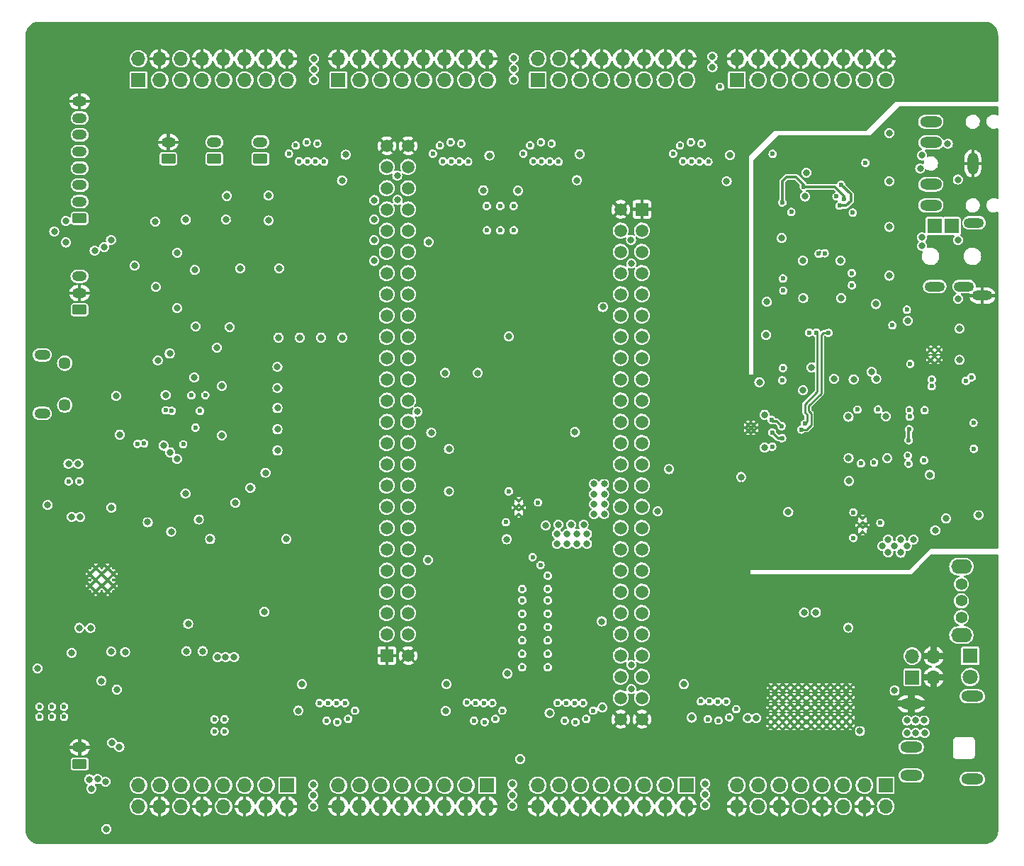
<source format=gbr>
%TF.GenerationSoftware,KiCad,Pcbnew,(6.0.11)*%
%TF.CreationDate,2024-03-19T14:27:03-04:00*%
%TF.ProjectId,Ultrasonic Sound Steering - Control Rev. B,556c7472-6173-46f6-9e69-6320536f756e,rev?*%
%TF.SameCoordinates,Original*%
%TF.FileFunction,Copper,L2,Inr*%
%TF.FilePolarity,Positive*%
%FSLAX46Y46*%
G04 Gerber Fmt 4.6, Leading zero omitted, Abs format (unit mm)*
G04 Created by KiCad (PCBNEW (6.0.11)) date 2024-03-19 14:27:03*
%MOMM*%
%LPD*%
G01*
G04 APERTURE LIST*
G04 Aperture macros list*
%AMRoundRect*
0 Rectangle with rounded corners*
0 $1 Rounding radius*
0 $2 $3 $4 $5 $6 $7 $8 $9 X,Y pos of 4 corners*
0 Add a 4 corners polygon primitive as box body*
4,1,4,$2,$3,$4,$5,$6,$7,$8,$9,$2,$3,0*
0 Add four circle primitives for the rounded corners*
1,1,$1+$1,$2,$3*
1,1,$1+$1,$4,$5*
1,1,$1+$1,$6,$7*
1,1,$1+$1,$8,$9*
0 Add four rect primitives between the rounded corners*
20,1,$1+$1,$2,$3,$4,$5,0*
20,1,$1+$1,$4,$5,$6,$7,0*
20,1,$1+$1,$6,$7,$8,$9,0*
20,1,$1+$1,$8,$9,$2,$3,0*%
G04 Aperture macros list end*
%TA.AperFunction,ComponentPad*%
%ADD10R,1.508000X1.508000*%
%TD*%
%TA.AperFunction,ComponentPad*%
%ADD11C,1.508000*%
%TD*%
%TA.AperFunction,ComponentPad*%
%ADD12C,6.000000*%
%TD*%
%TA.AperFunction,ComponentPad*%
%ADD13C,0.300000*%
%TD*%
%TA.AperFunction,ComponentPad*%
%ADD14C,4.700000*%
%TD*%
%TA.AperFunction,ComponentPad*%
%ADD15C,1.400000*%
%TD*%
%TA.AperFunction,ComponentPad*%
%ADD16O,2.500000X1.724000*%
%TD*%
%TA.AperFunction,ComponentPad*%
%ADD17R,1.800000X1.800000*%
%TD*%
%TA.AperFunction,ComponentPad*%
%ADD18C,1.800000*%
%TD*%
%TA.AperFunction,ComponentPad*%
%ADD19RoundRect,0.250000X0.625000X-0.350000X0.625000X0.350000X-0.625000X0.350000X-0.625000X-0.350000X0*%
%TD*%
%TA.AperFunction,ComponentPad*%
%ADD20O,1.750000X1.200000*%
%TD*%
%TA.AperFunction,ComponentPad*%
%ADD21C,0.350000*%
%TD*%
%TA.AperFunction,ComponentPad*%
%ADD22R,1.700000X1.700000*%
%TD*%
%TA.AperFunction,ComponentPad*%
%ADD23O,1.700000X1.700000*%
%TD*%
%TA.AperFunction,ComponentPad*%
%ADD24O,2.400000X1.200000*%
%TD*%
%TA.AperFunction,ComponentPad*%
%ADD25C,1.450000*%
%TD*%
%TA.AperFunction,ComponentPad*%
%ADD26O,1.900000X1.200000*%
%TD*%
%TA.AperFunction,ComponentPad*%
%ADD27O,1.308000X2.616000*%
%TD*%
%TA.AperFunction,ComponentPad*%
%ADD28O,2.616000X1.308000*%
%TD*%
%TA.AperFunction,ViaPad*%
%ADD29C,0.800000*%
%TD*%
%TA.AperFunction,ViaPad*%
%ADD30C,0.600000*%
%TD*%
%TA.AperFunction,Conductor*%
%ADD31C,0.300000*%
%TD*%
%TA.AperFunction,Conductor*%
%ADD32C,0.250000*%
%TD*%
G04 APERTURE END LIST*
D10*
%TO.N,GND*%
%TO.C,U17*%
X128990000Y-123050000D03*
X159470000Y-69700000D03*
D11*
X131530000Y-123050000D03*
X156930000Y-69700000D03*
%TO.N,Net-(U17-Pad3_1)*%
X128990000Y-120510000D03*
%TO.N,Net-(U14-Pad9)*%
X159470000Y-72240000D03*
%TO.N,Net-(U15-Pad2)*%
X131530000Y-120510000D03*
%TO.N,Net-(U17-Pad4_2)*%
X156930000Y-72240000D03*
%TO.N,+3V3*%
X128990000Y-117970000D03*
X159470000Y-74780000D03*
X131530000Y-117970000D03*
X156930000Y-74780000D03*
%TO.N,Net-(U17-Pad7_1)*%
X128990000Y-115430000D03*
%TO.N,Net-(U14-Pad8)*%
X159470000Y-77320000D03*
%TO.N,Net-(U15-Pad3)*%
X131530000Y-115430000D03*
%TO.N,Net-(U17-Pad8_2)*%
X156930000Y-77320000D03*
%TO.N,Net-(U17-Pad9_1)*%
X128990000Y-112890000D03*
%TO.N,Net-(U14-Pad7)*%
X159470000Y-79860000D03*
%TO.N,Net-(U15-Pad4)*%
X131530000Y-112890000D03*
%TO.N,Net-(U17-Pad10_2)*%
X156930000Y-79860000D03*
%TO.N,Net-(U17-Pad11_1)*%
X128990000Y-110350000D03*
%TO.N,Net-(U14-Pad6)*%
X159470000Y-82400000D03*
%TO.N,Net-(U15-Pad5)*%
X131530000Y-110350000D03*
%TO.N,Net-(U17-Pad12_2)*%
X156930000Y-82400000D03*
%TO.N,Net-(U17-Pad13_1)*%
X128990000Y-107810000D03*
%TO.N,Net-(U14-Pad5)*%
X159470000Y-84940000D03*
%TO.N,Net-(U15-Pad6)*%
X131530000Y-107810000D03*
%TO.N,Net-(U17-Pad14_2)*%
X156930000Y-84940000D03*
%TO.N,Net-(U17-Pad15_1)*%
X128990000Y-105270000D03*
%TO.N,Net-(U14-Pad4)*%
X159470000Y-87480000D03*
%TO.N,Net-(U15-Pad7)*%
X131530000Y-105270000D03*
%TO.N,Net-(U17-Pad16_2)*%
X156930000Y-87480000D03*
%TO.N,Net-(U17-Pad17_1)*%
X128990000Y-102730000D03*
%TO.N,Net-(U14-Pad3)*%
X159470000Y-90020000D03*
%TO.N,Net-(U15-Pad8)*%
X131530000Y-102730000D03*
%TO.N,Net-(U17-Pad18_2)*%
X156930000Y-90020000D03*
%TO.N,Net-(U17-Pad19_1)*%
X128990000Y-100190000D03*
%TO.N,Net-(U14-Pad2)*%
X159470000Y-92560000D03*
%TO.N,Net-(U15-Pad9)*%
X131530000Y-100190000D03*
%TO.N,Net-(U17-Pad20_2)*%
X156930000Y-92560000D03*
%TO.N,SPI_SCK*%
X128990000Y-97650000D03*
%TO.N,adc_CS~*%
X159470000Y-95100000D03*
%TO.N,I2S_WS*%
X131530000Y-97650000D03*
%TO.N,Net-(R79-Pad1)*%
X156930000Y-95100000D03*
%TO.N,Net-(R80-Pad1)*%
X128990000Y-95110000D03*
%TO.N,adc_SDOA*%
X159470000Y-97640000D03*
%TO.N,I2S_BCLK*%
X131530000Y-95110000D03*
%TO.N,Net-(R78-Pad1)*%
X156930000Y-97640000D03*
%TO.N,SPI_MOSI*%
X128990000Y-92570000D03*
%TO.N,adc_SDOB{slash}~ALRT*%
X159470000Y-100180000D03*
%TO.N,Net-(R76-Pad2)*%
X131530000Y-92570000D03*
%TO.N,Net-(R77-Pad1)*%
X156930000Y-100180000D03*
%TO.N,SPI_CS~*%
X128990000Y-90030000D03*
%TO.N,adc_SDI*%
X159470000Y-102720000D03*
%TO.N,Artix7_HB*%
X131530000Y-90030000D03*
%TO.N,FPGA_PWM_BUFF_DIS*%
X156930000Y-102720000D03*
%TO.N,TX_ACTIVE*%
X128990000Y-87490000D03*
%TO.N,adc_SCK*%
X159470000Y-105260000D03*
%TO.N,RST*%
X131530000Y-87490000D03*
%TO.N,FAN_PWM*%
X156930000Y-105260000D03*
%TO.N,Net-(U17-Pad31_1)*%
X128990000Y-84950000D03*
%TO.N,Net-(U13-Pad9)*%
X159470000Y-107800000D03*
%TO.N,Net-(U16-Pad2)*%
X131530000Y-84950000D03*
%TO.N,Net-(U17-Pad32_2)*%
X156930000Y-107800000D03*
%TO.N,Net-(U17-Pad33_1)*%
X128990000Y-82410000D03*
%TO.N,Net-(U13-Pad8)*%
X159470000Y-110340000D03*
%TO.N,Net-(U16-Pad3)*%
X131530000Y-82410000D03*
%TO.N,Net-(U17-Pad34_2)*%
X156930000Y-110340000D03*
%TO.N,Net-(U17-Pad35_1)*%
X128990000Y-79870000D03*
%TO.N,Net-(U13-Pad7)*%
X159470000Y-112880000D03*
%TO.N,Net-(U16-Pad4)*%
X131530000Y-79870000D03*
%TO.N,Net-(U17-Pad36_2)*%
X156930000Y-112880000D03*
%TO.N,Net-(U17-Pad37_1)*%
X128990000Y-77330000D03*
%TO.N,Net-(U13-Pad6)*%
X159470000Y-115420000D03*
%TO.N,Net-(U16-Pad5)*%
X131530000Y-77330000D03*
%TO.N,Net-(U17-Pad38_2)*%
X156930000Y-115420000D03*
%TO.N,Net-(U17-Pad39_1)*%
X128990000Y-74790000D03*
%TO.N,Net-(U13-Pad5)*%
X159470000Y-117960000D03*
%TO.N,Net-(U16-Pad6)*%
X131530000Y-74790000D03*
%TO.N,Net-(U17-Pad40_2)*%
X156930000Y-117960000D03*
%TO.N,Net-(U17-Pad41_1)*%
X128990000Y-72250000D03*
%TO.N,Net-(U13-Pad4)*%
X159470000Y-120500000D03*
%TO.N,Net-(U16-Pad7)*%
X131530000Y-72250000D03*
%TO.N,Net-(U17-Pad42_2)*%
X156930000Y-120500000D03*
%TO.N,Net-(U17-Pad43_1)*%
X128990000Y-69710000D03*
%TO.N,Net-(U13-Pad3)*%
X159470000Y-123040000D03*
%TO.N,Net-(U16-Pad8)*%
X131530000Y-69710000D03*
%TO.N,Net-(U17-Pad44_2)*%
X156930000Y-123040000D03*
%TO.N,+3V3*%
X128990000Y-67170000D03*
X159470000Y-125580000D03*
X131530000Y-67170000D03*
X156930000Y-125580000D03*
%TO.N,Net-(U17-Pad47_1)*%
X128990000Y-64630000D03*
%TO.N,Net-(U13-Pad2)*%
X159470000Y-128120000D03*
%TO.N,Net-(U16-Pad9)*%
X131530000Y-64630000D03*
%TO.N,Net-(U17-Pad48_2)*%
X156930000Y-128120000D03*
%TO.N,GND*%
X128990000Y-62090000D03*
X159470000Y-130660000D03*
X131530000Y-62090000D03*
X156930000Y-130660000D03*
D12*
X158200000Y-63350000D03*
X130260000Y-129400000D03*
%TD*%
D13*
%TO.N,GND*%
%TO.C,*%
X178590000Y-130460000D03*
%TD*%
%TO.N,GND*%
%TO.C,*%
X176732500Y-130472500D03*
%TD*%
%TO.N,GND*%
%TO.C,*%
X179640000Y-126875000D03*
%TD*%
%TO.N,GND*%
%TO.C,U7*%
X185480000Y-107445000D03*
X186180000Y-107445000D03*
X185830000Y-108195000D03*
X185830000Y-106695000D03*
%TD*%
D14*
%TO.N,GND*%
%TO.C,H2*%
X89930177Y-51350000D03*
%TD*%
D13*
%TO.N,GND*%
%TO.C,*%
X182440000Y-131465000D03*
%TD*%
%TO.N,GND*%
%TO.C,*%
X176732500Y-129267500D03*
%TD*%
%TO.N,GND*%
%TO.C,*%
X176732500Y-131472500D03*
%TD*%
%TO.N,GND*%
%TO.C,*%
X183380000Y-128070000D03*
%TD*%
%TO.N,GND*%
%TO.C,*%
X184350000Y-130445000D03*
%TD*%
%TO.N,GND*%
%TO.C,*%
X177660000Y-126865000D03*
%TD*%
%TO.N,GND*%
%TO.C,*%
X183380000Y-131465000D03*
%TD*%
%TO.N,GND*%
%TO.C,*%
X175810000Y-130470000D03*
%TD*%
D15*
%TO.N,Net-(P19-Pad1)*%
%TO.C,SW1*%
X197625000Y-118510000D03*
%TO.N,EN*%
X197625000Y-116510000D03*
%TO.N,Net-(P19-Pad3)*%
X197625000Y-114510000D03*
D16*
%TO.N,Net-(R126-Pad1)*%
X197625000Y-112410000D03*
X197625000Y-120610000D03*
%TD*%
D13*
%TO.N,GND*%
%TO.C,*%
X174860000Y-126875000D03*
%TD*%
D17*
%TO.N,Net-(P13-Pad1)*%
%TO.C,P13*%
X198690000Y-123092500D03*
D18*
%TO.N,Net-(F1-Pad1)*%
X198690000Y-125632500D03*
%TD*%
D13*
%TO.N,GND*%
%TO.C,*%
X172830000Y-96160000D03*
%TD*%
%TO.N,GND*%
%TO.C,*%
X174850000Y-129265000D03*
%TD*%
%TO.N,GND*%
%TO.C,*%
X184340000Y-126850000D03*
%TD*%
%TO.N,GND*%
%TO.C,*%
X194880000Y-87710000D03*
%TD*%
%TO.N,GND*%
%TO.C,*%
X176742500Y-126877500D03*
%TD*%
%TO.N,GND*%
%TO.C,*%
X176742500Y-128082500D03*
%TD*%
%TO.N,GND*%
%TO.C,*%
X172155000Y-95485000D03*
%TD*%
%TO.N,GND*%
%TO.C,*%
X174860000Y-128080000D03*
%TD*%
%TO.N,GND*%
%TO.C,*%
X182450000Y-129255000D03*
%TD*%
%TO.N,GND*%
%TO.C,*%
X182440000Y-128070000D03*
%TD*%
D14*
%TO.N,GND*%
%TO.C,H1*%
X197930189Y-51350000D03*
%TD*%
D13*
%TO.N,GND*%
%TO.C,*%
X174850000Y-131470000D03*
%TD*%
%TO.N,GND*%
%TO.C,*%
X184340000Y-128055000D03*
%TD*%
%TO.N,GND*%
%TO.C,*%
X177650000Y-130460000D03*
%TD*%
%TO.N,GND*%
%TO.C,*%
X184350000Y-129240000D03*
%TD*%
%TO.N,GND*%
%TO.C,*%
X182450000Y-130460000D03*
%TD*%
%TO.N,GND*%
%TO.C,*%
X177660000Y-128070000D03*
%TD*%
%TO.N,GND*%
%TO.C,U8*%
X144410000Y-105340000D03*
X145110000Y-105340000D03*
X144760000Y-106090000D03*
X144760000Y-104590000D03*
%TD*%
%TO.N,GND*%
%TO.C,*%
X180610000Y-130470000D03*
%TD*%
%TO.N,GND*%
%TO.C,*%
X181522500Y-131477500D03*
%TD*%
%TO.N,GND*%
%TO.C,*%
X180610000Y-131470000D03*
%TD*%
D19*
%TO.N,Net-(D3-Pad2)*%
%TO.C,P20*%
X102880000Y-63660000D03*
D20*
%TO.N,GND*%
X102880000Y-61660000D03*
%TD*%
D13*
%TO.N,GND*%
%TO.C,*%
X182440000Y-126865000D03*
%TD*%
%TO.N,GND*%
%TO.C,*%
X194880000Y-86505000D03*
%TD*%
%TO.N,GND*%
%TO.C,*%
X184340000Y-131450000D03*
%TD*%
%TO.N,GND*%
%TO.C,*%
X178600000Y-126865000D03*
%TD*%
D19*
%TO.N,Net-(D5-Pad2)*%
%TO.C,P10*%
X113880000Y-63650000D03*
D20*
%TO.N,Net-(D5-Pad1)*%
X113880000Y-61650000D03*
%TD*%
D21*
%TO.N,GND*%
%TO.C,U22*%
X93520000Y-114690000D03*
X93520000Y-113290000D03*
X94220000Y-115390000D03*
X94220000Y-113990000D03*
X94220000Y-112590000D03*
X94920000Y-114690000D03*
X94920000Y-113290000D03*
X95620000Y-115390000D03*
X95620000Y-113990000D03*
X95620000Y-112590000D03*
X96320000Y-114690000D03*
X96320000Y-113290000D03*
%TD*%
D14*
%TO.N,GND*%
%TO.C,H3*%
X197930172Y-141500000D03*
%TD*%
D13*
%TO.N,GND*%
%TO.C,*%
X175820000Y-128080000D03*
%TD*%
%TO.N,GND*%
%TO.C,*%
X180600000Y-128080000D03*
%TD*%
%TO.N,GND*%
%TO.C,*%
X172155000Y-96160000D03*
%TD*%
%TO.N,GND*%
%TO.C,*%
X177650000Y-129255000D03*
%TD*%
%TO.N,GND*%
%TO.C,*%
X179650000Y-131470000D03*
%TD*%
%TO.N,GND*%
%TO.C,*%
X183380000Y-126865000D03*
%TD*%
%TO.N,GND*%
%TO.C,*%
X193940000Y-87710000D03*
%TD*%
%TO.N,GND*%
%TO.C,*%
X175810000Y-131470000D03*
%TD*%
%TO.N,GND*%
%TO.C,*%
X183390000Y-129255000D03*
%TD*%
%TO.N,GND*%
%TO.C,*%
X180600000Y-126875000D03*
%TD*%
%TO.N,GND*%
%TO.C,*%
X175810000Y-129265000D03*
%TD*%
%TO.N,GND*%
%TO.C,*%
X175820000Y-126875000D03*
%TD*%
%TO.N,GND*%
%TO.C,*%
X178590000Y-131460000D03*
%TD*%
%TO.N,GND*%
%TO.C,*%
X177650000Y-131460000D03*
%TD*%
%TO.N,GND*%
%TO.C,*%
X172830000Y-95485000D03*
%TD*%
%TO.N,GND*%
%TO.C,*%
X183390000Y-130460000D03*
%TD*%
D14*
%TO.N,GND*%
%TO.C,H4*%
X89930214Y-141500000D03*
%TD*%
D13*
%TO.N,GND*%
%TO.C,*%
X178590000Y-129255000D03*
%TD*%
%TO.N,GND*%
%TO.C,*%
X181532500Y-129267500D03*
%TD*%
%TO.N,GND*%
%TO.C,*%
X181522500Y-128082500D03*
%TD*%
%TO.N,GND*%
%TO.C,*%
X179650000Y-130470000D03*
%TD*%
%TO.N,GND*%
%TO.C,*%
X181532500Y-130472500D03*
%TD*%
%TO.N,GND*%
%TO.C,*%
X180610000Y-129265000D03*
%TD*%
%TO.N,GND*%
%TO.C,*%
X179650000Y-129265000D03*
%TD*%
%TO.N,GND*%
%TO.C,*%
X178600000Y-128070000D03*
%TD*%
%TO.N,GND*%
%TO.C,*%
X179640000Y-128080000D03*
%TD*%
D19*
%TO.N,Net-(D21-Pad2)*%
%TO.C,P17*%
X108380000Y-63655000D03*
D20*
%TO.N,Net-(D21-Pad1)*%
X108380000Y-61655000D03*
%TD*%
D13*
%TO.N,GND*%
%TO.C,*%
X174850000Y-130470000D03*
%TD*%
%TO.N,GND*%
%TO.C,*%
X193940000Y-86505000D03*
%TD*%
%TO.N,GND*%
%TO.C,*%
X181522500Y-126877500D03*
%TD*%
D22*
%TO.N,Net-(P5-Pad1)*%
%TO.C,P5*%
X188585101Y-138560000D03*
D23*
%TO.N,FAN_PWM*%
X188585101Y-141100000D03*
%TO.N,Net-(P5-Pad3)*%
X186045101Y-138560000D03*
%TO.N,GND*%
X186045101Y-141100000D03*
%TO.N,Net-(P5-Pad5)*%
X183505101Y-138560000D03*
%TO.N,FAN_TACHO*%
X183505101Y-141100000D03*
%TO.N,Net-(P5-Pad7)*%
X180965101Y-138560000D03*
%TO.N,GND*%
X180965101Y-141100000D03*
%TO.N,Net-(P5-Pad9)*%
X178425101Y-138560000D03*
%TO.N,NTC*%
X178425101Y-141100000D03*
%TO.N,Net-(P5-Pad11)*%
X175885101Y-138560000D03*
%TO.N,GND*%
X175885101Y-141100000D03*
%TO.N,Net-(P5-Pad13)*%
X173345101Y-138560000D03*
%TO.N,FAN_EN*%
X173345101Y-141100000D03*
%TO.N,Net-(P5-Pad15)*%
X170805101Y-138560000D03*
%TO.N,GND*%
X170805101Y-141100000D03*
%TD*%
D24*
%TO.N,GND*%
%TO.C,P11*%
X200140000Y-80020000D03*
%TO.N,Net-(P11-Pad2)*%
X194440000Y-78920000D03*
D17*
%TO.N,Net-(P11-Pad3)*%
X194440000Y-71720000D03*
D24*
%TO.N,Net-(P11-Pad4)*%
X199140000Y-71320000D03*
%TO.N,ECM_OPEN~*%
X197940000Y-78920000D03*
D17*
%TO.N,Net-(P11-Pad6)*%
X196440000Y-71720000D03*
%TD*%
D19*
%TO.N,Net-(P21-Pad1)*%
%TO.C,P21*%
X92290000Y-136030000D03*
D20*
%TO.N,GND*%
X92290000Y-134030000D03*
%TD*%
D22*
%TO.N,+5V*%
%TO.C,P16*%
X191770000Y-125660000D03*
D23*
X191770000Y-123120000D03*
%TO.N,GND*%
X194310000Y-125660000D03*
X194310000Y-123120000D03*
%TD*%
D22*
%TO.N,Net-(P4-Pad1)*%
%TO.C,P4*%
X99305101Y-54240000D03*
D23*
%TO.N,TX_ACTIVE*%
X99305101Y-51700000D03*
%TO.N,Net-(P4-Pad3)*%
X101845101Y-54240000D03*
%TO.N,GND*%
X101845101Y-51700000D03*
%TO.N,Net-(P4-Pad5)*%
X104385101Y-54240000D03*
%TO.N,LOAD_SWITCH_EN*%
X104385101Y-51700000D03*
%TO.N,Net-(P4-Pad7)*%
X106925101Y-54240000D03*
%TO.N,GND*%
X106925101Y-51700000D03*
%TO.N,Net-(P4-Pad9)*%
X109465101Y-54240000D03*
%TO.N,GND*%
X109465101Y-51700000D03*
%TO.N,Net-(P4-Pad11)*%
X112005101Y-54240000D03*
%TO.N,GND*%
X112005101Y-51700000D03*
%TO.N,Net-(P4-Pad13)*%
X114545101Y-54240000D03*
%TO.N,GND*%
X114545101Y-51700000D03*
%TO.N,Net-(P4-Pad15)*%
X117085101Y-54240000D03*
%TO.N,GND*%
X117085101Y-51700000D03*
%TD*%
D22*
%TO.N,Net-(P7-Pad1)*%
%TO.C,P7*%
X140977601Y-138560000D03*
D23*
%TO.N,GND*%
X140977601Y-141100000D03*
%TO.N,Net-(P7-Pad3)*%
X138437601Y-138560000D03*
%TO.N,GND*%
X138437601Y-141100000D03*
%TO.N,Net-(P7-Pad5)*%
X135897601Y-138560000D03*
%TO.N,GND*%
X135897601Y-141100000D03*
%TO.N,Net-(P7-Pad7)*%
X133357601Y-138560000D03*
%TO.N,GND*%
X133357601Y-141100000D03*
%TO.N,Net-(P7-Pad9)*%
X130817601Y-138560000D03*
%TO.N,GND*%
X130817601Y-141100000D03*
%TO.N,Net-(P7-Pad11)*%
X128277601Y-138560000D03*
%TO.N,GND*%
X128277601Y-141100000D03*
%TO.N,Net-(P7-Pad13)*%
X125737601Y-138560000D03*
%TO.N,GND*%
X125737601Y-141100000D03*
%TO.N,Net-(P7-Pad15)*%
X123197601Y-138560000D03*
%TO.N,GND*%
X123197601Y-141100000D03*
%TD*%
D22*
%TO.N,Net-(P1-Pad1)*%
%TO.C,P1*%
X170805101Y-54240000D03*
D23*
%TO.N,GND*%
X170805101Y-51700000D03*
%TO.N,Net-(P1-Pad3)*%
X173345101Y-54240000D03*
%TO.N,GND*%
X173345101Y-51700000D03*
%TO.N,Net-(P1-Pad5)*%
X175885101Y-54240000D03*
%TO.N,GND*%
X175885101Y-51700000D03*
%TO.N,Net-(P1-Pad7)*%
X178425101Y-54240000D03*
%TO.N,GND*%
X178425101Y-51700000D03*
%TO.N,Net-(P1-Pad9)*%
X180965101Y-54240000D03*
%TO.N,GND*%
X180965101Y-51700000D03*
%TO.N,Net-(P1-Pad11)*%
X183505101Y-54240000D03*
%TO.N,GND*%
X183505101Y-51700000D03*
%TO.N,Net-(P1-Pad13)*%
X186045101Y-54240000D03*
%TO.N,GND*%
X186045101Y-51700000D03*
%TO.N,Net-(P1-Pad15)*%
X188585101Y-54240000D03*
%TO.N,GND*%
X188585101Y-51700000D03*
%TD*%
D22*
%TO.N,Net-(P2-Pad1)*%
%TO.C,P2*%
X147020101Y-54240000D03*
D23*
%TO.N,+3V3*%
X147020101Y-51700000D03*
%TO.N,Net-(P2-Pad3)*%
X149560101Y-54240000D03*
%TO.N,+3V3*%
X149560101Y-51700000D03*
%TO.N,Net-(P2-Pad5)*%
X152100101Y-54240000D03*
%TO.N,GND*%
X152100101Y-51700000D03*
%TO.N,Net-(P2-Pad7)*%
X154640101Y-54240000D03*
%TO.N,GND*%
X154640101Y-51700000D03*
%TO.N,Net-(P2-Pad9)*%
X157180101Y-54240000D03*
%TO.N,GND*%
X157180101Y-51700000D03*
%TO.N,Net-(P2-Pad11)*%
X159720101Y-54240000D03*
%TO.N,GND*%
X159720101Y-51700000D03*
%TO.N,Net-(P2-Pad13)*%
X162260101Y-54240000D03*
%TO.N,GND*%
X162260101Y-51700000D03*
%TO.N,Net-(P2-Pad15)*%
X164800101Y-54240000D03*
%TO.N,GND*%
X164800101Y-51700000D03*
%TD*%
D22*
%TO.N,Net-(P6-Pad1)*%
%TO.C,P6*%
X164800101Y-138560000D03*
D23*
%TO.N,GND*%
X164800101Y-141100000D03*
%TO.N,Net-(P6-Pad3)*%
X162260101Y-138560000D03*
%TO.N,GND*%
X162260101Y-141100000D03*
%TO.N,Net-(P6-Pad5)*%
X159720101Y-138560000D03*
%TO.N,GND*%
X159720101Y-141100000D03*
%TO.N,Net-(P6-Pad7)*%
X157180101Y-138560000D03*
%TO.N,GND*%
X157180101Y-141100000D03*
%TO.N,Net-(P6-Pad9)*%
X154640101Y-138560000D03*
%TO.N,GND*%
X154640101Y-141100000D03*
%TO.N,Net-(P6-Pad11)*%
X152100101Y-138560000D03*
%TO.N,GND*%
X152100101Y-141100000D03*
%TO.N,Net-(P6-Pad13)*%
X149560101Y-138560000D03*
%TO.N,GND*%
X149560101Y-141100000D03*
%TO.N,Net-(P6-Pad15)*%
X147020101Y-138560000D03*
%TO.N,GND*%
X147020101Y-141100000D03*
%TD*%
D22*
%TO.N,Net-(P8-Pad1)*%
%TO.C,P8*%
X117085101Y-138560000D03*
D23*
%TO.N,GND*%
X117085101Y-141100000D03*
%TO.N,Net-(P8-Pad3)*%
X114545101Y-138560000D03*
%TO.N,GND*%
X114545101Y-141100000D03*
%TO.N,Net-(P8-Pad5)*%
X112005101Y-138560000D03*
%TO.N,GND*%
X112005101Y-141100000D03*
%TO.N,Net-(P8-Pad7)*%
X109465101Y-138560000D03*
%TO.N,+VSW*%
X109465101Y-141100000D03*
%TO.N,Net-(P8-Pad9)*%
X106925101Y-138560000D03*
%TO.N,GND*%
X106925101Y-141100000D03*
%TO.N,Net-(P8-Pad11)*%
X104385101Y-138560000D03*
%TO.N,DIGPOT_SCL*%
X104385101Y-141100000D03*
%TO.N,Net-(P8-Pad13)*%
X101845101Y-138560000D03*
%TO.N,GND*%
X101845101Y-141100000D03*
%TO.N,Net-(P8-Pad15)*%
X99305101Y-138560000D03*
%TO.N,DIGPOT_SDA*%
X99305101Y-141100000D03*
%TD*%
D25*
%TO.N,Net-(P18-Pad6)*%
%TO.C,P18*%
X90510000Y-88100000D03*
X90510000Y-93100000D03*
D26*
X87810000Y-87100000D03*
X87810000Y-94100000D03*
%TD*%
D22*
%TO.N,Net-(P3-Pad1)*%
%TO.C,P3*%
X123197601Y-54240000D03*
D23*
%TO.N,GND*%
X123197601Y-51700000D03*
%TO.N,Net-(P3-Pad3)*%
X125737601Y-54240000D03*
%TO.N,GND*%
X125737601Y-51700000D03*
%TO.N,Net-(P3-Pad5)*%
X128277601Y-54240000D03*
%TO.N,GND*%
X128277601Y-51700000D03*
%TO.N,Net-(P3-Pad7)*%
X130817601Y-54240000D03*
%TO.N,GND*%
X130817601Y-51700000D03*
%TO.N,Net-(P3-Pad9)*%
X133357601Y-54240000D03*
%TO.N,GND*%
X133357601Y-51700000D03*
%TO.N,Net-(P3-Pad11)*%
X135897601Y-54240000D03*
%TO.N,GND*%
X135897601Y-51700000D03*
%TO.N,Net-(P3-Pad13)*%
X138437601Y-54240000D03*
%TO.N,GND*%
X138437601Y-51700000D03*
%TO.N,Net-(P3-Pad15)*%
X140977601Y-54240000D03*
%TO.N,GND*%
X140977601Y-51700000D03*
%TD*%
D27*
%TO.N,GND*%
%TO.C,P12*%
X198990000Y-64220000D03*
D28*
%TO.N,Net-(P12-Pad2)*%
X193990000Y-69220000D03*
%TO.N,Net-(P12-Pad3)*%
X193990000Y-59220000D03*
%TO.N,Net-(P12-Pad4)*%
X193990000Y-66720000D03*
%TO.N,AUX_OPEN~*%
X193990000Y-61720000D03*
%TD*%
D19*
%TO.N,Net-(P14-Pad1)*%
%TO.C,P14*%
X92280000Y-70790000D03*
D20*
%TO.N,Net-(P14-Pad2)*%
X92280000Y-68790000D03*
%TO.N,Net-(P14-Pad3)*%
X92280000Y-66790000D03*
%TO.N,Net-(P14-Pad4)*%
X92280000Y-64790000D03*
%TO.N,Net-(P14-Pad5)*%
X92280000Y-62790000D03*
%TO.N,Net-(P14-Pad6)*%
X92280000Y-60790000D03*
%TO.N,Net-(P14-Pad7)*%
X92280000Y-58790000D03*
%TO.N,GND*%
X92280000Y-56790000D03*
%TD*%
D28*
%TO.N,Net-(F1-Pad1)*%
%TO.C,P9*%
X191640000Y-137410000D03*
%TO.N,GND*%
X191640000Y-128810000D03*
%TO.N,Net-(P13-Pad1)*%
X191640000Y-134010000D03*
%TO.N,Net-(P9-Pad5)*%
X198940000Y-127910000D03*
X198940000Y-137810000D03*
%TD*%
D19*
%TO.N,Net-(P15-Pad1)*%
%TO.C,P15*%
X92270000Y-81710000D03*
D20*
%TO.N,GND*%
X92270000Y-79710000D03*
%TO.N,Net-(P15-Pad3)*%
X92270000Y-77710000D03*
%TD*%
D29*
%TO.N,+3V3*%
X151700000Y-109690000D03*
D30*
X148220000Y-121240000D03*
D29*
X136010000Y-129680000D03*
X112690000Y-102990000D03*
D30*
X87480000Y-130370000D03*
D29*
X161355000Y-105815000D03*
X149470000Y-107390000D03*
X171320000Y-101704998D03*
D30*
X148230000Y-113500000D03*
X145160000Y-116450000D03*
X148230000Y-119650000D03*
D29*
X153750000Y-102540000D03*
X115910000Y-88550000D03*
X94080000Y-74635500D03*
X121120000Y-85030000D03*
X169990000Y-63220000D03*
X98840000Y-76430000D03*
X151700000Y-108490000D03*
X154950000Y-104940000D03*
X105250000Y-119270000D03*
X127450000Y-75860000D03*
X120300000Y-52960000D03*
X114486051Y-101193949D03*
X101320000Y-71150000D03*
D30*
X148230000Y-116450000D03*
D29*
X130280000Y-68580000D03*
D30*
X87480000Y-129170000D03*
D29*
X162710000Y-100760000D03*
D30*
X90430000Y-129170000D03*
D29*
X115920000Y-93468000D03*
X124060000Y-63170000D03*
X96730000Y-127110000D03*
D30*
X145150000Y-122840000D03*
D29*
X143555500Y-84904500D03*
X87248748Y-124580000D03*
X143960000Y-138440000D03*
X103090000Y-98740000D03*
X101381000Y-78970000D03*
X118420000Y-129640000D03*
X165430000Y-130470000D03*
X90630000Y-73660000D03*
X154950000Y-106140000D03*
X152500000Y-107400000D03*
X158190000Y-76190000D03*
X120200000Y-138500000D03*
X106148000Y-83690000D03*
X130230000Y-65670000D03*
X118580000Y-85030000D03*
X149300000Y-109690000D03*
X106038508Y-76952807D03*
X123660000Y-85030000D03*
X149300000Y-108490000D03*
X153750000Y-103740000D03*
X101617500Y-87780000D03*
D30*
X145150000Y-124440000D03*
D29*
X89250000Y-72340000D03*
X115920000Y-98548000D03*
X144140000Y-52900000D03*
D30*
X140935000Y-69300000D03*
X145150000Y-121240000D03*
D29*
X133892655Y-111617345D03*
D30*
X145160000Y-119650000D03*
D29*
X90940000Y-100140000D03*
X127500000Y-68600000D03*
X108689000Y-86230000D03*
X133965000Y-73595000D03*
X103950000Y-74890000D03*
X103050000Y-86950000D03*
X143960000Y-141020000D03*
D30*
X109590000Y-132130000D03*
D29*
X90630000Y-71110000D03*
X92120001Y-100119999D03*
X167010000Y-140940000D03*
D30*
X168800000Y-55040000D03*
D29*
X158160000Y-73340000D03*
D30*
X142560000Y-72200000D03*
D29*
X110893949Y-104786051D03*
D30*
X140960000Y-72200000D03*
D29*
X94900000Y-126080500D03*
D30*
X108390000Y-132130000D03*
D29*
X120300000Y-51680000D03*
X150500000Y-108490000D03*
X150500000Y-109690000D03*
X115910000Y-91090000D03*
D30*
X88990000Y-129170000D03*
D29*
X96030500Y-73352701D03*
X167010000Y-138360000D03*
X102547500Y-91920000D03*
X152900000Y-108490000D03*
X167010000Y-139640000D03*
X114350000Y-117830000D03*
X148430000Y-129910000D03*
D30*
X148220000Y-122840000D03*
D29*
X120200000Y-139780000D03*
X154680000Y-118967500D03*
X116040000Y-85030000D03*
D30*
X144135000Y-69300000D03*
D29*
X154950000Y-102540000D03*
X154950000Y-103740000D03*
D30*
X148220000Y-124440000D03*
D29*
X111458002Y-76765001D03*
X153750000Y-104940000D03*
X147980000Y-107520120D03*
D30*
X147344647Y-112235353D03*
D29*
X103910000Y-99550000D03*
X167890000Y-52710000D03*
D30*
X109590000Y-130680000D03*
D29*
X152900000Y-109690000D03*
D30*
X145160000Y-115100000D03*
X145160000Y-118050000D03*
D29*
X120300000Y-54240000D03*
X127450000Y-73400000D03*
X143960000Y-139720000D03*
X110744000Y-123254500D03*
X102300000Y-97960000D03*
D30*
X88990000Y-130370000D03*
D29*
X153750000Y-106140000D03*
X115920000Y-96008000D03*
X139850500Y-89254500D03*
D30*
X144160000Y-72200000D03*
D29*
X109730000Y-123254500D03*
X167890000Y-51430000D03*
X116120000Y-76750000D03*
X95232701Y-74192701D03*
D30*
X146399647Y-111290353D03*
D29*
X144140000Y-54200000D03*
D30*
X142535000Y-69300000D03*
D29*
X127470000Y-70940000D03*
X152030000Y-63100000D03*
D30*
X148230000Y-115100000D03*
D29*
X141240000Y-63260000D03*
D30*
X108390000Y-130690000D03*
D29*
X96627500Y-92020000D03*
X158200000Y-127060000D03*
X103922000Y-81510000D03*
X151000000Y-107400000D03*
D30*
X90430000Y-130370000D03*
D29*
X108754977Y-123254500D03*
X135950500Y-89254500D03*
X144140000Y-51620000D03*
X120200000Y-141080000D03*
D30*
X148230000Y-118050000D03*
D29*
X158200000Y-124150000D03*
X154790000Y-81372500D03*
%TO.N,VCM*%
X184220709Y-102190460D03*
D30*
X179430000Y-84440000D03*
D29*
X182410000Y-89960000D03*
X187395001Y-81025001D03*
X178930000Y-68160000D03*
X174390996Y-80765500D03*
X179105000Y-65310000D03*
%TO.N,+3.3VA*%
X179695500Y-88590000D03*
X197230000Y-73380000D03*
X188890000Y-110730000D03*
X191920000Y-109170000D03*
D30*
X182714501Y-68140000D03*
D29*
X190400000Y-109170000D03*
X188890000Y-109180000D03*
X194495000Y-108085000D03*
X193879594Y-101442384D03*
X188190000Y-109960000D03*
D30*
X175030000Y-98085000D03*
D29*
X190400000Y-110750000D03*
X188610000Y-94440000D03*
X189620000Y-109930000D03*
X189005000Y-66350000D03*
X176160000Y-73140000D03*
X197410000Y-87710000D03*
X195782499Y-106675000D03*
X184760000Y-90020000D03*
X191160000Y-109920000D03*
X189015000Y-71800000D03*
X184145001Y-94497541D03*
X176950000Y-105900000D03*
X189005000Y-77640000D03*
X187460000Y-89950000D03*
X178674302Y-75829346D03*
X178735000Y-80310500D03*
X197400000Y-83970000D03*
X189010000Y-60580000D03*
X197210000Y-66140000D03*
X174130000Y-98190000D03*
%TO.N,AUX_OPEN~*%
X196010000Y-61870000D03*
%TO.N,ECM_OPEN~*%
X197230000Y-80380000D03*
%TO.N,ESP32_HB*%
X106525000Y-106775000D03*
%TO.N,TX_ACTIVE*%
X110222500Y-83777500D03*
D30*
%TO.N,Net-(C13-Pad1)*%
X186170000Y-64140000D03*
D29*
X192710000Y-64810000D03*
%TO.N,Net-(C6-Pad1)*%
X191240000Y-83010000D03*
%TO.N,DIGPOT_SCL*%
X91340000Y-106470000D03*
X96160000Y-133470000D03*
%TO.N,DIGPOT_SDA*%
X97026865Y-133967545D03*
X92348528Y-106501472D03*
D30*
%TO.N,Net-(C12-Pad1)*%
X175089230Y-63056639D03*
D29*
X192935000Y-63245000D03*
%TO.N,ADC_VREF*%
X178716874Y-91340000D03*
X173500000Y-90360000D03*
D30*
%TO.N,+4V*%
X143550000Y-103420000D03*
X184730000Y-105930000D03*
D29*
X143300000Y-109150000D03*
D30*
X143200000Y-107110000D03*
D29*
X178830000Y-117920000D03*
D30*
X184725000Y-108985000D03*
D29*
%TO.N,NTC_BUFF*%
X92230000Y-119740000D03*
%TO.N,Net-(C15-Pad1)*%
X192930000Y-73030000D03*
D30*
X189390000Y-83550000D03*
%TO.N,Net-(C16-Pad1)*%
X191114500Y-81695000D03*
D29*
X192922049Y-74062549D03*
D30*
%TO.N,ecm_p*%
X176210000Y-97060000D03*
X175017845Y-96379312D03*
D29*
%TO.N,EN*%
X184140000Y-119730000D03*
%TO.N,VDRIVE_BUFF*%
X93570000Y-119784000D03*
D30*
%TO.N,Net-(C25-Pad1)*%
X194082545Y-90849842D03*
%TO.N,Net-(C25-Pad2)*%
X199073117Y-95218351D03*
X198181954Y-90210500D03*
%TO.N,Net-(C32-Pad1)*%
X193166367Y-99698633D03*
%TO.N,Net-(C32-Pad2)*%
X193237200Y-93709466D03*
%TO.N,Net-(C36-Pad1)*%
X191248364Y-99138364D03*
X191470014Y-94495794D03*
%TO.N,Net-(C36-Pad2)*%
X191379835Y-95992261D03*
X191330500Y-97309500D03*
%TO.N,Net-(C39-Pad1)*%
X177305000Y-70010000D03*
X180588459Y-74994127D03*
D29*
%TO.N,Net-(C42-Pad2)*%
X174120000Y-94260000D03*
D30*
%TO.N,Net-(C55-Pad1)*%
X187205000Y-99972500D03*
%TO.N,Net-(C56-Pad1)*%
X185630000Y-100072500D03*
%TO.N,Net-(C57-Pad1)*%
X184530000Y-77330000D03*
%TO.N,Net-(C58-Pad1)*%
X184560000Y-78780000D03*
%TO.N,Net-(C59-Pad1)*%
X187672214Y-93636014D03*
%TO.N,Net-(C22-Pad1)*%
X183645500Y-68495500D03*
X178804500Y-67000000D03*
X176230000Y-68870000D03*
%TO.N,Net-(C22-Pad2)*%
X183062477Y-69262477D03*
X183275000Y-66765000D03*
%TO.N,Net-(C64-Pad1)*%
X176310000Y-77970000D03*
%TO.N,Net-(C24-Pad1)*%
X194112089Y-90050886D03*
%TO.N,Net-(C65-Pad2)*%
X176350000Y-79420000D03*
D29*
%TO.N,Net-(C72-Pad2)*%
X193230000Y-132320000D03*
X191120000Y-130820000D03*
X193210000Y-130820000D03*
X192150000Y-130820000D03*
X191140000Y-132320000D03*
X192170000Y-132320000D03*
D30*
%TO.N,Net-(C24-Pad2)*%
X199130000Y-98335000D03*
X198847500Y-89767500D03*
%TO.N,Net-(C76-Pad1)*%
X187947500Y-107192500D03*
D29*
%TO.N,Net-(C87-Pad2)*%
X180249998Y-117880002D03*
D30*
%TO.N,Net-(C38-Pad2)*%
X181290000Y-74950000D03*
X184655000Y-70085000D03*
%TO.N,Net-(C37-Pad2)*%
X191330000Y-100110000D03*
X191432464Y-93697174D03*
D29*
%TO.N,RST~*%
X109260000Y-96720000D03*
X100417175Y-107111955D03*
D30*
%TO.N,Net-(C77-Pad1)*%
X147060000Y-104744877D03*
D29*
%TO.N,IO0~*%
X104920000Y-103700000D03*
X109277500Y-90830000D03*
D30*
%TO.N,stereo_avg_n*%
X178908798Y-95343414D03*
X180310230Y-84434988D03*
%TO.N,stereo_avg_p*%
X174931921Y-94869222D03*
X178500000Y-96030500D03*
X181750000Y-84465000D03*
X176139936Y-95610999D03*
D29*
%TO.N,Net-(D5-Pad1)*%
X114830000Y-68060000D03*
%TO.N,GND*%
X92120000Y-115760000D03*
X87200000Y-102290000D03*
X187600000Y-71840000D03*
D30*
X201360000Y-66285000D03*
X192447670Y-93485722D03*
D29*
X92590000Y-93840000D03*
X106820000Y-67200000D03*
X191260000Y-91580000D03*
D30*
X201350000Y-72560000D03*
D29*
X111166250Y-121546250D03*
D30*
X185960000Y-109330000D03*
D29*
X115540000Y-130710000D03*
D30*
X110166191Y-124041165D03*
D29*
X135095000Y-72465000D03*
X140300000Y-102090000D03*
D30*
X90440642Y-106486158D03*
D29*
X187240000Y-114660000D03*
X190405000Y-71780000D03*
X100800500Y-116190000D03*
X187610000Y-77640000D03*
X87195000Y-119485000D03*
D30*
X193255000Y-92910000D03*
D29*
X136278000Y-87392000D03*
D30*
X184910000Y-78050000D03*
D29*
X150390000Y-61700000D03*
X181630000Y-96740000D03*
X136810000Y-114480000D03*
D30*
X184180000Y-66660000D03*
D29*
X139930000Y-103320000D03*
X120070000Y-127840000D03*
X105974845Y-88277345D03*
X191960000Y-84420000D03*
D30*
X185962000Y-110085000D03*
X96914103Y-104989500D03*
X201360000Y-76695000D03*
D29*
X190659041Y-127284863D03*
X103860000Y-122670000D03*
X87190000Y-122930000D03*
X168210000Y-61870000D03*
D30*
X173130000Y-69635000D03*
D29*
X113268000Y-95070000D03*
X184580000Y-115560000D03*
X137570420Y-130950420D03*
X139585000Y-61975000D03*
D30*
X189510000Y-58650000D03*
D29*
X97728992Y-127141883D03*
D30*
X185120149Y-102201091D03*
D29*
X181601286Y-93606919D03*
X183668000Y-85705000D03*
X103644500Y-117820000D03*
D30*
X198125451Y-80294719D03*
D29*
X182650000Y-63280000D03*
D30*
X187933158Y-106226727D03*
X105819503Y-103700000D03*
X201360000Y-65035000D03*
D29*
X94910000Y-128510500D03*
D30*
X201370000Y-75360000D03*
D29*
X136700000Y-116750000D03*
X174534500Y-74330000D03*
D30*
X176480000Y-70185000D03*
D29*
X146660000Y-102720000D03*
X95975713Y-66622390D03*
X136050500Y-96510000D03*
X151960000Y-76240000D03*
D30*
X116210000Y-74770000D03*
D29*
X179069844Y-69874846D03*
X182480000Y-73420000D03*
X185710000Y-71740000D03*
D30*
X123630000Y-65320000D03*
X182555000Y-84560000D03*
X94535734Y-122764266D03*
X199002000Y-88960000D03*
X144030000Y-107530000D03*
D29*
X178660500Y-106710500D03*
X105135000Y-121515000D03*
X122400000Y-64840000D03*
X168093640Y-108667621D03*
D30*
X94469323Y-119766014D03*
D29*
X189141376Y-115680000D03*
D30*
X197930000Y-57760000D03*
X200306732Y-106885174D03*
D29*
X187810000Y-136630000D03*
D30*
X185962000Y-110840000D03*
X185690000Y-84300000D03*
D29*
X110748833Y-70803693D03*
X189621517Y-132393553D03*
X153580000Y-63100000D03*
D30*
X106599500Y-121719684D03*
D29*
X122630000Y-62060000D03*
D30*
X146900000Y-103920000D03*
D29*
X186625000Y-84585000D03*
X134260000Y-64840000D03*
X175975000Y-100650000D03*
D30*
X197918039Y-72800598D03*
D29*
X181255001Y-115235001D03*
X137670000Y-127840000D03*
X100035000Y-110715000D03*
X153540000Y-80210000D03*
D30*
X191980000Y-57760000D03*
D29*
X161380000Y-130730000D03*
D30*
X92293424Y-138641523D03*
D29*
X154880000Y-127070000D03*
D30*
X103206276Y-92571636D03*
D29*
X142770000Y-59210000D03*
X179855000Y-100760000D03*
X174527071Y-83542929D03*
X164111000Y-108575000D03*
X190400000Y-77720000D03*
X110567196Y-114950796D03*
X199670000Y-102230000D03*
D30*
X179795500Y-90950000D03*
D29*
X170954998Y-127658415D03*
D30*
X110357500Y-90880000D03*
D29*
X197354695Y-104060000D03*
D30*
X182570000Y-82749500D03*
D29*
X96922501Y-87824999D03*
D30*
X201360000Y-67585000D03*
D29*
X89990000Y-94870000D03*
X171500000Y-63350000D03*
D30*
X194003259Y-93480651D03*
D29*
X162651000Y-108605000D03*
X150990000Y-103490000D03*
D30*
X198330000Y-91435000D03*
D29*
X143010000Y-127840000D03*
X173423900Y-106660000D03*
D30*
X95535500Y-135320000D03*
D29*
X177515000Y-64115000D03*
X195910000Y-108200000D03*
X174590000Y-76650000D03*
X151770000Y-121890000D03*
X196345001Y-81725001D03*
X143950000Y-66260000D03*
X188590000Y-102030000D03*
X154880000Y-60450000D03*
X178305000Y-69010000D03*
D30*
X94874290Y-143010262D03*
D29*
X126500000Y-126680000D03*
D30*
X110182369Y-84676107D03*
D29*
X112285023Y-121785023D03*
X133180000Y-65620000D03*
D30*
X173169500Y-129580163D03*
D29*
X168965000Y-100640000D03*
D30*
X151690000Y-65320000D03*
X91863640Y-105738628D03*
X174850000Y-78040000D03*
X186562489Y-90009834D03*
D29*
X96090500Y-60656527D03*
X183668000Y-87225000D03*
D30*
X145020000Y-107520000D03*
D29*
X139930000Y-91530000D03*
D30*
X200230500Y-84790000D03*
D29*
X95976088Y-63623757D03*
D30*
X188490000Y-59670000D03*
D29*
X112155000Y-111842500D03*
X197748857Y-129042581D03*
X138207500Y-101680002D03*
X148525000Y-127840000D03*
D30*
X200230500Y-87470000D03*
D29*
X179530000Y-73430000D03*
X105444845Y-87192655D03*
X88452500Y-126912500D03*
D30*
X175055000Y-62110000D03*
D29*
X175960000Y-102150000D03*
X193790000Y-113430500D03*
X94790000Y-116980000D03*
D30*
X145990000Y-107520000D03*
D29*
X191062906Y-92877094D03*
D30*
X140484575Y-68328602D03*
D29*
X183500000Y-88740000D03*
X162957501Y-64842500D03*
D30*
X200230500Y-83510000D03*
D29*
X115970000Y-66140000D03*
D30*
X176280000Y-84360000D03*
X193809875Y-63035960D03*
D29*
X93340000Y-108230000D03*
X97430000Y-108190000D03*
X190410000Y-60510000D03*
X161870000Y-66210000D03*
D30*
X100690042Y-70507927D03*
D29*
X161380000Y-132220000D03*
X148430420Y-130920420D03*
D30*
X175889002Y-63188063D03*
X146950000Y-107530000D03*
D29*
X174600000Y-90490000D03*
X133180000Y-132250000D03*
X191305578Y-98232622D03*
X193440000Y-105640000D03*
X162658250Y-104760000D03*
D30*
X193750000Y-74020000D03*
X186255605Y-64934906D03*
D29*
X168297501Y-64842500D03*
X153865000Y-127840000D03*
D30*
X179519000Y-82770000D03*
X90919541Y-98980500D03*
D29*
X141440000Y-103390000D03*
D30*
X185430000Y-69960000D03*
X105770000Y-70510000D03*
X188002100Y-99896815D03*
X155233662Y-128518068D03*
X182090000Y-74900000D03*
D29*
X106175000Y-71305000D03*
X182845000Y-62360000D03*
X119960420Y-131046506D03*
X175055000Y-93895000D03*
D30*
X193391832Y-65396693D03*
D29*
X92590000Y-87880000D03*
D30*
X110778782Y-68054049D03*
X190490000Y-57760000D03*
D29*
X187670664Y-85850000D03*
D30*
X109907500Y-90150000D03*
X109127500Y-89900000D03*
X177890000Y-78110000D03*
X201360000Y-62035000D03*
X173130000Y-65210000D03*
X191147369Y-95227302D03*
D29*
X184300000Y-84490000D03*
D30*
X93247894Y-106517134D03*
X198640000Y-93510000D03*
D29*
X111380000Y-102640000D03*
X150402500Y-64842500D03*
D30*
X145790000Y-102340000D03*
D29*
X95976088Y-69623756D03*
D30*
X196430000Y-57760000D03*
D29*
X173410000Y-103220000D03*
X92590000Y-97100000D03*
D30*
X101316615Y-107122552D03*
X185690000Y-63230000D03*
D29*
X174570000Y-79440000D03*
D30*
X137308113Y-98324524D03*
X92109779Y-98970557D03*
X152117299Y-96984500D03*
X144040000Y-102360000D03*
X144910000Y-102360000D03*
D29*
X190400000Y-66380000D03*
X192954851Y-104792000D03*
D30*
X201370000Y-74040000D03*
D29*
X136060000Y-118800000D03*
D30*
X182667982Y-80983342D03*
D29*
X125570000Y-63340000D03*
X174207500Y-114880000D03*
X180310000Y-106660000D03*
D30*
X102912500Y-94885000D03*
D29*
X195330000Y-105030000D03*
X152490000Y-103490000D03*
X198120000Y-94385000D03*
X145110500Y-129730000D03*
D30*
X192000000Y-82520000D03*
D29*
X198169999Y-99034999D03*
X164118250Y-104740000D03*
D30*
X193828908Y-73119502D03*
X184771086Y-79551132D03*
X180889500Y-80995000D03*
X184972000Y-110095000D03*
D29*
X151760000Y-78390000D03*
X163900000Y-110930000D03*
D30*
X143220000Y-108110000D03*
D29*
X139800000Y-83300000D03*
X104570000Y-68200000D03*
D30*
X183390000Y-96855000D03*
X199091047Y-99133553D03*
D29*
X93040000Y-127030000D03*
D30*
X111290000Y-74790000D03*
X179524459Y-117348312D03*
X173130000Y-66735000D03*
D29*
X117060000Y-64840000D03*
D30*
X103837500Y-93010000D03*
X176905000Y-68409500D03*
D29*
X115550000Y-132270000D03*
X178450000Y-114670000D03*
X168720000Y-104890000D03*
X95838297Y-80009855D03*
D30*
X90941182Y-101359525D03*
D29*
X144653246Y-133173246D03*
X139600000Y-64840000D03*
X187480000Y-83560000D03*
D30*
X183843827Y-76438167D03*
X200230500Y-86060000D03*
X199230000Y-57760000D03*
X192290000Y-99934500D03*
D29*
X136480000Y-71020000D03*
X187319338Y-88119998D03*
D30*
X107424326Y-106757133D03*
D29*
X197210000Y-67180000D03*
X95958549Y-57632954D03*
D30*
X200230500Y-82182380D03*
D29*
X125410000Y-127840000D03*
D30*
X186345000Y-93562500D03*
X181740000Y-95150000D03*
X173380000Y-63785000D03*
X173130000Y-68260000D03*
X194940000Y-57760000D03*
D29*
X143515500Y-86454500D03*
D30*
X177899884Y-84540498D03*
D29*
X111675000Y-67265000D03*
D30*
X174255000Y-62910000D03*
D29*
X165614998Y-127658415D03*
X139745000Y-96470000D03*
X183610000Y-90040000D03*
X185290000Y-101070000D03*
D30*
X103847760Y-97908793D03*
X181696194Y-98273977D03*
D29*
X168965000Y-99140000D03*
X173426950Y-105680000D03*
X135070000Y-112510000D03*
D30*
X201360000Y-60810000D03*
D29*
X152430000Y-74170000D03*
X167735000Y-104870000D03*
D30*
X184857135Y-120272974D03*
D29*
X136260000Y-91550000D03*
X186528706Y-73556140D03*
D30*
X118787654Y-127387125D03*
X175830000Y-61335000D03*
X182776620Y-70009129D03*
D29*
X196325961Y-83972100D03*
X199625000Y-108215000D03*
X95800000Y-76870000D03*
D30*
X175792537Y-97741856D03*
D29*
X187550000Y-82510000D03*
X109247500Y-94630000D03*
D30*
X91330898Y-119766839D03*
D29*
X171320000Y-102710000D03*
D30*
X109180000Y-124060000D03*
D29*
X87195000Y-105535000D03*
X134485000Y-129445000D03*
D30*
X183530000Y-98780000D03*
D29*
X113392500Y-93675000D03*
X145062500Y-64842500D03*
X175900000Y-115550000D03*
X183715231Y-63114769D03*
X173640000Y-82750000D03*
X101125000Y-110615000D03*
D30*
X89205819Y-105738128D03*
X186429676Y-100167632D03*
X132831744Y-94778828D03*
X100796919Y-97691544D03*
D29*
X187610000Y-66370000D03*
X189990000Y-119720000D03*
X173676349Y-89076349D03*
X164020000Y-109850000D03*
X173254946Y-125213011D03*
D30*
X195941713Y-60962388D03*
X115720460Y-67932791D03*
X105510000Y-68130000D03*
X89310000Y-89300002D03*
D29*
X173030000Y-60560000D03*
D30*
X95535500Y-134272445D03*
D29*
X153625000Y-120125000D03*
X125580000Y-59210000D03*
X109247500Y-93720000D03*
D30*
X184972000Y-110850000D03*
D29*
X165540420Y-133499580D03*
D30*
X180129875Y-93515419D03*
D29*
X189990000Y-118250000D03*
X182854999Y-115205001D03*
X142750000Y-63420000D03*
D30*
X136120000Y-127390000D03*
X193400000Y-57760000D03*
X201360000Y-71220000D03*
X107007500Y-95770000D03*
X144610000Y-68430000D03*
X189530000Y-96810000D03*
X179798636Y-74870104D03*
D29*
X179880000Y-102140100D03*
X173424600Y-104714600D03*
X91510000Y-127060000D03*
D30*
X115875029Y-70948455D03*
D29*
X187590000Y-60570000D03*
X95970000Y-54650000D03*
X175970000Y-99120000D03*
D30*
X201360000Y-63710000D03*
D29*
X89982500Y-126922500D03*
D30*
%TO.N,Net-(P5-Pad1)*%
X170724998Y-129458415D03*
%TO.N,Net-(P5-Pad3)*%
X169534998Y-128548415D03*
%TO.N,Net-(P5-Pad5)*%
X169904998Y-130438415D03*
%TO.N,Net-(P5-Pad7)*%
X168524998Y-128548415D03*
%TO.N,Net-(P5-Pad9)*%
X168609999Y-130823416D03*
%TO.N,Net-(P5-Pad11)*%
X167544998Y-128528415D03*
%TO.N,Net-(P5-Pad13)*%
X167335500Y-130658415D03*
%TO.N,Net-(P5-Pad15)*%
X166510000Y-128520000D03*
%TO.N,Net-(P6-Pad1)*%
X153635000Y-129640000D03*
%TO.N,Net-(P6-Pad3)*%
X152445000Y-128730000D03*
D29*
%TO.N,Net-(D5-Pad2)*%
X114880000Y-71040000D03*
D30*
%TO.N,Net-(P6-Pad5)*%
X152815000Y-130620000D03*
%TO.N,Net-(P6-Pad7)*%
X151435000Y-128730000D03*
%TO.N,Net-(P6-Pad9)*%
X151520001Y-131005001D03*
%TO.N,Net-(P6-Pad11)*%
X150455000Y-128710000D03*
%TO.N,Net-(P6-Pad13)*%
X150245502Y-130840000D03*
%TO.N,Net-(P6-Pad15)*%
X149400000Y-128710000D03*
%TO.N,/Digital/D+*%
X103292708Y-93787547D03*
%TO.N,/Digital/D-*%
X102583207Y-93735500D03*
%TO.N,Net-(P1-Pad1)*%
X163187501Y-63042500D03*
D29*
%TO.N,Net-(D21-Pad1)*%
X109880000Y-68090000D03*
%TO.N,NTC*%
X106990000Y-122530000D03*
X95486513Y-143789594D03*
X105060000Y-122530000D03*
%TO.N,FAN_TACHO*%
X91336917Y-122736917D03*
X93420966Y-137860583D03*
%TO.N,FAN_PWM*%
X154740000Y-129270000D03*
%TO.N,Net-(D21-Pad2)*%
X109755000Y-70910000D03*
D30*
%TO.N,Net-(P1-Pad3)*%
X164377501Y-63952500D03*
%TO.N,Net-(P1-Pad5)*%
X164007501Y-62062500D03*
%TO.N,Net-(P1-Pad7)*%
X165387501Y-63952500D03*
%TO.N,Net-(P1-Pad9)*%
X165302500Y-61677499D03*
%TO.N,Net-(P1-Pad11)*%
X166367501Y-63972500D03*
%TO.N,Net-(P1-Pad13)*%
X166576999Y-61842500D03*
%TO.N,Net-(P1-Pad15)*%
X167397501Y-64002500D03*
D29*
%TO.N,FAN_EN*%
X88470000Y-105060000D03*
X93670000Y-138960000D03*
%TO.N,VBUS*%
X105975000Y-89797500D03*
D30*
%TO.N,Net-(Q3-Pad1)*%
X106117500Y-95798699D03*
X107287500Y-91920000D03*
%TO.N,Net-(Q4-Pad1)*%
X105638801Y-91928699D03*
X106663000Y-93800000D03*
D29*
%TO.N,RTS*%
X97080000Y-96630000D03*
D30*
X104657500Y-97800000D03*
%TO.N,Net-(R19-Pad1)*%
X191523365Y-88173365D03*
%TO.N,Net-(P2-Pad9)*%
X147407499Y-61677499D03*
%TO.N,Net-(R56-Pad2)*%
X176223631Y-90136369D03*
%TO.N,Net-(P2-Pad11)*%
X148472500Y-63972500D03*
%TO.N,Net-(P2-Pad13)*%
X148681998Y-61842500D03*
%TO.N,Net-(P2-Pad15)*%
X149502500Y-64002500D03*
%TO.N,Net-(P3-Pad5)*%
X135310000Y-62060000D03*
%TO.N,Net-(P3-Pad7)*%
X136690000Y-63950000D03*
%TO.N,Net-(P3-Pad9)*%
X136604999Y-61674999D03*
D29*
%TO.N,Net-(R22-Pad1)*%
X186900000Y-89120000D03*
%TO.N,OE~*%
X136410000Y-103410000D03*
X151710000Y-66220000D03*
X144640000Y-67480000D03*
X164469500Y-126489800D03*
X123630000Y-66230000D03*
X143379499Y-125220000D03*
X136110000Y-126480000D03*
X140510000Y-67420000D03*
X169590000Y-66330000D03*
X118850200Y-126489800D03*
X136410000Y-98374500D03*
X144920000Y-135429500D03*
D30*
%TO.N,Net-(P3-Pad11)*%
X137670000Y-63970000D03*
D29*
%TO.N,-VSW*%
X184155000Y-99442502D03*
X188772500Y-99432500D03*
X183269999Y-80315001D03*
X183185704Y-75824998D03*
D30*
%TO.N,Net-(P8-Pad9)*%
X123065001Y-131005001D03*
%TO.N,Net-(P8-Pad7)*%
X122980000Y-128730000D03*
%TO.N,Net-(P8-Pad5)*%
X124360000Y-130620000D03*
%TO.N,Net-(P8-Pad3)*%
X123990000Y-128730000D03*
%TO.N,Net-(P8-Pad15)*%
X120980000Y-128740000D03*
%TO.N,Net-(P8-Pad13)*%
X121790502Y-130840000D03*
%TO.N,Net-(P8-Pad11)*%
X122000000Y-128710000D03*
%TO.N,Net-(P8-Pad1)*%
X125180000Y-129640000D03*
%TO.N,Net-(P7-Pad9)*%
X140665001Y-131005001D03*
%TO.N,Net-(P7-Pad7)*%
X140580000Y-128730000D03*
%TO.N,Net-(P7-Pad5)*%
X141960000Y-130620000D03*
%TO.N,Net-(P7-Pad3)*%
X141590000Y-128730000D03*
%TO.N,Net-(P7-Pad15)*%
X138530000Y-128660000D03*
%TO.N,Net-(P7-Pad13)*%
X139390502Y-130840000D03*
%TO.N,Net-(P7-Pad11)*%
X139600000Y-128710000D03*
%TO.N,Net-(P7-Pad1)*%
X142780000Y-129640000D03*
%TO.N,Net-(P3-Pad13)*%
X137879498Y-61840000D03*
%TO.N,Net-(P3-Pad15)*%
X138700000Y-64000000D03*
%TO.N,Net-(P4-Pad1)*%
X117290000Y-63040000D03*
%TO.N,Net-(P4-Pad3)*%
X118480000Y-63950000D03*
%TO.N,Net-(P4-Pad5)*%
X118110000Y-62060000D03*
%TO.N,Net-(P4-Pad7)*%
X119490000Y-63950000D03*
%TO.N,Net-(P4-Pad9)*%
X119404999Y-61674999D03*
%TO.N,Net-(P4-Pad11)*%
X120470000Y-63970000D03*
%TO.N,Net-(P4-Pad13)*%
X120679498Y-61840000D03*
%TO.N,Net-(P4-Pad15)*%
X121500000Y-64000000D03*
%TO.N,Net-(P3-Pad3)*%
X135680000Y-63950000D03*
D29*
%TO.N,LOAD_SWITCH_EN*%
X96090000Y-105350000D03*
D30*
%TO.N,Net-(P3-Pad1)*%
X134490000Y-63040000D03*
%TO.N,Net-(P2-Pad7)*%
X147492500Y-63952500D03*
%TO.N,Net-(P2-Pad5)*%
X146112500Y-62062500D03*
%TO.N,Net-(P2-Pad3)*%
X146482500Y-63952500D03*
%TO.N,Net-(P2-Pad1)*%
X145292500Y-63042500D03*
%TO.N,Net-(C61-Pad2)*%
X185203817Y-93648581D03*
D29*
%TO.N,Net-(D3-Pad2)*%
X104980000Y-70950000D03*
%TO.N,Net-(C142-Pad2)*%
X174300000Y-84720000D03*
%TO.N,Net-(Q5-Pad4)*%
X189660000Y-127254500D03*
X185510000Y-132090000D03*
D30*
%TO.N,Net-(C90-Pad2)*%
X176310000Y-88670000D03*
D29*
X199660000Y-106260000D03*
%TO.N,ECM_OPEN*%
X97720000Y-122630000D03*
X172118886Y-130536708D03*
X95375954Y-138121817D03*
%TO.N,AUX_OPEN*%
X96040000Y-122589502D03*
X94420000Y-137830000D03*
X173118346Y-130527538D03*
%TO.N,MCU_PWM_BUFF_DIS*%
X103217484Y-108247155D03*
X134294500Y-96394500D03*
X107870000Y-109130000D03*
X132640000Y-93900000D03*
X116950000Y-109130000D03*
D30*
%TO.N,ESP32_TXD0*%
X99200682Y-97745467D03*
X90980000Y-102230000D03*
%TO.N,ESP32_RXD0*%
X99997500Y-97680000D03*
X92260000Y-102220000D03*
D29*
%TO.N,FPGA_PWM_BUFF_DIS*%
X151470000Y-96350000D03*
%TD*%
D31*
%TO.N,ecm_p*%
X176210000Y-97060000D02*
X175698533Y-97060000D01*
X175698533Y-97060000D02*
X175017845Y-96379312D01*
D32*
%TO.N,Net-(C25-Pad2)*%
X198215000Y-90220000D02*
X198191454Y-90220000D01*
X198191454Y-90220000D02*
X198181954Y-90210500D01*
D31*
%TO.N,Net-(C36-Pad2)*%
X191330500Y-97309500D02*
X191350000Y-97290000D01*
X191350000Y-97290000D02*
X191350000Y-96022096D01*
X191350000Y-96022096D02*
X191379835Y-95992261D01*
%TO.N,Net-(C39-Pad1)*%
X180588459Y-74994127D02*
X180730000Y-74852586D01*
%TO.N,Net-(C22-Pad1)*%
X177870000Y-65840000D02*
X176760000Y-65840000D01*
X176760000Y-65840000D02*
X176230000Y-66370000D01*
X178804500Y-67000000D02*
X178814500Y-67010000D01*
X182540000Y-67010000D02*
X183645500Y-68115500D01*
X178814500Y-67010000D02*
X182540000Y-67010000D01*
X176230000Y-66370000D02*
X176230000Y-68870000D01*
X183645500Y-68115500D02*
X183645500Y-68495500D01*
X178804500Y-66774500D02*
X177870000Y-65840000D01*
X178804500Y-67000000D02*
X178804500Y-66774500D01*
%TO.N,Net-(C22-Pad2)*%
X184420000Y-68690000D02*
X184420000Y-67910000D01*
X183847523Y-69262477D02*
X184420000Y-68690000D01*
X184420000Y-67910000D02*
X183275000Y-66765000D01*
X183062477Y-69262477D02*
X183847523Y-69262477D01*
%TO.N,Net-(C38-Pad2)*%
X181290000Y-74950000D02*
X181230000Y-74890000D01*
%TO.N,Net-(C37-Pad2)*%
X191330000Y-100110000D02*
X191315690Y-100095690D01*
D32*
%TO.N,stereo_avg_n*%
X180420000Y-91530000D02*
X180420000Y-84544758D01*
X178942299Y-93007701D02*
X180420000Y-91530000D01*
X179230000Y-95022212D02*
X179230000Y-94272103D01*
X178908798Y-95343414D02*
X179230000Y-95022212D01*
X180420000Y-84544758D02*
X180310230Y-84434988D01*
X179230000Y-94272103D02*
X178942299Y-93984402D01*
X178942299Y-93984402D02*
X178942299Y-93007701D01*
D31*
%TO.N,stereo_avg_p*%
X175558937Y-95030000D02*
X175092699Y-95030000D01*
D32*
X179680000Y-94085707D02*
X179392299Y-93798006D01*
X179392299Y-93798006D02*
X179392299Y-93193391D01*
D31*
X176139936Y-95610999D02*
X175558937Y-95030000D01*
D32*
X180870000Y-84760000D02*
X181165000Y-84465000D01*
X178500000Y-96030500D02*
X179105596Y-96030500D01*
X179392299Y-93193391D02*
X180870000Y-91715690D01*
X175092699Y-95030000D02*
X174931921Y-94869222D01*
X181165000Y-84465000D02*
X181750000Y-84465000D01*
X179680000Y-95456096D02*
X179680000Y-94085707D01*
X179105596Y-96030500D02*
X179680000Y-95456096D01*
X180870000Y-91715690D02*
X180870000Y-84760000D01*
D31*
%TO.N,Net-(P11-Pad2)*%
X194440000Y-78920000D02*
X194180000Y-78920000D01*
%TD*%
%TA.AperFunction,Conductor*%
%TO.N,GND*%
G36*
X200404104Y-47258932D02*
G01*
X200427938Y-47262706D01*
X200438437Y-47261043D01*
X200460979Y-47260076D01*
X200564053Y-47267444D01*
X200648515Y-47273482D01*
X200662493Y-47275492D01*
X200871661Y-47320986D01*
X200885212Y-47324965D01*
X201069559Y-47393716D01*
X201085781Y-47399766D01*
X201098629Y-47405634D01*
X201156442Y-47437200D01*
X201286497Y-47508211D01*
X201298381Y-47515847D01*
X201469752Y-47644128D01*
X201480428Y-47653379D01*
X201631787Y-47804734D01*
X201641037Y-47815408D01*
X201769323Y-47986773D01*
X201776959Y-47998654D01*
X201879553Y-48186539D01*
X201885412Y-48199367D01*
X201926720Y-48310120D01*
X201960219Y-48399934D01*
X201964199Y-48413487D01*
X202009701Y-48622657D01*
X202011711Y-48636639D01*
X202025103Y-48823892D01*
X202024136Y-48846438D01*
X202022430Y-48857211D01*
X202023649Y-48864908D01*
X202026203Y-48881034D01*
X202027422Y-48896520D01*
X202027422Y-56761000D01*
X202008515Y-56819191D01*
X201959015Y-56855155D01*
X201928422Y-56860000D01*
X189730000Y-56860000D01*
X186258996Y-60331004D01*
X186204479Y-60358781D01*
X186188992Y-60360000D01*
X175230000Y-60360000D01*
X172230000Y-63360000D01*
X172230000Y-89490000D01*
X172730000Y-89490000D01*
X172730000Y-88663823D01*
X175804391Y-88663823D01*
X175805306Y-88670820D01*
X175805306Y-88670821D01*
X175816021Y-88752759D01*
X175822980Y-88805979D01*
X175825821Y-88812435D01*
X175825821Y-88812436D01*
X175833586Y-88830082D01*
X175880720Y-88937203D01*
X175926845Y-88992076D01*
X175968431Y-89041549D01*
X175968434Y-89041551D01*
X175972970Y-89046948D01*
X175978841Y-89050856D01*
X175978842Y-89050857D01*
X175994697Y-89061411D01*
X176092313Y-89126390D01*
X176161881Y-89148124D01*
X176222425Y-89167039D01*
X176222426Y-89167039D01*
X176229157Y-89169142D01*
X176300828Y-89170456D01*
X176365445Y-89171641D01*
X176365447Y-89171641D01*
X176372499Y-89171770D01*
X176379302Y-89169915D01*
X176379304Y-89169915D01*
X176478150Y-89142966D01*
X176510817Y-89134060D01*
X176632991Y-89059045D01*
X176640403Y-89050857D01*
X176724468Y-88957982D01*
X176729200Y-88952754D01*
X176791710Y-88823733D01*
X176793683Y-88812010D01*
X176814862Y-88686124D01*
X176814862Y-88686120D01*
X176815496Y-88682354D01*
X176815647Y-88670000D01*
X176795323Y-88528082D01*
X176759156Y-88448537D01*
X176738905Y-88403996D01*
X176738904Y-88403995D01*
X176735984Y-88397572D01*
X176664693Y-88314835D01*
X176647005Y-88294307D01*
X176647004Y-88294306D01*
X176642400Y-88288963D01*
X176522095Y-88210985D01*
X176384739Y-88169907D01*
X176301497Y-88169398D01*
X176248427Y-88169074D01*
X176248426Y-88169074D01*
X176241376Y-88169031D01*
X176234599Y-88170968D01*
X176234598Y-88170968D01*
X176110309Y-88206490D01*
X176110307Y-88206491D01*
X176103529Y-88208428D01*
X175982280Y-88284930D01*
X175977613Y-88290214D01*
X175977611Y-88290216D01*
X175892044Y-88387103D01*
X175892042Y-88387105D01*
X175887377Y-88392388D01*
X175884381Y-88398770D01*
X175884380Y-88398771D01*
X175871949Y-88425248D01*
X175826447Y-88522163D01*
X175825362Y-88529132D01*
X175825361Y-88529135D01*
X175819606Y-88566102D01*
X175804391Y-88663823D01*
X172730000Y-88663823D01*
X172730000Y-84720000D01*
X173694318Y-84720000D01*
X173714956Y-84876762D01*
X173775464Y-85022841D01*
X173871718Y-85148282D01*
X173997159Y-85244536D01*
X174143238Y-85305044D01*
X174300000Y-85325682D01*
X174456762Y-85305044D01*
X174602841Y-85244536D01*
X174728282Y-85148282D01*
X174824536Y-85022841D01*
X174885044Y-84876762D01*
X174905682Y-84720000D01*
X174885044Y-84563238D01*
X174824536Y-84417159D01*
X174728282Y-84291718D01*
X174602841Y-84195464D01*
X174456762Y-84134956D01*
X174300000Y-84114318D01*
X174143238Y-84134956D01*
X173997159Y-84195464D01*
X173871718Y-84291718D01*
X173775464Y-84417159D01*
X173714956Y-84563238D01*
X173694318Y-84720000D01*
X172730000Y-84720000D01*
X172730000Y-83543823D01*
X188884391Y-83543823D01*
X188885306Y-83550820D01*
X188885306Y-83550821D01*
X188886814Y-83562354D01*
X188902980Y-83685979D01*
X188905821Y-83692435D01*
X188905821Y-83692436D01*
X188956337Y-83807241D01*
X188960720Y-83817203D01*
X188973792Y-83832754D01*
X189048431Y-83921549D01*
X189048434Y-83921551D01*
X189052970Y-83926948D01*
X189058841Y-83930856D01*
X189058842Y-83930857D01*
X189074032Y-83940968D01*
X189172313Y-84006390D01*
X189272920Y-84037821D01*
X189302425Y-84047039D01*
X189302426Y-84047039D01*
X189309157Y-84049142D01*
X189380828Y-84050456D01*
X189445445Y-84051641D01*
X189445447Y-84051641D01*
X189452499Y-84051770D01*
X189459302Y-84049915D01*
X189459304Y-84049915D01*
X189534503Y-84029413D01*
X189590817Y-84014060D01*
X189662576Y-83970000D01*
X196794318Y-83970000D01*
X196814956Y-84126762D01*
X196875464Y-84272841D01*
X196971718Y-84398282D01*
X197097159Y-84494536D01*
X197243238Y-84555044D01*
X197400000Y-84575682D01*
X197556762Y-84555044D01*
X197702841Y-84494536D01*
X197828282Y-84398282D01*
X197924536Y-84272841D01*
X197985044Y-84126762D01*
X198005682Y-83970000D01*
X197985044Y-83813238D01*
X197924536Y-83667159D01*
X197828282Y-83541718D01*
X197702841Y-83445464D01*
X197556762Y-83384956D01*
X197400000Y-83364318D01*
X197243238Y-83384956D01*
X197097159Y-83445464D01*
X196971718Y-83541718D01*
X196875464Y-83667159D01*
X196814956Y-83813238D01*
X196794318Y-83970000D01*
X189662576Y-83970000D01*
X189712991Y-83939045D01*
X189720403Y-83930857D01*
X189804468Y-83837982D01*
X189809200Y-83832754D01*
X189871710Y-83703733D01*
X189874021Y-83690000D01*
X189894862Y-83566124D01*
X189894862Y-83566120D01*
X189895496Y-83562354D01*
X189895647Y-83550000D01*
X189875323Y-83408082D01*
X189828095Y-83304209D01*
X189818905Y-83283996D01*
X189818904Y-83283995D01*
X189815984Y-83277572D01*
X189722400Y-83168963D01*
X189602095Y-83090985D01*
X189464739Y-83049907D01*
X189381497Y-83049398D01*
X189328427Y-83049074D01*
X189328426Y-83049074D01*
X189321376Y-83049031D01*
X189314599Y-83050968D01*
X189314598Y-83050968D01*
X189190309Y-83086490D01*
X189190307Y-83086491D01*
X189183529Y-83088428D01*
X189062280Y-83164930D01*
X189057613Y-83170214D01*
X189057611Y-83170216D01*
X188972044Y-83267103D01*
X188972042Y-83267105D01*
X188967377Y-83272388D01*
X188964381Y-83278770D01*
X188964380Y-83278771D01*
X188958923Y-83290394D01*
X188906447Y-83402163D01*
X188905362Y-83409132D01*
X188905361Y-83409135D01*
X188894226Y-83480654D01*
X188884391Y-83543823D01*
X172730000Y-83543823D01*
X172730000Y-83010000D01*
X190634318Y-83010000D01*
X190654956Y-83166762D01*
X190715464Y-83312841D01*
X190811718Y-83438282D01*
X190937159Y-83534536D01*
X191083238Y-83595044D01*
X191240000Y-83615682D01*
X191396762Y-83595044D01*
X191542841Y-83534536D01*
X191668282Y-83438282D01*
X191764536Y-83312841D01*
X191825044Y-83166762D01*
X191845682Y-83010000D01*
X191825044Y-82853238D01*
X191764536Y-82707159D01*
X191668282Y-82581718D01*
X191542841Y-82485464D01*
X191396762Y-82424956D01*
X191240000Y-82404318D01*
X191083238Y-82424956D01*
X190937159Y-82485464D01*
X190811718Y-82581718D01*
X190715464Y-82707159D01*
X190654956Y-82853238D01*
X190634318Y-83010000D01*
X172730000Y-83010000D01*
X172730000Y-81688823D01*
X190608891Y-81688823D01*
X190609806Y-81695820D01*
X190609806Y-81695821D01*
X190614418Y-81731088D01*
X190627480Y-81830979D01*
X190630321Y-81837435D01*
X190630321Y-81837436D01*
X190638086Y-81855082D01*
X190685220Y-81962203D01*
X190697940Y-81977335D01*
X190772931Y-82066549D01*
X190772934Y-82066551D01*
X190777470Y-82071948D01*
X190783341Y-82075856D01*
X190783342Y-82075857D01*
X190795643Y-82084045D01*
X190896813Y-82151390D01*
X190997420Y-82182821D01*
X191026925Y-82192039D01*
X191026926Y-82192039D01*
X191033657Y-82194142D01*
X191105328Y-82195456D01*
X191169945Y-82196641D01*
X191169947Y-82196641D01*
X191176999Y-82196770D01*
X191183802Y-82194915D01*
X191183804Y-82194915D01*
X191259003Y-82174413D01*
X191315317Y-82159060D01*
X191437491Y-82084045D01*
X191444903Y-82075857D01*
X191528968Y-81982982D01*
X191533700Y-81977754D01*
X191596210Y-81848733D01*
X191600375Y-81823982D01*
X191619362Y-81711124D01*
X191619362Y-81711120D01*
X191619996Y-81707354D01*
X191620147Y-81695000D01*
X191599823Y-81553082D01*
X191557155Y-81459238D01*
X191543405Y-81428996D01*
X191543404Y-81428995D01*
X191540484Y-81422572D01*
X191458859Y-81327842D01*
X191451505Y-81319307D01*
X191451504Y-81319306D01*
X191446900Y-81313963D01*
X191326595Y-81235985D01*
X191189239Y-81194907D01*
X191105997Y-81194398D01*
X191052927Y-81194074D01*
X191052926Y-81194074D01*
X191045876Y-81194031D01*
X191039099Y-81195968D01*
X191039098Y-81195968D01*
X190914809Y-81231490D01*
X190914807Y-81231491D01*
X190908029Y-81233428D01*
X190786780Y-81309930D01*
X190782113Y-81315214D01*
X190782111Y-81315216D01*
X190696544Y-81412103D01*
X190696542Y-81412105D01*
X190691877Y-81417388D01*
X190688881Y-81423770D01*
X190688880Y-81423771D01*
X190680598Y-81441411D01*
X190630947Y-81547163D01*
X190629862Y-81554132D01*
X190629861Y-81554135D01*
X190618075Y-81629836D01*
X190608891Y-81688823D01*
X172730000Y-81688823D01*
X172730000Y-80765500D01*
X173785314Y-80765500D01*
X173805952Y-80922262D01*
X173866460Y-81068341D01*
X173962714Y-81193782D01*
X174088155Y-81290036D01*
X174234234Y-81350544D01*
X174390996Y-81371182D01*
X174547758Y-81350544D01*
X174693837Y-81290036D01*
X174819278Y-81193782D01*
X174915532Y-81068341D01*
X174933484Y-81025001D01*
X186789319Y-81025001D01*
X186809957Y-81181763D01*
X186870465Y-81327842D01*
X186966719Y-81453283D01*
X187092160Y-81549537D01*
X187238239Y-81610045D01*
X187395001Y-81630683D01*
X187551763Y-81610045D01*
X187697842Y-81549537D01*
X187823283Y-81453283D01*
X187919537Y-81327842D01*
X187980045Y-81181763D01*
X188000683Y-81025001D01*
X187980045Y-80868239D01*
X187919537Y-80722160D01*
X187823283Y-80596719D01*
X187697842Y-80500465D01*
X187580047Y-80451672D01*
X187557760Y-80442441D01*
X187551763Y-80439957D01*
X187395001Y-80419319D01*
X187238239Y-80439957D01*
X187232242Y-80442441D01*
X187209955Y-80451672D01*
X187092160Y-80500465D01*
X186966719Y-80596719D01*
X186870465Y-80722160D01*
X186809957Y-80868239D01*
X186789319Y-81025001D01*
X174933484Y-81025001D01*
X174976040Y-80922262D01*
X174996678Y-80765500D01*
X174976040Y-80608738D01*
X174915532Y-80462659D01*
X174819278Y-80337218D01*
X174784458Y-80310500D01*
X178129318Y-80310500D01*
X178149956Y-80467262D01*
X178210464Y-80613341D01*
X178306718Y-80738782D01*
X178432159Y-80835036D01*
X178578238Y-80895544D01*
X178684245Y-80909500D01*
X178722080Y-80914481D01*
X178735000Y-80916182D01*
X178747921Y-80914481D01*
X178785755Y-80909500D01*
X178891762Y-80895544D01*
X179037841Y-80835036D01*
X179163282Y-80738782D01*
X179259536Y-80613341D01*
X179320044Y-80467262D01*
X179340089Y-80315001D01*
X182664317Y-80315001D01*
X182684955Y-80471763D01*
X182745463Y-80617842D01*
X182841717Y-80743283D01*
X182967158Y-80839537D01*
X183113237Y-80900045D01*
X183269999Y-80920683D01*
X183426761Y-80900045D01*
X183572840Y-80839537D01*
X183698281Y-80743283D01*
X183794535Y-80617842D01*
X183855043Y-80471763D01*
X183875681Y-80315001D01*
X183855043Y-80158239D01*
X183794535Y-80012160D01*
X183698281Y-79886719D01*
X183572840Y-79790465D01*
X183426761Y-79729957D01*
X183269999Y-79709319D01*
X183113237Y-79729957D01*
X182967158Y-79790465D01*
X182841717Y-79886719D01*
X182745463Y-80012160D01*
X182684955Y-80158239D01*
X182664317Y-80315001D01*
X179340089Y-80315001D01*
X179340682Y-80310500D01*
X179320044Y-80153738D01*
X179259536Y-80007659D01*
X179163282Y-79882218D01*
X179037841Y-79785964D01*
X178891762Y-79725456D01*
X178759033Y-79707982D01*
X178741434Y-79705665D01*
X178735000Y-79704818D01*
X178728566Y-79705665D01*
X178710967Y-79707982D01*
X178578238Y-79725456D01*
X178432159Y-79785964D01*
X178306718Y-79882218D01*
X178210464Y-80007659D01*
X178149956Y-80153738D01*
X178129318Y-80310500D01*
X174784458Y-80310500D01*
X174693837Y-80240964D01*
X174547758Y-80180456D01*
X174390996Y-80159818D01*
X174234234Y-80180456D01*
X174088155Y-80240964D01*
X173962714Y-80337218D01*
X173866460Y-80462659D01*
X173805952Y-80608738D01*
X173785314Y-80765500D01*
X172730000Y-80765500D01*
X172730000Y-79413823D01*
X175844391Y-79413823D01*
X175845306Y-79420820D01*
X175845306Y-79420821D01*
X175862065Y-79548982D01*
X175862980Y-79555979D01*
X175865821Y-79562435D01*
X175865821Y-79562436D01*
X175916898Y-79678516D01*
X175920720Y-79687203D01*
X175963345Y-79737912D01*
X176008431Y-79791549D01*
X176008434Y-79791551D01*
X176012970Y-79796948D01*
X176018841Y-79800856D01*
X176018842Y-79800857D01*
X176031143Y-79809045D01*
X176132313Y-79876390D01*
X176224447Y-79905174D01*
X176262425Y-79917039D01*
X176262426Y-79917039D01*
X176269157Y-79919142D01*
X176340828Y-79920456D01*
X176405445Y-79921641D01*
X176405447Y-79921641D01*
X176412499Y-79921770D01*
X176419302Y-79919915D01*
X176419304Y-79919915D01*
X176540840Y-79886780D01*
X176550817Y-79884060D01*
X176672991Y-79809045D01*
X176680403Y-79800857D01*
X176764468Y-79707982D01*
X176769200Y-79702754D01*
X176831710Y-79573733D01*
X176834855Y-79555044D01*
X176854862Y-79436124D01*
X176854862Y-79436120D01*
X176855496Y-79432354D01*
X176855647Y-79420000D01*
X176835323Y-79278082D01*
X176797172Y-79194173D01*
X176778905Y-79153996D01*
X176778904Y-79153995D01*
X176775984Y-79147572D01*
X176704096Y-79064142D01*
X176687005Y-79044307D01*
X176687004Y-79044306D01*
X176682400Y-79038963D01*
X176562095Y-78960985D01*
X176424739Y-78919907D01*
X176341497Y-78919398D01*
X176288427Y-78919074D01*
X176288426Y-78919074D01*
X176281376Y-78919031D01*
X176274599Y-78920968D01*
X176274598Y-78920968D01*
X176150309Y-78956490D01*
X176150307Y-78956491D01*
X176143529Y-78958428D01*
X176022280Y-79034930D01*
X176017613Y-79040214D01*
X176017611Y-79040216D01*
X175932044Y-79137103D01*
X175932042Y-79137105D01*
X175927377Y-79142388D01*
X175866447Y-79272163D01*
X175865362Y-79279132D01*
X175865361Y-79279135D01*
X175855339Y-79343505D01*
X175844391Y-79413823D01*
X172730000Y-79413823D01*
X172730000Y-78773823D01*
X184054391Y-78773823D01*
X184055306Y-78780820D01*
X184055306Y-78780821D01*
X184056401Y-78789192D01*
X184072980Y-78915979D01*
X184075821Y-78922435D01*
X184075821Y-78922436D01*
X184127646Y-79040216D01*
X184130720Y-79047203D01*
X184173807Y-79098461D01*
X184218431Y-79151549D01*
X184218434Y-79151551D01*
X184222970Y-79156948D01*
X184228841Y-79160856D01*
X184228842Y-79160857D01*
X184241143Y-79169045D01*
X184342313Y-79236390D01*
X184427466Y-79262993D01*
X184472425Y-79277039D01*
X184472426Y-79277039D01*
X184479157Y-79279142D01*
X184550828Y-79280456D01*
X184615445Y-79281641D01*
X184615447Y-79281641D01*
X184622499Y-79281770D01*
X184629302Y-79279915D01*
X184629304Y-79279915D01*
X184710599Y-79257751D01*
X184760817Y-79244060D01*
X184882991Y-79169045D01*
X184890403Y-79160857D01*
X184974468Y-79067982D01*
X184979200Y-79062754D01*
X185041710Y-78933733D01*
X185043075Y-78925624D01*
X185044967Y-78914376D01*
X193034455Y-78914376D01*
X193053227Y-79092983D01*
X193055011Y-79098223D01*
X193055011Y-79098224D01*
X193105289Y-79245914D01*
X193111103Y-79262993D01*
X193114001Y-79267703D01*
X193114003Y-79267708D01*
X193160634Y-79343505D01*
X193205206Y-79415955D01*
X193330859Y-79544268D01*
X193481817Y-79641554D01*
X193650578Y-79702978D01*
X193789283Y-79720500D01*
X195085155Y-79720500D01*
X195087909Y-79720191D01*
X195087911Y-79720191D01*
X195115291Y-79717120D01*
X195218472Y-79705546D01*
X195281188Y-79683706D01*
X195382847Y-79648305D01*
X195382848Y-79648305D01*
X195388073Y-79646485D01*
X195459755Y-79601693D01*
X195535685Y-79554247D01*
X195535687Y-79554245D01*
X195540375Y-79551316D01*
X195614288Y-79477917D01*
X195663879Y-79428671D01*
X195663880Y-79428669D01*
X195667807Y-79424770D01*
X195670834Y-79420000D01*
X195761071Y-79277810D01*
X195761072Y-79277809D01*
X195764037Y-79273136D01*
X195774391Y-79244060D01*
X195822426Y-79109160D01*
X195824281Y-79103951D01*
X195827751Y-79074855D01*
X195844890Y-78931120D01*
X195844890Y-78931117D01*
X195845545Y-78925624D01*
X195844363Y-78914376D01*
X196534455Y-78914376D01*
X196553227Y-79092983D01*
X196555011Y-79098223D01*
X196555011Y-79098224D01*
X196605289Y-79245914D01*
X196611103Y-79262993D01*
X196614001Y-79267703D01*
X196614003Y-79267708D01*
X196660634Y-79343505D01*
X196705206Y-79415955D01*
X196830859Y-79544268D01*
X196981817Y-79641554D01*
X196987014Y-79643446D01*
X196987015Y-79643446D01*
X196988380Y-79643943D01*
X196989015Y-79644439D01*
X196991978Y-79645910D01*
X196991676Y-79646518D01*
X197036595Y-79681612D01*
X197053461Y-79740427D01*
X197032535Y-79797922D01*
X196992407Y-79828437D01*
X196964492Y-79840000D01*
X196927159Y-79855464D01*
X196801718Y-79951718D01*
X196705464Y-80077159D01*
X196644956Y-80223238D01*
X196624318Y-80380000D01*
X196644956Y-80536762D01*
X196705464Y-80682841D01*
X196801718Y-80808282D01*
X196927159Y-80904536D01*
X197007441Y-80937790D01*
X197065315Y-80961762D01*
X197073238Y-80965044D01*
X197230000Y-80985682D01*
X197386762Y-80965044D01*
X197394686Y-80961762D01*
X197452559Y-80937790D01*
X197532841Y-80904536D01*
X197658282Y-80808282D01*
X197754536Y-80682841D01*
X197815044Y-80536762D01*
X197835682Y-80380000D01*
X197815044Y-80223238D01*
X197810145Y-80211411D01*
X198598021Y-80211411D01*
X198604615Y-80255018D01*
X198607096Y-80264678D01*
X198670979Y-80438307D01*
X198675349Y-80447266D01*
X198772835Y-80604496D01*
X198778925Y-80612404D01*
X198906036Y-80746820D01*
X198913589Y-80753340D01*
X199065133Y-80859452D01*
X199073839Y-80864318D01*
X199243624Y-80937790D01*
X199253139Y-80940808D01*
X199435410Y-80978887D01*
X199442939Y-80979864D01*
X199444220Y-80979931D01*
X199446830Y-80980000D01*
X199944320Y-80980000D01*
X199957005Y-80975878D01*
X199960000Y-80971757D01*
X199960000Y-80964320D01*
X200320000Y-80964320D01*
X200324122Y-80977005D01*
X200328243Y-80980000D01*
X200786237Y-80980000D01*
X200791234Y-80979747D01*
X200929043Y-80965749D01*
X200938812Y-80963743D01*
X201115352Y-80908420D01*
X201124522Y-80904489D01*
X201286320Y-80814803D01*
X201294520Y-80809104D01*
X201434980Y-80688715D01*
X201441867Y-80681482D01*
X201555254Y-80535306D01*
X201560536Y-80526852D01*
X201642217Y-80360854D01*
X201645696Y-80351501D01*
X201681206Y-80215174D01*
X201680470Y-80202775D01*
X201670981Y-80200000D01*
X200335680Y-80200000D01*
X200322995Y-80204122D01*
X200320000Y-80208243D01*
X200320000Y-80964320D01*
X199960000Y-80964320D01*
X199960000Y-80215680D01*
X199955878Y-80202995D01*
X199951757Y-80200000D01*
X198611975Y-80200000D01*
X198599290Y-80204122D01*
X198598535Y-80205161D01*
X198598021Y-80211411D01*
X197810145Y-80211411D01*
X197754536Y-80077159D01*
X197658282Y-79951718D01*
X197597625Y-79905174D01*
X197588330Y-79898042D01*
X197553674Y-79847618D01*
X197555275Y-79786453D01*
X197592523Y-79737912D01*
X197648597Y-79720500D01*
X198499303Y-79720500D01*
X198557494Y-79739407D01*
X198593458Y-79788907D01*
X198598129Y-79813630D01*
X198599530Y-79837225D01*
X198609020Y-79840000D01*
X199944320Y-79840000D01*
X199957005Y-79835878D01*
X199960000Y-79831757D01*
X199960000Y-79824320D01*
X200320000Y-79824320D01*
X200324122Y-79837005D01*
X200328243Y-79840000D01*
X201668025Y-79840000D01*
X201680710Y-79835878D01*
X201681465Y-79834839D01*
X201681979Y-79828589D01*
X201675385Y-79784982D01*
X201672904Y-79775322D01*
X201609021Y-79601693D01*
X201604651Y-79592734D01*
X201507165Y-79435504D01*
X201501075Y-79427596D01*
X201373964Y-79293180D01*
X201366411Y-79286660D01*
X201214867Y-79180548D01*
X201206161Y-79175682D01*
X201036376Y-79102210D01*
X201026861Y-79099192D01*
X200844590Y-79061113D01*
X200837061Y-79060136D01*
X200835780Y-79060069D01*
X200833170Y-79060000D01*
X200335680Y-79060000D01*
X200322995Y-79064122D01*
X200320000Y-79068243D01*
X200320000Y-79824320D01*
X199960000Y-79824320D01*
X199960000Y-79075680D01*
X199955878Y-79062995D01*
X199951757Y-79060000D01*
X199493763Y-79060000D01*
X199488764Y-79060253D01*
X199450478Y-79064142D01*
X199390674Y-79051212D01*
X199349893Y-79005599D01*
X199342170Y-78953927D01*
X199344890Y-78931120D01*
X199344890Y-78931117D01*
X199345545Y-78925624D01*
X199326773Y-78747017D01*
X199299587Y-78667159D01*
X199270682Y-78582249D01*
X199270680Y-78582245D01*
X199268897Y-78577007D01*
X199265999Y-78572297D01*
X199265997Y-78572292D01*
X199177691Y-78428754D01*
X199174794Y-78424045D01*
X199111142Y-78359045D01*
X199053012Y-78299685D01*
X199049141Y-78295732D01*
X198898183Y-78198446D01*
X198729422Y-78137022D01*
X198590717Y-78119500D01*
X197294845Y-78119500D01*
X197292091Y-78119809D01*
X197292089Y-78119809D01*
X197264709Y-78122880D01*
X197161528Y-78134454D01*
X197156296Y-78136276D01*
X197068014Y-78167019D01*
X196991927Y-78193515D01*
X196964915Y-78210394D01*
X196844315Y-78285753D01*
X196844313Y-78285755D01*
X196839625Y-78288684D01*
X196803233Y-78324823D01*
X196740178Y-78387440D01*
X196712193Y-78415230D01*
X196709227Y-78419904D01*
X196709226Y-78419905D01*
X196656984Y-78502226D01*
X196615963Y-78566864D01*
X196555719Y-78736049D01*
X196555065Y-78741536D01*
X196555064Y-78741539D01*
X196547230Y-78807241D01*
X196534455Y-78914376D01*
X195844363Y-78914376D01*
X195826773Y-78747017D01*
X195799587Y-78667159D01*
X195770682Y-78582249D01*
X195770680Y-78582245D01*
X195768897Y-78577007D01*
X195765999Y-78572297D01*
X195765997Y-78572292D01*
X195677691Y-78428754D01*
X195674794Y-78424045D01*
X195611142Y-78359045D01*
X195553012Y-78299685D01*
X195549141Y-78295732D01*
X195398183Y-78198446D01*
X195229422Y-78137022D01*
X195090717Y-78119500D01*
X193794845Y-78119500D01*
X193792091Y-78119809D01*
X193792089Y-78119809D01*
X193764709Y-78122880D01*
X193661528Y-78134454D01*
X193656296Y-78136276D01*
X193568014Y-78167019D01*
X193491927Y-78193515D01*
X193464915Y-78210394D01*
X193344315Y-78285753D01*
X193344313Y-78285755D01*
X193339625Y-78288684D01*
X193303233Y-78324823D01*
X193240178Y-78387440D01*
X193212193Y-78415230D01*
X193209227Y-78419904D01*
X193209226Y-78419905D01*
X193156984Y-78502226D01*
X193115963Y-78566864D01*
X193055719Y-78736049D01*
X193055065Y-78741536D01*
X193055064Y-78741539D01*
X193047230Y-78807241D01*
X193034455Y-78914376D01*
X185044967Y-78914376D01*
X185064862Y-78796124D01*
X185064862Y-78796120D01*
X185065496Y-78792354D01*
X185065647Y-78780000D01*
X185045323Y-78638082D01*
X185001509Y-78541718D01*
X184988905Y-78513996D01*
X184988904Y-78513995D01*
X184985984Y-78507572D01*
X184914012Y-78424045D01*
X184897005Y-78404307D01*
X184897004Y-78404306D01*
X184892400Y-78398963D01*
X184772095Y-78320985D01*
X184634739Y-78279907D01*
X184551497Y-78279398D01*
X184498427Y-78279074D01*
X184498426Y-78279074D01*
X184491376Y-78279031D01*
X184484599Y-78280968D01*
X184484598Y-78280968D01*
X184360309Y-78316490D01*
X184360307Y-78316491D01*
X184353529Y-78318428D01*
X184232280Y-78394930D01*
X184227613Y-78400214D01*
X184227611Y-78400216D01*
X184142044Y-78497103D01*
X184142042Y-78497105D01*
X184137377Y-78502388D01*
X184076447Y-78632163D01*
X184054391Y-78773823D01*
X172730000Y-78773823D01*
X172730000Y-77963823D01*
X175804391Y-77963823D01*
X175805306Y-77970820D01*
X175805306Y-77970821D01*
X175806814Y-77982354D01*
X175822980Y-78105979D01*
X175825821Y-78112435D01*
X175825821Y-78112436D01*
X175875743Y-78225891D01*
X175880720Y-78237203D01*
X175917508Y-78280968D01*
X175968431Y-78341549D01*
X175968434Y-78341551D01*
X175972970Y-78346948D01*
X175978841Y-78350856D01*
X175978842Y-78350857D01*
X175991143Y-78359045D01*
X176092313Y-78426390D01*
X176192920Y-78457821D01*
X176222425Y-78467039D01*
X176222426Y-78467039D01*
X176229157Y-78469142D01*
X176300828Y-78470456D01*
X176365445Y-78471641D01*
X176365447Y-78471641D01*
X176372499Y-78471770D01*
X176379302Y-78469915D01*
X176379304Y-78469915D01*
X176478095Y-78442981D01*
X176510817Y-78434060D01*
X176632991Y-78359045D01*
X176640403Y-78350857D01*
X176724468Y-78257982D01*
X176729200Y-78252754D01*
X176791710Y-78123733D01*
X176793274Y-78114441D01*
X176814862Y-77986124D01*
X176814862Y-77986120D01*
X176815496Y-77982354D01*
X176815647Y-77970000D01*
X176795323Y-77828082D01*
X176746691Y-77721120D01*
X176738905Y-77703996D01*
X176738904Y-77703995D01*
X176735984Y-77697572D01*
X176642400Y-77588963D01*
X176522095Y-77510985D01*
X176384739Y-77469907D01*
X176301497Y-77469398D01*
X176248427Y-77469074D01*
X176248426Y-77469074D01*
X176241376Y-77469031D01*
X176234599Y-77470968D01*
X176234598Y-77470968D01*
X176110309Y-77506490D01*
X176110307Y-77506491D01*
X176103529Y-77508428D01*
X175982280Y-77584930D01*
X175977613Y-77590214D01*
X175977611Y-77590216D01*
X175892044Y-77687103D01*
X175892042Y-77687105D01*
X175887377Y-77692388D01*
X175884381Y-77698770D01*
X175884380Y-77698771D01*
X175874861Y-77719045D01*
X175826447Y-77822163D01*
X175825362Y-77829132D01*
X175825361Y-77829135D01*
X175815270Y-77893951D01*
X175804391Y-77963823D01*
X172730000Y-77963823D01*
X172730000Y-77323823D01*
X184024391Y-77323823D01*
X184025306Y-77330820D01*
X184025306Y-77330821D01*
X184031879Y-77381089D01*
X184042980Y-77465979D01*
X184045821Y-77472435D01*
X184045821Y-77472436D01*
X184097646Y-77590216D01*
X184100720Y-77597203D01*
X184113792Y-77612754D01*
X184188431Y-77701549D01*
X184188434Y-77701551D01*
X184192970Y-77706948D01*
X184198841Y-77710856D01*
X184198842Y-77710857D01*
X184211143Y-77719045D01*
X184312313Y-77786390D01*
X184406374Y-77815776D01*
X184442425Y-77827039D01*
X184442426Y-77827039D01*
X184449157Y-77829142D01*
X184520828Y-77830456D01*
X184585445Y-77831641D01*
X184585447Y-77831641D01*
X184592499Y-77831770D01*
X184599302Y-77829915D01*
X184599304Y-77829915D01*
X184674503Y-77809413D01*
X184730817Y-77794060D01*
X184852991Y-77719045D01*
X184860403Y-77710857D01*
X184924539Y-77640000D01*
X188399318Y-77640000D01*
X188419956Y-77796762D01*
X188480464Y-77942841D01*
X188576718Y-78068282D01*
X188702159Y-78164536D01*
X188848238Y-78225044D01*
X189005000Y-78245682D01*
X189161762Y-78225044D01*
X189307841Y-78164536D01*
X189433282Y-78068282D01*
X189529536Y-77942841D01*
X189590044Y-77796762D01*
X189610682Y-77640000D01*
X189590044Y-77483238D01*
X189529536Y-77337159D01*
X189433282Y-77211718D01*
X189307841Y-77115464D01*
X189161762Y-77054956D01*
X189005000Y-77034318D01*
X188848238Y-77054956D01*
X188702159Y-77115464D01*
X188576718Y-77211718D01*
X188480464Y-77337159D01*
X188419956Y-77483238D01*
X188399318Y-77640000D01*
X184924539Y-77640000D01*
X184944468Y-77617982D01*
X184949200Y-77612754D01*
X184999745Y-77508428D01*
X185008634Y-77490082D01*
X185011710Y-77483733D01*
X185014044Y-77469864D01*
X185034862Y-77346124D01*
X185034862Y-77346120D01*
X185035496Y-77342354D01*
X185035560Y-77337159D01*
X185035600Y-77333826D01*
X185035647Y-77330000D01*
X185015323Y-77188082D01*
X184986824Y-77125402D01*
X184958905Y-77063996D01*
X184958904Y-77063995D01*
X184955984Y-77057572D01*
X184879787Y-76969141D01*
X184867005Y-76954307D01*
X184867004Y-76954306D01*
X184862400Y-76948963D01*
X184742095Y-76870985D01*
X184604739Y-76829907D01*
X184521497Y-76829398D01*
X184468427Y-76829074D01*
X184468426Y-76829074D01*
X184461376Y-76829031D01*
X184454599Y-76830968D01*
X184454598Y-76830968D01*
X184330309Y-76866490D01*
X184330307Y-76866491D01*
X184323529Y-76868428D01*
X184202280Y-76944930D01*
X184197613Y-76950214D01*
X184197611Y-76950216D01*
X184112044Y-77047103D01*
X184112042Y-77047105D01*
X184107377Y-77052388D01*
X184046447Y-77182163D01*
X184045362Y-77189132D01*
X184045361Y-77189135D01*
X184034204Y-77260797D01*
X184024391Y-77323823D01*
X172730000Y-77323823D01*
X172730000Y-75829346D01*
X178068620Y-75829346D01*
X178089258Y-75986108D01*
X178149766Y-76132187D01*
X178246020Y-76257628D01*
X178371461Y-76353882D01*
X178517540Y-76414390D01*
X178674302Y-76435028D01*
X178831064Y-76414390D01*
X178977143Y-76353882D01*
X179102584Y-76257628D01*
X179198838Y-76132187D01*
X179259346Y-75986108D01*
X179279984Y-75829346D01*
X179279412Y-75824998D01*
X182580022Y-75824998D01*
X182580869Y-75831432D01*
X182582977Y-75847440D01*
X182600660Y-75981760D01*
X182661168Y-76127839D01*
X182757422Y-76253280D01*
X182882863Y-76349534D01*
X183028942Y-76410042D01*
X183185704Y-76430680D01*
X183342466Y-76410042D01*
X183488545Y-76349534D01*
X183613986Y-76253280D01*
X183710240Y-76127839D01*
X183770748Y-75981760D01*
X183788431Y-75847440D01*
X183790539Y-75831432D01*
X183791386Y-75824998D01*
X183770748Y-75668236D01*
X183710240Y-75522157D01*
X183613986Y-75396716D01*
X183488545Y-75300462D01*
X183342466Y-75239954D01*
X183185704Y-75219316D01*
X183028942Y-75239954D01*
X182882863Y-75300462D01*
X182757422Y-75396716D01*
X182661168Y-75522157D01*
X182600660Y-75668236D01*
X182580022Y-75824998D01*
X179279412Y-75824998D01*
X179259346Y-75672584D01*
X179198838Y-75526505D01*
X179102584Y-75401064D01*
X178977143Y-75304810D01*
X178831064Y-75244302D01*
X178699871Y-75227030D01*
X178680736Y-75224511D01*
X178674302Y-75223664D01*
X178667868Y-75224511D01*
X178648733Y-75227030D01*
X178517540Y-75244302D01*
X178371461Y-75304810D01*
X178246020Y-75401064D01*
X178149766Y-75526505D01*
X178089258Y-75672584D01*
X178068620Y-75829346D01*
X172730000Y-75829346D01*
X172730000Y-74987950D01*
X180082850Y-74987950D01*
X180083765Y-74994947D01*
X180083765Y-74994948D01*
X180091325Y-75052759D01*
X180101439Y-75130106D01*
X180104280Y-75136562D01*
X180104280Y-75136563D01*
X180156094Y-75254318D01*
X180159179Y-75261330D01*
X180202911Y-75313356D01*
X180246890Y-75365676D01*
X180246893Y-75365678D01*
X180251429Y-75371075D01*
X180257300Y-75374983D01*
X180257301Y-75374984D01*
X180269558Y-75383143D01*
X180370772Y-75450517D01*
X180447750Y-75474566D01*
X180500884Y-75491166D01*
X180500885Y-75491166D01*
X180507616Y-75493269D01*
X180579287Y-75494583D01*
X180643904Y-75495768D01*
X180643906Y-75495768D01*
X180650958Y-75495897D01*
X180657761Y-75494042D01*
X180657763Y-75494042D01*
X180742627Y-75470905D01*
X180789276Y-75458187D01*
X180856325Y-75417019D01*
X180905441Y-75386862D01*
X180905443Y-75386860D01*
X180911450Y-75383172D01*
X180912352Y-75382175D01*
X180966769Y-75360520D01*
X181028014Y-75376902D01*
X181072313Y-75406390D01*
X181140729Y-75427764D01*
X181202425Y-75447039D01*
X181202426Y-75447039D01*
X181209157Y-75449142D01*
X181280828Y-75450456D01*
X181345445Y-75451641D01*
X181345447Y-75451641D01*
X181352499Y-75451770D01*
X181359302Y-75449915D01*
X181359304Y-75449915D01*
X181434503Y-75429413D01*
X181490817Y-75414060D01*
X181612991Y-75339045D01*
X181623560Y-75327369D01*
X181704468Y-75237982D01*
X181709200Y-75232754D01*
X181771710Y-75103733D01*
X181777767Y-75067736D01*
X181794862Y-74966124D01*
X181794862Y-74966120D01*
X181795496Y-74962354D01*
X181795546Y-74958320D01*
X181795600Y-74953826D01*
X181795647Y-74950000D01*
X181775323Y-74808082D01*
X181753543Y-74760180D01*
X181718905Y-74683996D01*
X181718904Y-74683995D01*
X181715984Y-74677572D01*
X181647865Y-74598516D01*
X181627005Y-74574307D01*
X181627004Y-74574306D01*
X181622400Y-74568963D01*
X181502095Y-74490985D01*
X181364739Y-74449907D01*
X181281497Y-74449398D01*
X181228427Y-74449074D01*
X181228426Y-74449074D01*
X181221376Y-74449031D01*
X181214599Y-74450968D01*
X181214598Y-74450968D01*
X181090309Y-74486490D01*
X181090307Y-74486491D01*
X181083529Y-74488428D01*
X181077564Y-74492192D01*
X181077561Y-74492193D01*
X180999004Y-74541758D01*
X180939702Y-74556819D01*
X180895114Y-74542846D01*
X180884271Y-74536318D01*
X180860811Y-74522194D01*
X180852813Y-74520472D01*
X180754740Y-74499357D01*
X180754737Y-74499357D01*
X180746739Y-74497635D01*
X180734205Y-74499118D01*
X180715870Y-74501288D01*
X180675872Y-74497824D01*
X180669960Y-74496056D01*
X180669958Y-74496056D01*
X180663198Y-74494034D01*
X180579956Y-74493525D01*
X180526886Y-74493201D01*
X180526885Y-74493201D01*
X180519835Y-74493158D01*
X180513058Y-74495095D01*
X180513057Y-74495095D01*
X180388768Y-74530617D01*
X180388766Y-74530618D01*
X180381988Y-74532555D01*
X180260739Y-74609057D01*
X180256072Y-74614341D01*
X180256070Y-74614343D01*
X180170503Y-74711230D01*
X180170501Y-74711232D01*
X180165836Y-74716515D01*
X180104906Y-74846290D01*
X180103821Y-74853259D01*
X180103820Y-74853262D01*
X180093385Y-74920287D01*
X180082850Y-74987950D01*
X172730000Y-74987950D01*
X172730000Y-74062549D01*
X192316367Y-74062549D01*
X192337005Y-74219311D01*
X192397513Y-74365390D01*
X192493767Y-74490831D01*
X192619208Y-74587085D01*
X192765287Y-74647593D01*
X192896480Y-74664865D01*
X192915615Y-74667384D01*
X192922049Y-74668231D01*
X192928483Y-74667384D01*
X192932516Y-74667384D01*
X192990707Y-74686291D01*
X193026671Y-74735791D01*
X193026671Y-74796977D01*
X193019602Y-74813470D01*
X192966897Y-74910945D01*
X192953836Y-74953139D01*
X192924855Y-75046762D01*
X192905977Y-75107746D01*
X192905472Y-75112554D01*
X192905471Y-75112557D01*
X192884949Y-75307815D01*
X192884443Y-75312631D01*
X192887183Y-75342737D01*
X192900894Y-75493398D01*
X192903114Y-75517797D01*
X192961280Y-75715428D01*
X192963519Y-75719712D01*
X192963520Y-75719713D01*
X192973361Y-75738537D01*
X193056726Y-75897998D01*
X193072401Y-75917494D01*
X193160640Y-76027241D01*
X193185815Y-76058553D01*
X193189526Y-76061667D01*
X193189527Y-76061668D01*
X193329489Y-76179110D01*
X193343630Y-76190976D01*
X193347878Y-76193311D01*
X193347879Y-76193312D01*
X193401847Y-76222981D01*
X193524162Y-76290224D01*
X193528775Y-76291687D01*
X193528779Y-76291689D01*
X193670733Y-76336719D01*
X193720532Y-76352516D01*
X193725344Y-76353056D01*
X193725345Y-76353056D01*
X193878108Y-76370191D01*
X193878110Y-76370191D01*
X193880864Y-76370500D01*
X193991841Y-76370500D01*
X193994236Y-76370265D01*
X193994240Y-76370265D01*
X194140220Y-76355952D01*
X194140224Y-76355951D01*
X194145030Y-76355480D01*
X194149655Y-76354084D01*
X194149658Y-76354083D01*
X194269950Y-76317764D01*
X194342251Y-76295935D01*
X194524151Y-76199218D01*
X194683800Y-76069011D01*
X194751019Y-75987757D01*
X194812035Y-75914002D01*
X194812036Y-75914000D01*
X194815118Y-75910275D01*
X194909932Y-75734919D01*
X194910803Y-75733309D01*
X194910803Y-75733308D01*
X194913103Y-75729055D01*
X194955531Y-75591993D01*
X194972593Y-75536875D01*
X194972594Y-75536871D01*
X194974023Y-75532254D01*
X194974628Y-75526505D01*
X194995051Y-75332185D01*
X194995051Y-75332183D01*
X194995557Y-75327369D01*
X194994216Y-75312631D01*
X197884443Y-75312631D01*
X197887183Y-75342737D01*
X197900894Y-75493398D01*
X197903114Y-75517797D01*
X197961280Y-75715428D01*
X197963519Y-75719712D01*
X197963520Y-75719713D01*
X197973361Y-75738537D01*
X198056726Y-75897998D01*
X198072401Y-75917494D01*
X198160640Y-76027241D01*
X198185815Y-76058553D01*
X198189526Y-76061667D01*
X198189527Y-76061668D01*
X198329489Y-76179110D01*
X198343630Y-76190976D01*
X198347878Y-76193311D01*
X198347879Y-76193312D01*
X198401847Y-76222981D01*
X198524162Y-76290224D01*
X198528775Y-76291687D01*
X198528779Y-76291689D01*
X198670733Y-76336719D01*
X198720532Y-76352516D01*
X198725344Y-76353056D01*
X198725345Y-76353056D01*
X198878108Y-76370191D01*
X198878110Y-76370191D01*
X198880864Y-76370500D01*
X198991841Y-76370500D01*
X198994236Y-76370265D01*
X198994240Y-76370265D01*
X199140220Y-76355952D01*
X199140224Y-76355951D01*
X199145030Y-76355480D01*
X199149655Y-76354084D01*
X199149658Y-76354083D01*
X199269950Y-76317764D01*
X199342251Y-76295935D01*
X199524151Y-76199218D01*
X199683800Y-76069011D01*
X199751019Y-75987757D01*
X199812035Y-75914002D01*
X199812036Y-75914000D01*
X199815118Y-75910275D01*
X199909932Y-75734919D01*
X199910803Y-75733309D01*
X199910803Y-75733308D01*
X199913103Y-75729055D01*
X199955531Y-75591993D01*
X199972593Y-75536875D01*
X199972594Y-75536871D01*
X199974023Y-75532254D01*
X199974628Y-75526505D01*
X199995051Y-75332185D01*
X199995051Y-75332183D01*
X199995557Y-75327369D01*
X199987998Y-75244302D01*
X199977325Y-75127022D01*
X199977324Y-75127017D01*
X199976886Y-75122203D01*
X199918720Y-74924572D01*
X199823274Y-74742002D01*
X199797197Y-74709569D01*
X199697219Y-74585220D01*
X199697217Y-74585217D01*
X199694185Y-74581447D01*
X199690473Y-74578332D01*
X199540085Y-74452141D01*
X199540083Y-74452140D01*
X199536370Y-74449024D01*
X199517242Y-74438508D01*
X199360085Y-74352111D01*
X199355838Y-74349776D01*
X199351225Y-74348313D01*
X199351221Y-74348311D01*
X199164083Y-74288948D01*
X199159468Y-74287484D01*
X199154656Y-74286944D01*
X199154655Y-74286944D01*
X199001892Y-74269809D01*
X199001890Y-74269809D01*
X198999136Y-74269500D01*
X198888159Y-74269500D01*
X198885764Y-74269735D01*
X198885760Y-74269735D01*
X198739780Y-74284048D01*
X198739776Y-74284049D01*
X198734970Y-74284520D01*
X198730345Y-74285916D01*
X198730342Y-74285917D01*
X198667283Y-74304956D01*
X198537749Y-74344065D01*
X198355849Y-74440782D01*
X198196200Y-74570989D01*
X198193116Y-74574717D01*
X198193115Y-74574718D01*
X198078482Y-74713286D01*
X198064882Y-74729725D01*
X197966897Y-74910945D01*
X197953836Y-74953139D01*
X197924855Y-75046762D01*
X197905977Y-75107746D01*
X197905472Y-75112554D01*
X197905471Y-75112557D01*
X197884949Y-75307815D01*
X197884443Y-75312631D01*
X194994216Y-75312631D01*
X194987998Y-75244302D01*
X194977325Y-75127022D01*
X194977324Y-75127017D01*
X194976886Y-75122203D01*
X194918720Y-74924572D01*
X194823274Y-74742002D01*
X194797197Y-74709569D01*
X194697219Y-74585220D01*
X194697217Y-74585217D01*
X194694185Y-74581447D01*
X194690473Y-74578332D01*
X194540085Y-74452141D01*
X194540083Y-74452140D01*
X194536370Y-74449024D01*
X194517242Y-74438508D01*
X194360085Y-74352111D01*
X194355838Y-74349776D01*
X194351225Y-74348313D01*
X194351221Y-74348311D01*
X194164083Y-74288948D01*
X194159468Y-74287484D01*
X194154656Y-74286944D01*
X194154655Y-74286944D01*
X194001892Y-74269809D01*
X194001890Y-74269809D01*
X193999136Y-74269500D01*
X193888159Y-74269500D01*
X193885764Y-74269735D01*
X193885760Y-74269735D01*
X193739780Y-74284048D01*
X193739776Y-74284049D01*
X193734970Y-74284520D01*
X193730345Y-74285916D01*
X193730342Y-74285917D01*
X193635500Y-74314552D01*
X193574328Y-74313270D01*
X193525592Y-74276278D01*
X193507908Y-74217704D01*
X193508733Y-74206855D01*
X193526884Y-74068983D01*
X193527731Y-74062549D01*
X193507093Y-73905787D01*
X193500271Y-73889316D01*
X193483103Y-73847871D01*
X193446585Y-73759708D01*
X193350331Y-73634267D01*
X193341990Y-73627867D01*
X193307334Y-73577444D01*
X193308935Y-73516280D01*
X193341990Y-73470783D01*
X193358282Y-73458282D01*
X193454536Y-73332841D01*
X193515044Y-73186762D01*
X193535682Y-73030000D01*
X193528736Y-72977241D01*
X193522836Y-72932422D01*
X193533986Y-72872261D01*
X193578369Y-72830144D01*
X193620989Y-72820500D01*
X195359748Y-72820500D01*
X195418231Y-72808867D01*
X195418887Y-72812164D01*
X195461664Y-72808797D01*
X195461769Y-72808867D01*
X195520252Y-72820500D01*
X196701653Y-72820500D01*
X196759844Y-72839407D01*
X196795808Y-72888907D01*
X196795808Y-72950093D01*
X196780195Y-72979767D01*
X196732607Y-73041786D01*
X196705464Y-73077159D01*
X196664010Y-73177238D01*
X196655188Y-73198537D01*
X196644956Y-73223238D01*
X196624318Y-73380000D01*
X196644956Y-73536762D01*
X196705464Y-73682841D01*
X196801718Y-73808282D01*
X196927159Y-73904536D01*
X197073238Y-73965044D01*
X197230000Y-73985682D01*
X197386762Y-73965044D01*
X197532841Y-73904536D01*
X197658282Y-73808282D01*
X197754536Y-73682841D01*
X197815044Y-73536762D01*
X197835682Y-73380000D01*
X197815044Y-73223238D01*
X197804813Y-73198537D01*
X197795990Y-73177238D01*
X197754536Y-73077159D01*
X197658282Y-72951718D01*
X197534325Y-72856602D01*
X197499669Y-72806179D01*
X197501270Y-72745014D01*
X197512274Y-72723063D01*
X197528867Y-72698231D01*
X197540500Y-72639748D01*
X197540500Y-71358053D01*
X197552570Y-71320904D01*
X197550765Y-71313976D01*
X197725011Y-71313976D01*
X197737958Y-71347705D01*
X197753227Y-71492983D01*
X197755011Y-71498223D01*
X197755011Y-71498224D01*
X197806569Y-71649674D01*
X197811103Y-71662993D01*
X197814001Y-71667703D01*
X197814003Y-71667708D01*
X197869207Y-71757440D01*
X197905206Y-71815955D01*
X198030859Y-71944268D01*
X198181817Y-72041554D01*
X198350578Y-72102978D01*
X198489283Y-72120500D01*
X199785155Y-72120500D01*
X199787909Y-72120191D01*
X199787911Y-72120191D01*
X199815291Y-72117120D01*
X199918472Y-72105546D01*
X200024808Y-72068516D01*
X200082847Y-72048305D01*
X200082848Y-72048305D01*
X200088073Y-72046485D01*
X200125979Y-72022799D01*
X200235685Y-71954247D01*
X200235687Y-71954245D01*
X200240375Y-71951316D01*
X200367807Y-71824770D01*
X200370774Y-71820095D01*
X200461071Y-71677810D01*
X200461072Y-71677809D01*
X200464037Y-71673136D01*
X200524281Y-71503951D01*
X200525640Y-71492560D01*
X200544890Y-71331120D01*
X200544890Y-71331117D01*
X200545545Y-71325624D01*
X200526773Y-71147017D01*
X200515111Y-71112759D01*
X200470682Y-70982249D01*
X200470680Y-70982245D01*
X200468897Y-70977007D01*
X200465999Y-70972297D01*
X200465997Y-70972292D01*
X200377691Y-70828754D01*
X200374794Y-70824045D01*
X200359278Y-70808200D01*
X200253012Y-70699685D01*
X200249141Y-70695732D01*
X200098183Y-70598446D01*
X199929422Y-70537022D01*
X199790717Y-70519500D01*
X198494845Y-70519500D01*
X198492091Y-70519809D01*
X198492089Y-70519809D01*
X198464709Y-70522880D01*
X198361528Y-70534454D01*
X198321574Y-70548367D01*
X198203701Y-70589415D01*
X198191927Y-70593515D01*
X198177407Y-70602588D01*
X198044315Y-70685753D01*
X198044313Y-70685755D01*
X198039625Y-70688684D01*
X198008260Y-70719831D01*
X197916448Y-70811005D01*
X197912193Y-70815230D01*
X197909227Y-70819904D01*
X197909226Y-70819905D01*
X197837095Y-70933566D01*
X197815963Y-70966864D01*
X197755719Y-71136049D01*
X197755065Y-71141536D01*
X197755064Y-71141539D01*
X197737804Y-71286290D01*
X197725011Y-71313976D01*
X197550765Y-71313976D01*
X197540500Y-71274568D01*
X197540500Y-70800252D01*
X197531444Y-70754725D01*
X197530770Y-70751334D01*
X197530769Y-70751332D01*
X197528867Y-70741769D01*
X197484552Y-70675448D01*
X197418231Y-70631133D01*
X197408668Y-70629231D01*
X197408666Y-70629230D01*
X197383517Y-70624228D01*
X197359748Y-70619500D01*
X195520252Y-70619500D01*
X195461769Y-70631133D01*
X195461113Y-70627836D01*
X195418336Y-70631203D01*
X195418231Y-70631133D01*
X195359748Y-70619500D01*
X193520252Y-70619500D01*
X193496483Y-70624228D01*
X193471334Y-70629230D01*
X193471332Y-70629231D01*
X193461769Y-70631133D01*
X193395448Y-70675448D01*
X193351133Y-70741769D01*
X193349231Y-70751332D01*
X193349230Y-70751334D01*
X193348556Y-70754725D01*
X193339500Y-70800252D01*
X193339500Y-72401480D01*
X193320593Y-72459671D01*
X193271093Y-72495635D01*
X193209907Y-72495635D01*
X193202624Y-72492948D01*
X193086762Y-72444956D01*
X192930000Y-72424318D01*
X192773238Y-72444956D01*
X192627159Y-72505464D01*
X192501718Y-72601718D01*
X192405464Y-72727159D01*
X192344956Y-72873238D01*
X192324318Y-73030000D01*
X192344956Y-73186762D01*
X192405464Y-73332841D01*
X192501718Y-73458282D01*
X192510059Y-73464682D01*
X192544715Y-73515105D01*
X192543114Y-73576269D01*
X192510059Y-73621766D01*
X192493767Y-73634267D01*
X192397513Y-73759708D01*
X192360995Y-73847871D01*
X192343828Y-73889316D01*
X192337005Y-73905787D01*
X192316367Y-74062549D01*
X172730000Y-74062549D01*
X172730000Y-73140000D01*
X175554318Y-73140000D01*
X175574956Y-73296762D01*
X175635464Y-73442841D01*
X175731718Y-73568282D01*
X175857159Y-73664536D01*
X176003238Y-73725044D01*
X176160000Y-73745682D01*
X176316762Y-73725044D01*
X176462841Y-73664536D01*
X176588282Y-73568282D01*
X176684536Y-73442841D01*
X176745044Y-73296762D01*
X176765682Y-73140000D01*
X176764633Y-73132028D01*
X176756434Y-73069754D01*
X176745044Y-72983238D01*
X176684536Y-72837159D01*
X176588282Y-72711718D01*
X176462841Y-72615464D01*
X176316762Y-72554956D01*
X176160000Y-72534318D01*
X176003238Y-72554956D01*
X175857159Y-72615464D01*
X175731718Y-72711718D01*
X175635464Y-72837159D01*
X175574956Y-72983238D01*
X175563566Y-73069754D01*
X175555368Y-73132028D01*
X175554318Y-73140000D01*
X172730000Y-73140000D01*
X172730000Y-71800000D01*
X188409318Y-71800000D01*
X188410165Y-71806434D01*
X188411874Y-71819415D01*
X188429956Y-71956762D01*
X188490464Y-72102841D01*
X188586718Y-72228282D01*
X188712159Y-72324536D01*
X188858238Y-72385044D01*
X189015000Y-72405682D01*
X189171762Y-72385044D01*
X189317841Y-72324536D01*
X189443282Y-72228282D01*
X189539536Y-72102841D01*
X189600044Y-71956762D01*
X189618126Y-71819415D01*
X189619835Y-71806434D01*
X189620682Y-71800000D01*
X189600044Y-71643238D01*
X189539536Y-71497159D01*
X189443282Y-71371718D01*
X189317841Y-71275464D01*
X189171762Y-71214956D01*
X189015000Y-71194318D01*
X188858238Y-71214956D01*
X188712159Y-71275464D01*
X188586718Y-71371718D01*
X188490464Y-71497159D01*
X188429956Y-71643238D01*
X188409318Y-71800000D01*
X172730000Y-71800000D01*
X172730000Y-70003823D01*
X176799391Y-70003823D01*
X176800306Y-70010820D01*
X176800306Y-70010821D01*
X176812532Y-70104314D01*
X176817980Y-70145979D01*
X176820821Y-70152435D01*
X176820821Y-70152436D01*
X176866066Y-70255262D01*
X176875720Y-70277203D01*
X176919862Y-70329716D01*
X176963431Y-70381549D01*
X176963434Y-70381551D01*
X176967970Y-70386948D01*
X176973841Y-70390856D01*
X176973842Y-70390857D01*
X176986143Y-70399045D01*
X177087313Y-70466390D01*
X177177101Y-70494441D01*
X177217425Y-70507039D01*
X177217426Y-70507039D01*
X177224157Y-70509142D01*
X177295828Y-70510456D01*
X177360445Y-70511641D01*
X177360447Y-70511641D01*
X177367499Y-70511770D01*
X177374302Y-70509915D01*
X177374304Y-70509915D01*
X177458827Y-70486871D01*
X177505817Y-70474060D01*
X177627991Y-70399045D01*
X177635403Y-70390857D01*
X177719468Y-70297982D01*
X177724200Y-70292754D01*
X177786710Y-70163733D01*
X177790875Y-70138982D01*
X177800996Y-70078823D01*
X184149391Y-70078823D01*
X184150306Y-70085820D01*
X184150306Y-70085821D01*
X184151574Y-70095519D01*
X184167980Y-70220979D01*
X184170821Y-70227435D01*
X184170821Y-70227436D01*
X184222702Y-70345343D01*
X184225720Y-70352203D01*
X184253679Y-70385464D01*
X184313431Y-70456549D01*
X184313434Y-70456551D01*
X184317970Y-70461948D01*
X184323841Y-70465856D01*
X184323842Y-70465857D01*
X184341689Y-70477737D01*
X184437313Y-70541390D01*
X184520696Y-70567440D01*
X184567425Y-70582039D01*
X184567426Y-70582039D01*
X184574157Y-70584142D01*
X184645828Y-70585456D01*
X184710445Y-70586641D01*
X184710447Y-70586641D01*
X184717499Y-70586770D01*
X184724302Y-70584915D01*
X184724304Y-70584915D01*
X184800618Y-70564109D01*
X184855817Y-70549060D01*
X184977991Y-70474045D01*
X184985403Y-70465857D01*
X185069468Y-70372982D01*
X185074200Y-70367754D01*
X185136710Y-70238733D01*
X185138979Y-70225251D01*
X185159862Y-70101124D01*
X185159862Y-70101120D01*
X185160496Y-70097354D01*
X185160647Y-70085000D01*
X185140323Y-69943082D01*
X185112715Y-69882361D01*
X185083905Y-69818996D01*
X185083904Y-69818995D01*
X185080984Y-69812572D01*
X185006851Y-69726537D01*
X184992005Y-69709307D01*
X184992004Y-69709306D01*
X184987400Y-69703963D01*
X184867095Y-69625985D01*
X184729739Y-69584907D01*
X184646497Y-69584398D01*
X184593427Y-69584074D01*
X184593426Y-69584074D01*
X184586376Y-69584031D01*
X184579599Y-69585968D01*
X184579598Y-69585968D01*
X184455309Y-69621490D01*
X184455307Y-69621491D01*
X184448529Y-69623428D01*
X184327280Y-69699930D01*
X184322613Y-69705214D01*
X184322611Y-69705216D01*
X184237044Y-69802103D01*
X184237042Y-69802105D01*
X184232377Y-69807388D01*
X184171447Y-69937163D01*
X184170362Y-69944132D01*
X184170361Y-69944135D01*
X184159979Y-70010821D01*
X184149391Y-70078823D01*
X177800996Y-70078823D01*
X177809862Y-70026124D01*
X177809862Y-70026120D01*
X177810496Y-70022354D01*
X177810647Y-70010000D01*
X177790323Y-69868082D01*
X177758022Y-69797039D01*
X177733905Y-69743996D01*
X177733904Y-69743995D01*
X177730984Y-69737572D01*
X177669494Y-69666210D01*
X177642005Y-69634307D01*
X177642004Y-69634306D01*
X177637400Y-69628963D01*
X177517095Y-69550985D01*
X177379739Y-69509907D01*
X177296497Y-69509398D01*
X177243427Y-69509074D01*
X177243426Y-69509074D01*
X177236376Y-69509031D01*
X177229599Y-69510968D01*
X177229598Y-69510968D01*
X177105309Y-69546490D01*
X177105307Y-69546491D01*
X177098529Y-69548428D01*
X176977280Y-69624930D01*
X176972613Y-69630214D01*
X176972611Y-69630216D01*
X176887044Y-69727103D01*
X176887042Y-69727105D01*
X176882377Y-69732388D01*
X176821447Y-69862163D01*
X176820362Y-69869132D01*
X176820361Y-69869135D01*
X176806278Y-69959590D01*
X176799391Y-70003823D01*
X172730000Y-70003823D01*
X172730000Y-68863823D01*
X175724391Y-68863823D01*
X175725306Y-68870820D01*
X175725306Y-68870821D01*
X175741574Y-68995227D01*
X175742980Y-69005979D01*
X175745821Y-69012435D01*
X175745821Y-69012436D01*
X175787982Y-69108253D01*
X175800720Y-69137203D01*
X175841471Y-69185682D01*
X175888431Y-69241549D01*
X175888434Y-69241551D01*
X175892970Y-69246948D01*
X175898841Y-69250856D01*
X175898842Y-69250857D01*
X175916689Y-69262737D01*
X176012313Y-69326390D01*
X176109591Y-69356781D01*
X176142425Y-69367039D01*
X176142426Y-69367039D01*
X176149157Y-69369142D01*
X176220828Y-69370456D01*
X176285445Y-69371641D01*
X176285447Y-69371641D01*
X176292499Y-69371770D01*
X176299302Y-69369915D01*
X176299304Y-69369915D01*
X176375501Y-69349141D01*
X176430817Y-69334060D01*
X176552991Y-69259045D01*
X176560403Y-69250857D01*
X176644468Y-69157982D01*
X176649200Y-69152754D01*
X176711710Y-69023733D01*
X176715875Y-68998982D01*
X176734862Y-68886124D01*
X176734862Y-68886120D01*
X176735496Y-68882354D01*
X176735557Y-68877407D01*
X176735600Y-68873826D01*
X176735647Y-68870000D01*
X176715323Y-68728082D01*
X176686880Y-68665524D01*
X176658905Y-68603996D01*
X176658904Y-68603995D01*
X176655984Y-68597572D01*
X176604501Y-68537823D01*
X176580840Y-68481398D01*
X176580500Y-68473200D01*
X176580500Y-66556190D01*
X176599407Y-66497999D01*
X176609496Y-66486186D01*
X176876186Y-66219496D01*
X176930703Y-66191719D01*
X176946190Y-66190500D01*
X177683810Y-66190500D01*
X177742001Y-66209407D01*
X177753814Y-66219496D01*
X178295031Y-66760713D01*
X178322808Y-66815230D01*
X178320232Y-66852052D01*
X178320947Y-66852163D01*
X178298891Y-66993823D01*
X178317480Y-67135979D01*
X178320321Y-67142435D01*
X178320321Y-67142436D01*
X178370837Y-67257241D01*
X178375220Y-67267203D01*
X178401672Y-67298671D01*
X178462931Y-67371549D01*
X178462934Y-67371551D01*
X178467470Y-67376948D01*
X178586813Y-67456390D01*
X178593543Y-67458492D01*
X178593548Y-67458495D01*
X178599828Y-67460457D01*
X178649733Y-67495857D01*
X178669299Y-67553830D01*
X178651052Y-67612231D01*
X178626493Y-67634596D01*
X178627159Y-67635464D01*
X178501718Y-67731718D01*
X178405464Y-67857159D01*
X178384288Y-67908282D01*
X178348387Y-67994956D01*
X178344956Y-68003238D01*
X178324318Y-68160000D01*
X178344956Y-68316762D01*
X178405464Y-68462841D01*
X178501718Y-68588282D01*
X178627159Y-68684536D01*
X178728143Y-68726365D01*
X178753244Y-68736762D01*
X178773238Y-68745044D01*
X178930000Y-68765682D01*
X179086762Y-68745044D01*
X179106757Y-68736762D01*
X179131857Y-68726365D01*
X179232841Y-68684536D01*
X179358282Y-68588282D01*
X179454536Y-68462841D01*
X179515044Y-68316762D01*
X179535682Y-68160000D01*
X179515044Y-68003238D01*
X179511614Y-67994956D01*
X179475712Y-67908282D01*
X179454536Y-67857159D01*
X179358282Y-67731718D01*
X179232841Y-67635464D01*
X179109588Y-67584411D01*
X179063063Y-67544674D01*
X179048779Y-67485180D01*
X179072194Y-67428652D01*
X179095671Y-67408582D01*
X179127491Y-67389045D01*
X179132226Y-67383814D01*
X179132810Y-67383329D01*
X179189660Y-67360706D01*
X179196048Y-67360500D01*
X182353810Y-67360500D01*
X182412001Y-67379407D01*
X182423814Y-67389496D01*
X182548566Y-67514248D01*
X182576343Y-67568765D01*
X182566772Y-67629197D01*
X182518985Y-67674623D01*
X182514812Y-67676490D01*
X182508030Y-67678428D01*
X182386781Y-67754930D01*
X182382114Y-67760214D01*
X182382112Y-67760216D01*
X182296545Y-67857103D01*
X182296543Y-67857105D01*
X182291878Y-67862388D01*
X182288882Y-67868770D01*
X182288881Y-67868771D01*
X182279363Y-67889043D01*
X182230948Y-67992163D01*
X182229863Y-67999132D01*
X182229862Y-67999135D01*
X182221479Y-68052981D01*
X182208892Y-68133823D01*
X182209807Y-68140820D01*
X182209807Y-68140821D01*
X182219885Y-68217888D01*
X182227481Y-68275979D01*
X182230322Y-68282435D01*
X182230322Y-68282436D01*
X182278902Y-68392841D01*
X182285221Y-68407203D01*
X182323086Y-68452249D01*
X182372932Y-68511549D01*
X182372935Y-68511551D01*
X182377471Y-68516948D01*
X182496814Y-68596390D01*
X182580453Y-68622520D01*
X182626926Y-68637039D01*
X182626927Y-68637039D01*
X182633658Y-68639142D01*
X182767893Y-68641603D01*
X182825727Y-68661573D01*
X182860778Y-68711724D01*
X182859656Y-68772899D01*
X182818906Y-68824313D01*
X182765485Y-68858019D01*
X182734757Y-68877407D01*
X182730090Y-68882691D01*
X182730088Y-68882693D01*
X182644521Y-68979580D01*
X182644519Y-68979582D01*
X182639854Y-68984865D01*
X182636858Y-68991247D01*
X182636857Y-68991248D01*
X182619395Y-69028440D01*
X182578924Y-69114640D01*
X182577839Y-69121609D01*
X182577838Y-69121612D01*
X182569156Y-69177376D01*
X182556868Y-69256300D01*
X182557783Y-69263297D01*
X182557783Y-69263298D01*
X182571967Y-69371770D01*
X182575457Y-69398456D01*
X182578298Y-69404912D01*
X182578298Y-69404913D01*
X182628938Y-69520000D01*
X182633197Y-69529680D01*
X182672270Y-69576163D01*
X182720908Y-69634026D01*
X182720911Y-69634028D01*
X182725447Y-69639425D01*
X182844790Y-69718867D01*
X182925225Y-69743996D01*
X182974902Y-69759516D01*
X182974903Y-69759516D01*
X182981634Y-69761619D01*
X183053305Y-69762933D01*
X183117922Y-69764118D01*
X183117924Y-69764118D01*
X183124976Y-69764247D01*
X183131779Y-69762392D01*
X183131781Y-69762392D01*
X183225723Y-69736780D01*
X183263294Y-69726537D01*
X183385468Y-69651522D01*
X183390200Y-69646294D01*
X183390205Y-69646290D01*
X183390884Y-69645539D01*
X183391611Y-69645122D01*
X183395628Y-69641787D01*
X183396207Y-69642484D01*
X183443953Y-69615086D01*
X183464280Y-69612977D01*
X183799575Y-69612977D01*
X183820411Y-69615195D01*
X183821693Y-69615471D01*
X183830784Y-69617428D01*
X183862594Y-69613663D01*
X183868486Y-69613316D01*
X183868486Y-69613313D01*
X183872553Y-69612977D01*
X183876638Y-69612977D01*
X183880664Y-69612307D01*
X183880675Y-69612306D01*
X183894642Y-69609981D01*
X183899249Y-69609325D01*
X183922212Y-69606607D01*
X183938535Y-69604675D01*
X183938536Y-69604675D01*
X183946661Y-69603713D01*
X183953645Y-69600359D01*
X183954977Y-69599938D01*
X183962626Y-69598665D01*
X184004683Y-69575972D01*
X184008806Y-69573872D01*
X184046240Y-69555897D01*
X184046244Y-69555895D01*
X184051849Y-69553203D01*
X184055797Y-69549885D01*
X184057305Y-69548377D01*
X184058594Y-69547195D01*
X184059620Y-69546329D01*
X184065317Y-69543255D01*
X184070868Y-69537250D01*
X184070873Y-69537246D01*
X184099332Y-69506459D01*
X184102026Y-69503656D01*
X184433663Y-69172019D01*
X192477801Y-69172019D01*
X192481445Y-69241549D01*
X192487204Y-69351427D01*
X192487518Y-69357424D01*
X192536821Y-69536417D01*
X192539320Y-69541156D01*
X192539320Y-69541157D01*
X192543154Y-69548428D01*
X192623410Y-69700648D01*
X192650232Y-69732388D01*
X192723422Y-69818996D01*
X192743245Y-69842454D01*
X192890736Y-69955219D01*
X193059000Y-70033682D01*
X193064227Y-70034850D01*
X193064229Y-70034851D01*
X193169663Y-70058418D01*
X193240188Y-70074182D01*
X193244346Y-70074414D01*
X193244490Y-70074423D01*
X193244507Y-70074423D01*
X193245876Y-70074500D01*
X194690385Y-70074500D01*
X194727206Y-70070500D01*
X194823248Y-70060067D01*
X194823253Y-70060066D01*
X194828573Y-70059488D01*
X195004535Y-70000270D01*
X195163677Y-69904649D01*
X195173162Y-69895680D01*
X195261045Y-69812572D01*
X195298572Y-69777084D01*
X195402928Y-69623529D01*
X195471876Y-69451147D01*
X195502199Y-69267981D01*
X195497188Y-69172372D01*
X195497181Y-69172244D01*
X198135819Y-69172244D01*
X198137882Y-69211600D01*
X198145090Y-69349141D01*
X198145490Y-69356781D01*
X198146914Y-69361951D01*
X198162150Y-69417266D01*
X198194562Y-69534936D01*
X198280746Y-69698398D01*
X198284205Y-69702492D01*
X198284207Y-69702494D01*
X198382659Y-69818996D01*
X198400020Y-69839540D01*
X198546820Y-69951777D01*
X198714297Y-70029873D01*
X198719524Y-70031041D01*
X198719526Y-70031042D01*
X198747819Y-70037366D01*
X198894637Y-70070183D01*
X198898788Y-70070415D01*
X198898921Y-70070423D01*
X198898938Y-70070423D01*
X198900307Y-70070500D01*
X199036164Y-70070500D01*
X199066564Y-70067198D01*
X199168384Y-70056137D01*
X199168389Y-70056136D01*
X199173709Y-70055558D01*
X199348848Y-69996617D01*
X199497310Y-69907412D01*
X199502651Y-69904203D01*
X199502653Y-69904202D01*
X199507244Y-69901443D01*
X199511138Y-69897761D01*
X199637615Y-69778157D01*
X199637617Y-69778154D01*
X199641507Y-69774476D01*
X199648547Y-69764118D01*
X199742364Y-69626071D01*
X199742365Y-69626069D01*
X199745375Y-69621640D01*
X199747445Y-69616466D01*
X199812007Y-69455048D01*
X199814000Y-69450065D01*
X199844181Y-69267756D01*
X199839456Y-69177601D01*
X199834791Y-69088573D01*
X199834790Y-69088569D01*
X199834510Y-69083219D01*
X199821001Y-69034173D01*
X199786864Y-68910241D01*
X199785438Y-68905064D01*
X199699254Y-68741602D01*
X199692800Y-68733964D01*
X199583440Y-68604554D01*
X199583438Y-68604552D01*
X199579980Y-68600460D01*
X199433180Y-68488223D01*
X199265703Y-68410127D01*
X199260476Y-68408959D01*
X199260474Y-68408958D01*
X199130620Y-68379933D01*
X199085363Y-68369817D01*
X199081212Y-68369585D01*
X199081079Y-68369577D01*
X199081062Y-68369577D01*
X199079693Y-68369500D01*
X198943836Y-68369500D01*
X198917095Y-68372405D01*
X198811616Y-68383863D01*
X198811611Y-68383864D01*
X198806291Y-68384442D01*
X198631152Y-68443383D01*
X198566027Y-68482514D01*
X198478092Y-68535351D01*
X198472756Y-68538557D01*
X198468864Y-68542237D01*
X198468862Y-68542239D01*
X198342385Y-68661843D01*
X198342383Y-68661846D01*
X198338493Y-68665524D01*
X198335484Y-68669952D01*
X198335482Y-68669954D01*
X198238922Y-68812037D01*
X198234625Y-68818360D01*
X198232635Y-68823334D01*
X198232634Y-68823337D01*
X198192738Y-68923084D01*
X198166000Y-68989935D01*
X198135819Y-69172244D01*
X195497181Y-69172244D01*
X195492763Y-69087931D01*
X195492762Y-69087928D01*
X195492482Y-69082576D01*
X195486894Y-69062287D01*
X195456743Y-68952825D01*
X195443179Y-68903583D01*
X195356590Y-68739352D01*
X195251113Y-68614536D01*
X195240215Y-68601640D01*
X195240213Y-68601638D01*
X195236755Y-68597546D01*
X195089264Y-68484781D01*
X194921000Y-68406318D01*
X194915773Y-68405150D01*
X194915771Y-68405149D01*
X194761662Y-68370702D01*
X194739812Y-68365818D01*
X194735654Y-68365586D01*
X194735510Y-68365577D01*
X194735493Y-68365577D01*
X194734124Y-68365500D01*
X193289615Y-68365500D01*
X193266694Y-68367990D01*
X193156752Y-68379933D01*
X193156747Y-68379934D01*
X193151427Y-68380512D01*
X192975465Y-68439730D01*
X192816323Y-68535351D01*
X192681428Y-68662916D01*
X192577072Y-68816471D01*
X192508124Y-68988853D01*
X192477801Y-69172019D01*
X184433663Y-69172019D01*
X184633937Y-68971745D01*
X184650240Y-68958580D01*
X184652274Y-68957267D01*
X184652278Y-68957264D01*
X184659152Y-68952825D01*
X184678985Y-68927668D01*
X184682902Y-68923259D01*
X184682901Y-68923258D01*
X184685549Y-68920133D01*
X184688429Y-68917253D01*
X184690795Y-68913942D01*
X184690801Y-68913935D01*
X184699041Y-68902404D01*
X184701840Y-68898676D01*
X184726328Y-68867613D01*
X184726329Y-68867612D01*
X184731392Y-68861189D01*
X184733956Y-68853887D01*
X184734608Y-68852633D01*
X184739111Y-68846331D01*
X184751876Y-68803648D01*
X184752792Y-68800585D01*
X184754233Y-68796149D01*
X184767993Y-68756967D01*
X184767994Y-68756964D01*
X184770055Y-68751094D01*
X184770500Y-68745956D01*
X184770500Y-68743818D01*
X184770574Y-68742099D01*
X184770689Y-68740738D01*
X184772544Y-68734536D01*
X184770576Y-68684446D01*
X184770500Y-68680559D01*
X184770500Y-67957953D01*
X184772718Y-67937115D01*
X184773230Y-67934739D01*
X184773230Y-67934738D01*
X184774952Y-67926740D01*
X184771186Y-67894921D01*
X184770839Y-67889043D01*
X184770837Y-67889043D01*
X184770500Y-67884965D01*
X184770500Y-67880885D01*
X184767507Y-67862904D01*
X184766851Y-67858297D01*
X184762199Y-67818991D01*
X184761237Y-67810862D01*
X184757882Y-67803877D01*
X184757460Y-67802543D01*
X184756188Y-67794897D01*
X184733505Y-67752859D01*
X184731400Y-67748726D01*
X184710727Y-67705674D01*
X184707408Y-67701726D01*
X184705903Y-67700221D01*
X184704719Y-67698930D01*
X184703852Y-67697902D01*
X184700778Y-67692206D01*
X184694773Y-67686655D01*
X184694769Y-67686650D01*
X184663982Y-67658191D01*
X184661179Y-67655497D01*
X183805633Y-66799951D01*
X183777637Y-66743982D01*
X183766574Y-66666729D01*
X183760323Y-66623082D01*
X183716567Y-66526846D01*
X183703905Y-66498996D01*
X183703904Y-66498995D01*
X183700984Y-66492572D01*
X183624306Y-66403583D01*
X183612005Y-66389307D01*
X183612004Y-66389306D01*
X183607400Y-66383963D01*
X183555002Y-66350000D01*
X188399318Y-66350000D01*
X188419956Y-66506762D01*
X188480464Y-66652841D01*
X188576718Y-66778282D01*
X188702159Y-66874536D01*
X188848238Y-66935044D01*
X189005000Y-66955682D01*
X189161762Y-66935044D01*
X189307841Y-66874536D01*
X189433282Y-66778282D01*
X189514820Y-66672019D01*
X192477801Y-66672019D01*
X192478790Y-66690889D01*
X192487160Y-66850585D01*
X192487518Y-66857424D01*
X192536821Y-67036417D01*
X192623410Y-67200648D01*
X192679653Y-67267203D01*
X192739752Y-67338320D01*
X192743245Y-67342454D01*
X192890736Y-67455219D01*
X193059000Y-67533682D01*
X193064227Y-67534850D01*
X193064229Y-67534851D01*
X193174450Y-67559488D01*
X193240188Y-67574182D01*
X193244346Y-67574414D01*
X193244490Y-67574423D01*
X193244507Y-67574423D01*
X193245876Y-67574500D01*
X194690385Y-67574500D01*
X194721821Y-67571085D01*
X194823248Y-67560067D01*
X194823253Y-67560066D01*
X194828573Y-67559488D01*
X195004535Y-67500270D01*
X195163677Y-67404649D01*
X195182254Y-67387082D01*
X195249766Y-67323238D01*
X195298572Y-67277084D01*
X195402928Y-67123529D01*
X195471876Y-66951147D01*
X195502199Y-66767981D01*
X195496908Y-66667019D01*
X195492763Y-66587931D01*
X195492762Y-66587928D01*
X195492482Y-66582576D01*
X195487979Y-66566226D01*
X195444603Y-66408753D01*
X195443179Y-66403583D01*
X195356590Y-66239352D01*
X195288884Y-66159233D01*
X195272631Y-66140000D01*
X196604318Y-66140000D01*
X196624956Y-66296762D01*
X196627440Y-66302759D01*
X196627717Y-66303428D01*
X196685464Y-66442841D01*
X196781718Y-66568282D01*
X196907159Y-66664536D01*
X197053238Y-66725044D01*
X197210000Y-66745682D01*
X197366762Y-66725044D01*
X197512841Y-66664536D01*
X197638282Y-66568282D01*
X197734536Y-66442841D01*
X197792283Y-66303428D01*
X197792560Y-66302759D01*
X197795044Y-66296762D01*
X197815682Y-66140000D01*
X197795044Y-65983238D01*
X197734536Y-65837159D01*
X197638282Y-65711718D01*
X197512841Y-65615464D01*
X197366762Y-65554956D01*
X197210000Y-65534318D01*
X197053238Y-65554956D01*
X196907159Y-65615464D01*
X196781718Y-65711718D01*
X196685464Y-65837159D01*
X196624956Y-65983238D01*
X196604318Y-66140000D01*
X195272631Y-66140000D01*
X195240215Y-66101640D01*
X195240213Y-66101638D01*
X195236755Y-66097546D01*
X195089264Y-65984781D01*
X194921000Y-65906318D01*
X194915773Y-65905150D01*
X194915771Y-65905149D01*
X194761496Y-65870665D01*
X194739812Y-65865818D01*
X194735654Y-65865586D01*
X194735510Y-65865577D01*
X194735493Y-65865577D01*
X194734124Y-65865500D01*
X193289615Y-65865500D01*
X193262497Y-65868446D01*
X193156752Y-65879933D01*
X193156747Y-65879934D01*
X193151427Y-65880512D01*
X192975465Y-65939730D01*
X192816323Y-66035351D01*
X192812427Y-66039035D01*
X192812426Y-66039036D01*
X192781326Y-66068446D01*
X192681428Y-66162916D01*
X192577072Y-66316471D01*
X192508124Y-66488853D01*
X192477801Y-66672019D01*
X189514820Y-66672019D01*
X189529536Y-66652841D01*
X189590044Y-66506762D01*
X189610682Y-66350000D01*
X189590044Y-66193238D01*
X189529536Y-66047159D01*
X189433282Y-65921718D01*
X189307841Y-65825464D01*
X189161762Y-65764956D01*
X189005000Y-65744318D01*
X188848238Y-65764956D01*
X188702159Y-65825464D01*
X188576718Y-65921718D01*
X188480464Y-66047159D01*
X188419956Y-66193238D01*
X188399318Y-66350000D01*
X183555002Y-66350000D01*
X183487095Y-66305985D01*
X183349739Y-66264907D01*
X183266497Y-66264398D01*
X183213427Y-66264074D01*
X183213426Y-66264074D01*
X183206376Y-66264031D01*
X183199599Y-66265968D01*
X183199598Y-66265968D01*
X183075309Y-66301490D01*
X183075307Y-66301491D01*
X183068529Y-66303428D01*
X183051704Y-66314044D01*
X182962502Y-66370326D01*
X182947280Y-66379930D01*
X182942613Y-66385214D01*
X182942611Y-66385216D01*
X182857044Y-66482103D01*
X182857042Y-66482105D01*
X182852377Y-66487388D01*
X182849381Y-66493770D01*
X182849380Y-66493771D01*
X182843281Y-66506762D01*
X182791447Y-66617163D01*
X182791170Y-66618943D01*
X182757455Y-66667087D01*
X182699603Y-66687005D01*
X182669515Y-66682869D01*
X182650580Y-66677207D01*
X182646149Y-66675767D01*
X182606967Y-66662007D01*
X182606964Y-66662006D01*
X182601094Y-66659945D01*
X182595956Y-66659500D01*
X182593818Y-66659500D01*
X182592099Y-66659426D01*
X182590738Y-66659311D01*
X182584536Y-66657456D01*
X182576365Y-66657777D01*
X182534446Y-66659424D01*
X182530559Y-66659500D01*
X179217207Y-66659500D01*
X179159016Y-66640593D01*
X179142212Y-66625127D01*
X179136900Y-66618963D01*
X179130981Y-66615126D01*
X179125667Y-66610491D01*
X179126878Y-66609103D01*
X179101853Y-66580670D01*
X179101304Y-66581025D01*
X179098930Y-66577348D01*
X179098362Y-66576704D01*
X179095227Y-66570174D01*
X179091908Y-66566226D01*
X179090403Y-66564721D01*
X179089219Y-66563430D01*
X179088352Y-66562402D01*
X179085278Y-66556706D01*
X179079273Y-66551155D01*
X179079269Y-66551150D01*
X179048482Y-66522691D01*
X179045679Y-66519997D01*
X178151745Y-65626063D01*
X178138580Y-65609760D01*
X178137267Y-65607726D01*
X178137264Y-65607722D01*
X178132825Y-65600848D01*
X178107668Y-65581015D01*
X178103263Y-65577101D01*
X178103262Y-65577102D01*
X178100131Y-65574449D01*
X178097254Y-65571572D01*
X178082399Y-65560956D01*
X178078681Y-65558165D01*
X178077762Y-65557440D01*
X178058479Y-65542238D01*
X178047614Y-65533673D01*
X178047613Y-65533673D01*
X178041189Y-65528608D01*
X178033882Y-65526042D01*
X178032637Y-65525395D01*
X178026331Y-65520889D01*
X177986242Y-65508900D01*
X177980585Y-65507208D01*
X177976149Y-65505767D01*
X177936967Y-65492007D01*
X177936964Y-65492006D01*
X177931094Y-65489945D01*
X177925956Y-65489500D01*
X177923818Y-65489500D01*
X177922099Y-65489426D01*
X177920738Y-65489311D01*
X177914536Y-65487456D01*
X177906365Y-65487777D01*
X177864446Y-65489424D01*
X177860559Y-65489500D01*
X176807948Y-65489500D01*
X176787112Y-65487282D01*
X176785830Y-65487006D01*
X176776739Y-65485049D01*
X176745580Y-65488737D01*
X176744929Y-65488814D01*
X176739037Y-65489161D01*
X176739037Y-65489164D01*
X176734970Y-65489500D01*
X176730885Y-65489500D01*
X176726859Y-65490170D01*
X176726848Y-65490171D01*
X176712881Y-65492496D01*
X176708269Y-65493153D01*
X176660861Y-65498764D01*
X176653878Y-65502117D01*
X176652544Y-65502539D01*
X176644897Y-65503812D01*
X176637696Y-65507698D01*
X176637695Y-65507698D01*
X176602861Y-65526494D01*
X176598703Y-65528612D01*
X176561288Y-65546578D01*
X176561287Y-65546579D01*
X176555674Y-65549274D01*
X176551726Y-65552592D01*
X176550216Y-65554102D01*
X176548929Y-65555282D01*
X176547903Y-65556148D01*
X176542206Y-65559222D01*
X176536655Y-65565227D01*
X176536650Y-65565231D01*
X176508191Y-65596018D01*
X176505497Y-65598821D01*
X176016063Y-66088255D01*
X175999760Y-66101420D01*
X175997726Y-66102733D01*
X175997722Y-66102736D01*
X175990848Y-66107175D01*
X175971015Y-66132332D01*
X175967101Y-66136737D01*
X175967102Y-66136738D01*
X175964449Y-66139869D01*
X175961572Y-66142746D01*
X175959207Y-66146056D01*
X175959205Y-66146058D01*
X175956533Y-66149797D01*
X175950956Y-66157601D01*
X175948170Y-66161312D01*
X175918608Y-66198811D01*
X175916042Y-66206118D01*
X175915395Y-66207363D01*
X175910889Y-66213669D01*
X175906773Y-66227432D01*
X175897208Y-66259415D01*
X175895767Y-66263851D01*
X175882104Y-66302759D01*
X175879945Y-66308906D01*
X175879500Y-66314044D01*
X175879500Y-66316182D01*
X175879426Y-66317901D01*
X175879311Y-66319262D01*
X175877456Y-66325464D01*
X175877777Y-66333635D01*
X175879424Y-66375554D01*
X175879500Y-66379441D01*
X175879500Y-68473265D01*
X175860593Y-68531456D01*
X175854704Y-68538799D01*
X175812050Y-68587096D01*
X175812048Y-68587099D01*
X175807377Y-68592388D01*
X175746447Y-68722163D01*
X175745362Y-68729132D01*
X175745361Y-68729135D01*
X175734237Y-68800585D01*
X175724391Y-68863823D01*
X172730000Y-68863823D01*
X172730000Y-65310000D01*
X178499318Y-65310000D01*
X178519956Y-65466762D01*
X178580464Y-65612841D01*
X178676718Y-65738282D01*
X178802159Y-65834536D01*
X178948238Y-65895044D01*
X179105000Y-65915682D01*
X179261762Y-65895044D01*
X179407841Y-65834536D01*
X179533282Y-65738282D01*
X179629536Y-65612841D01*
X179690044Y-65466762D01*
X179710682Y-65310000D01*
X179690044Y-65153238D01*
X179629536Y-65007159D01*
X179533282Y-64881718D01*
X179439817Y-64810000D01*
X192104318Y-64810000D01*
X192124956Y-64966762D01*
X192185464Y-65112841D01*
X192281718Y-65238282D01*
X192407159Y-65334536D01*
X192553238Y-65395044D01*
X192684431Y-65412316D01*
X192700574Y-65414441D01*
X192710000Y-65415682D01*
X192719427Y-65414441D01*
X192735569Y-65412316D01*
X192866762Y-65395044D01*
X193012841Y-65334536D01*
X193138282Y-65238282D01*
X193234536Y-65112841D01*
X193295044Y-64966762D01*
X193297525Y-64947917D01*
X193323866Y-64892692D01*
X193377637Y-64863498D01*
X193438299Y-64871484D01*
X193455807Y-64882193D01*
X193546820Y-64951777D01*
X193714297Y-65029873D01*
X193719524Y-65031041D01*
X193719526Y-65031042D01*
X193821561Y-65053849D01*
X193894637Y-65070183D01*
X193898788Y-65070415D01*
X193898921Y-65070423D01*
X193898938Y-65070423D01*
X193900307Y-65070500D01*
X194036164Y-65070500D01*
X194067490Y-65067097D01*
X194168384Y-65056137D01*
X194168389Y-65056136D01*
X194173709Y-65055558D01*
X194348848Y-64996617D01*
X194473666Y-64921619D01*
X197976000Y-64921619D01*
X197976235Y-64926434D01*
X197990027Y-65067097D01*
X197991896Y-65076535D01*
X198046576Y-65257643D01*
X198050245Y-65266547D01*
X198139059Y-65433580D01*
X198144391Y-65441605D01*
X198263953Y-65588203D01*
X198270747Y-65595044D01*
X198416508Y-65715628D01*
X198424491Y-65721012D01*
X198590904Y-65810992D01*
X198599775Y-65814721D01*
X198780499Y-65870665D01*
X198789931Y-65872601D01*
X198794406Y-65873071D01*
X198807452Y-65870298D01*
X198809119Y-65868446D01*
X198810000Y-65864303D01*
X198810000Y-65860172D01*
X199170000Y-65860172D01*
X199174122Y-65872857D01*
X199176437Y-65874540D01*
X199178726Y-65874797D01*
X199185567Y-65873491D01*
X199367042Y-65820081D01*
X199375983Y-65816468D01*
X199543624Y-65728827D01*
X199551685Y-65723553D01*
X199699124Y-65605009D01*
X199705998Y-65598278D01*
X199827604Y-65453354D01*
X199833045Y-65445406D01*
X199924182Y-65279630D01*
X199927976Y-65270778D01*
X199985174Y-65090463D01*
X199987180Y-65081025D01*
X200003691Y-64933834D01*
X200004000Y-64928309D01*
X200004000Y-64415680D01*
X199999878Y-64402995D01*
X199995757Y-64400000D01*
X199185680Y-64400000D01*
X199172995Y-64404122D01*
X199170000Y-64408243D01*
X199170000Y-65860172D01*
X198810000Y-65860172D01*
X198810000Y-64415680D01*
X198805878Y-64402995D01*
X198801757Y-64400000D01*
X197991680Y-64400000D01*
X197978995Y-64404122D01*
X197976000Y-64408243D01*
X197976000Y-64921619D01*
X194473666Y-64921619D01*
X194507244Y-64901443D01*
X194516498Y-64892692D01*
X194637615Y-64778157D01*
X194637617Y-64778154D01*
X194641507Y-64774476D01*
X194673927Y-64726773D01*
X194742364Y-64626071D01*
X194742365Y-64626069D01*
X194745375Y-64621640D01*
X194747388Y-64616609D01*
X194812007Y-64455048D01*
X194814000Y-64450065D01*
X194844181Y-64267756D01*
X194839176Y-64172244D01*
X194834791Y-64088573D01*
X194834790Y-64088569D01*
X194834510Y-64083219D01*
X194829171Y-64063834D01*
X194818287Y-64024320D01*
X197976000Y-64024320D01*
X197980122Y-64037005D01*
X197984243Y-64040000D01*
X198794320Y-64040000D01*
X198807005Y-64035878D01*
X198810000Y-64031757D01*
X198810000Y-64024320D01*
X199170000Y-64024320D01*
X199174122Y-64037005D01*
X199178243Y-64040000D01*
X199988320Y-64040000D01*
X200001005Y-64035878D01*
X200004000Y-64031757D01*
X200004000Y-63518381D01*
X200003765Y-63513566D01*
X199989973Y-63372903D01*
X199988104Y-63363465D01*
X199933424Y-63182357D01*
X199929755Y-63173453D01*
X199840941Y-63006420D01*
X199835609Y-62998395D01*
X199716047Y-62851797D01*
X199709253Y-62844956D01*
X199563492Y-62724372D01*
X199555509Y-62718988D01*
X199389096Y-62629008D01*
X199380225Y-62625279D01*
X199199501Y-62569335D01*
X199190069Y-62567399D01*
X199185594Y-62566929D01*
X199172548Y-62569702D01*
X199170881Y-62571554D01*
X199170000Y-62575697D01*
X199170000Y-64024320D01*
X198810000Y-64024320D01*
X198810000Y-62579828D01*
X198805878Y-62567143D01*
X198803563Y-62565460D01*
X198801274Y-62565203D01*
X198794433Y-62566509D01*
X198612958Y-62619919D01*
X198604017Y-62623532D01*
X198436376Y-62711173D01*
X198428315Y-62716447D01*
X198280876Y-62834991D01*
X198274002Y-62841722D01*
X198152396Y-62986646D01*
X198146955Y-62994594D01*
X198055818Y-63160370D01*
X198052024Y-63169222D01*
X197994826Y-63349537D01*
X197992820Y-63358975D01*
X197976309Y-63506166D01*
X197976000Y-63511691D01*
X197976000Y-64024320D01*
X194818287Y-64024320D01*
X194786864Y-63910241D01*
X194785438Y-63905064D01*
X194699254Y-63741602D01*
X194692827Y-63733996D01*
X194583440Y-63604554D01*
X194583438Y-63604552D01*
X194579980Y-63600460D01*
X194433180Y-63488223D01*
X194265703Y-63410127D01*
X194260476Y-63408959D01*
X194260474Y-63408958D01*
X194089322Y-63370702D01*
X194089323Y-63370702D01*
X194085363Y-63369817D01*
X194081212Y-63369585D01*
X194081079Y-63369577D01*
X194081062Y-63369577D01*
X194079693Y-63369500D01*
X193943836Y-63369500D01*
X193913436Y-63372802D01*
X193811616Y-63383863D01*
X193811611Y-63383864D01*
X193806291Y-63384442D01*
X193709702Y-63416948D01*
X193659609Y-63433806D01*
X193598427Y-63434447D01*
X193548553Y-63399003D01*
X193529037Y-63341014D01*
X193529879Y-63327055D01*
X193530446Y-63322754D01*
X193540682Y-63245000D01*
X193520044Y-63088238D01*
X193459536Y-62942159D01*
X193363282Y-62816718D01*
X193278994Y-62752041D01*
X193244338Y-62701618D01*
X193245939Y-62640453D01*
X193283187Y-62591912D01*
X193339261Y-62574500D01*
X194690385Y-62574500D01*
X194720722Y-62571204D01*
X194823248Y-62560067D01*
X194823253Y-62560066D01*
X194828573Y-62559488D01*
X195004535Y-62500270D01*
X195163677Y-62404649D01*
X195171746Y-62397019D01*
X195227662Y-62344141D01*
X195298572Y-62277084D01*
X195337311Y-62220082D01*
X195346908Y-62205960D01*
X195395254Y-62168459D01*
X195456409Y-62166537D01*
X195507331Y-62201339D01*
X195524226Y-62223357D01*
X195581718Y-62298282D01*
X195707159Y-62394536D01*
X195853238Y-62455044D01*
X196010000Y-62475682D01*
X196166762Y-62455044D01*
X196312841Y-62394536D01*
X196438282Y-62298282D01*
X196534536Y-62172841D01*
X196595044Y-62026762D01*
X196615682Y-61870000D01*
X196595044Y-61713238D01*
X196534536Y-61567159D01*
X196438282Y-61441718D01*
X196312841Y-61345464D01*
X196166762Y-61284956D01*
X196010000Y-61264318D01*
X195853238Y-61284956D01*
X195707159Y-61345464D01*
X195590504Y-61434976D01*
X195532830Y-61455400D01*
X195474164Y-61438023D01*
X195442664Y-61402606D01*
X195428895Y-61376490D01*
X195356590Y-61239352D01*
X195276598Y-61144694D01*
X195240215Y-61101640D01*
X195240213Y-61101638D01*
X195236755Y-61097546D01*
X195089264Y-60984781D01*
X194921000Y-60906318D01*
X194915773Y-60905150D01*
X194915771Y-60905149D01*
X194767567Y-60872022D01*
X194739812Y-60865818D01*
X194735654Y-60865586D01*
X194735510Y-60865577D01*
X194735493Y-60865577D01*
X194734124Y-60865500D01*
X193289615Y-60865500D01*
X193275605Y-60867022D01*
X193156752Y-60879933D01*
X193156747Y-60879934D01*
X193151427Y-60880512D01*
X192975465Y-60939730D01*
X192816323Y-61035351D01*
X192681428Y-61162916D01*
X192577072Y-61316471D01*
X192508124Y-61488853D01*
X192477801Y-61672019D01*
X192478988Y-61694663D01*
X192487037Y-61848243D01*
X192487518Y-61857424D01*
X192536821Y-62036417D01*
X192539320Y-62041156D01*
X192539320Y-62041157D01*
X192543639Y-62049349D01*
X192623410Y-62200648D01*
X192647407Y-62229045D01*
X192738137Y-62336409D01*
X192743245Y-62342454D01*
X192890736Y-62455219D01*
X192900532Y-62459787D01*
X192945278Y-62501514D01*
X192956953Y-62561575D01*
X192931095Y-62617028D01*
X192871613Y-62647663D01*
X192778238Y-62659956D01*
X192632159Y-62720464D01*
X192506718Y-62816718D01*
X192410464Y-62942159D01*
X192349956Y-63088238D01*
X192329318Y-63245000D01*
X192349956Y-63401762D01*
X192352440Y-63407759D01*
X192355045Y-63414049D01*
X192410464Y-63547841D01*
X192506718Y-63673282D01*
X192632159Y-63769536D01*
X192778238Y-63830044D01*
X192935000Y-63850682D01*
X192941434Y-63849835D01*
X193070001Y-63832909D01*
X193130162Y-63844059D01*
X193172279Y-63888442D01*
X193180265Y-63949103D01*
X193174843Y-63967827D01*
X193166000Y-63989935D01*
X193135819Y-64172244D01*
X193136100Y-64177604D01*
X193136401Y-64183359D01*
X193120564Y-64242459D01*
X193073012Y-64280963D01*
X193011911Y-64284163D01*
X192999657Y-64280003D01*
X192866762Y-64224956D01*
X192710000Y-64204318D01*
X192553238Y-64224956D01*
X192407159Y-64285464D01*
X192281718Y-64381718D01*
X192185464Y-64507159D01*
X192124956Y-64653238D01*
X192104318Y-64810000D01*
X179439817Y-64810000D01*
X179407841Y-64785464D01*
X179261762Y-64724956D01*
X179105000Y-64704318D01*
X178948238Y-64724956D01*
X178802159Y-64785464D01*
X178676718Y-64881718D01*
X178580464Y-65007159D01*
X178519956Y-65153238D01*
X178499318Y-65310000D01*
X172730000Y-65310000D01*
X172730000Y-64133823D01*
X185664391Y-64133823D01*
X185665306Y-64140820D01*
X185665306Y-64140821D01*
X185680988Y-64260745D01*
X185682980Y-64275979D01*
X185685821Y-64282435D01*
X185685821Y-64282436D01*
X185737551Y-64400000D01*
X185740720Y-64407203D01*
X185781318Y-64455500D01*
X185828431Y-64511549D01*
X185828434Y-64511551D01*
X185832970Y-64516948D01*
X185838841Y-64520856D01*
X185838842Y-64520857D01*
X185851143Y-64529045D01*
X185952313Y-64596390D01*
X186035952Y-64622520D01*
X186082425Y-64637039D01*
X186082426Y-64637039D01*
X186089157Y-64639142D01*
X186160828Y-64640456D01*
X186225445Y-64641641D01*
X186225447Y-64641641D01*
X186232499Y-64641770D01*
X186239302Y-64639915D01*
X186239304Y-64639915D01*
X186314503Y-64619413D01*
X186370817Y-64604060D01*
X186492991Y-64529045D01*
X186497726Y-64523814D01*
X186584469Y-64427981D01*
X186584470Y-64427980D01*
X186589200Y-64422754D01*
X186651710Y-64293733D01*
X186653102Y-64285464D01*
X186674862Y-64156124D01*
X186674862Y-64156120D01*
X186675496Y-64152354D01*
X186675647Y-64140000D01*
X186655323Y-63998082D01*
X186615384Y-63910241D01*
X186598905Y-63873996D01*
X186598904Y-63873995D01*
X186595984Y-63867572D01*
X186511992Y-63770095D01*
X186507005Y-63764307D01*
X186507004Y-63764306D01*
X186502400Y-63758963D01*
X186382095Y-63680985D01*
X186244739Y-63639907D01*
X186161497Y-63639398D01*
X186108427Y-63639074D01*
X186108426Y-63639074D01*
X186101376Y-63639031D01*
X186094599Y-63640968D01*
X186094598Y-63640968D01*
X185970309Y-63676490D01*
X185970307Y-63676491D01*
X185963529Y-63678428D01*
X185842280Y-63754930D01*
X185837613Y-63760214D01*
X185837611Y-63760216D01*
X185752044Y-63857103D01*
X185752042Y-63857105D01*
X185747377Y-63862388D01*
X185744381Y-63868770D01*
X185744380Y-63868771D01*
X185729571Y-63900314D01*
X185686447Y-63992163D01*
X185685362Y-63999132D01*
X185685361Y-63999135D01*
X185672540Y-64081482D01*
X185664391Y-64133823D01*
X172730000Y-64133823D01*
X172730000Y-63901008D01*
X172748907Y-63842817D01*
X172758996Y-63831004D01*
X173539538Y-63050462D01*
X174583621Y-63050462D01*
X174584536Y-63057459D01*
X174584536Y-63057460D01*
X174590099Y-63100000D01*
X174602210Y-63192618D01*
X174605051Y-63199074D01*
X174605051Y-63199075D01*
X174653729Y-63309703D01*
X174659950Y-63323842D01*
X174698394Y-63369577D01*
X174747661Y-63428188D01*
X174747664Y-63428190D01*
X174752200Y-63433587D01*
X174758071Y-63437495D01*
X174758072Y-63437496D01*
X174783510Y-63454429D01*
X174871543Y-63513029D01*
X174963543Y-63541771D01*
X175001655Y-63553678D01*
X175001656Y-63553678D01*
X175008387Y-63555781D01*
X175080058Y-63557095D01*
X175144675Y-63558280D01*
X175144677Y-63558280D01*
X175151729Y-63558409D01*
X175158532Y-63556554D01*
X175158534Y-63556554D01*
X175263304Y-63527990D01*
X175290047Y-63520699D01*
X175412221Y-63445684D01*
X175419633Y-63437496D01*
X175503698Y-63344621D01*
X175508430Y-63339393D01*
X175551176Y-63251166D01*
X175567864Y-63216721D01*
X175570940Y-63210372D01*
X175572672Y-63200082D01*
X175594092Y-63072763D01*
X175594092Y-63072759D01*
X175594726Y-63068993D01*
X175594877Y-63056639D01*
X175574553Y-62914721D01*
X175515214Y-62784211D01*
X175421630Y-62675602D01*
X175301325Y-62597624D01*
X175163969Y-62556546D01*
X175080727Y-62556037D01*
X175027657Y-62555713D01*
X175027656Y-62555713D01*
X175020606Y-62555670D01*
X175013829Y-62557607D01*
X175013828Y-62557607D01*
X174889539Y-62593129D01*
X174889537Y-62593130D01*
X174882759Y-62595067D01*
X174856652Y-62611539D01*
X174779504Y-62660216D01*
X174761510Y-62671569D01*
X174756843Y-62676853D01*
X174756841Y-62676855D01*
X174671274Y-62773742D01*
X174671272Y-62773744D01*
X174666607Y-62779027D01*
X174663611Y-62785409D01*
X174663610Y-62785410D01*
X174660511Y-62792010D01*
X174605677Y-62908802D01*
X174604592Y-62915771D01*
X174604591Y-62915774D01*
X174593999Y-62983807D01*
X174583621Y-63050462D01*
X173539538Y-63050462D01*
X175701004Y-60888996D01*
X175755521Y-60861219D01*
X175771008Y-60860000D01*
X186730000Y-60860000D01*
X187010000Y-60580000D01*
X188404318Y-60580000D01*
X188424956Y-60736762D01*
X188485464Y-60882841D01*
X188581718Y-61008282D01*
X188707159Y-61104536D01*
X188853238Y-61165044D01*
X189010000Y-61185682D01*
X189166762Y-61165044D01*
X189312841Y-61104536D01*
X189438282Y-61008282D01*
X189534536Y-60882841D01*
X189595044Y-60736762D01*
X189615682Y-60580000D01*
X189595044Y-60423238D01*
X189534536Y-60277159D01*
X189438282Y-60151718D01*
X189312841Y-60055464D01*
X189166762Y-59994956D01*
X189010000Y-59974318D01*
X188853238Y-59994956D01*
X188707159Y-60055464D01*
X188581718Y-60151718D01*
X188485464Y-60277159D01*
X188424956Y-60423238D01*
X188404318Y-60580000D01*
X187010000Y-60580000D01*
X188417981Y-59172019D01*
X192477801Y-59172019D01*
X192478082Y-59177376D01*
X192487204Y-59351427D01*
X192487518Y-59357424D01*
X192536821Y-59536417D01*
X192623410Y-59700648D01*
X192743245Y-59842454D01*
X192890736Y-59955219D01*
X193059000Y-60033682D01*
X193064227Y-60034850D01*
X193064229Y-60034851D01*
X193174124Y-60059415D01*
X193240188Y-60074182D01*
X193244346Y-60074414D01*
X193244490Y-60074423D01*
X193244507Y-60074423D01*
X193245876Y-60074500D01*
X194690385Y-60074500D01*
X194727206Y-60070500D01*
X194823248Y-60060067D01*
X194823253Y-60060066D01*
X194828573Y-60059488D01*
X195004535Y-60000270D01*
X195163677Y-59904649D01*
X195298572Y-59777084D01*
X195402928Y-59623529D01*
X195471876Y-59451147D01*
X195502199Y-59267981D01*
X195497450Y-59177376D01*
X195497181Y-59172244D01*
X198135819Y-59172244D01*
X198136100Y-59177601D01*
X198142445Y-59298671D01*
X198145490Y-59356781D01*
X198146914Y-59361951D01*
X198162150Y-59417266D01*
X198194562Y-59534936D01*
X198280746Y-59698398D01*
X198284205Y-59702492D01*
X198284207Y-59702494D01*
X198348147Y-59778157D01*
X198400020Y-59839540D01*
X198546820Y-59951777D01*
X198714297Y-60029873D01*
X198719524Y-60031041D01*
X198719526Y-60031042D01*
X198768685Y-60042030D01*
X198894637Y-60070183D01*
X198898788Y-60070415D01*
X198898921Y-60070423D01*
X198898938Y-60070423D01*
X198900307Y-60070500D01*
X199036164Y-60070500D01*
X199073473Y-60066447D01*
X199168384Y-60056137D01*
X199168389Y-60056136D01*
X199173709Y-60055558D01*
X199348848Y-59996617D01*
X199497310Y-59907412D01*
X199502651Y-59904203D01*
X199502653Y-59904202D01*
X199507244Y-59901443D01*
X199566180Y-59845710D01*
X199637615Y-59778157D01*
X199637617Y-59778154D01*
X199641507Y-59774476D01*
X199690427Y-59702494D01*
X199742364Y-59626071D01*
X199742365Y-59626069D01*
X199745375Y-59621640D01*
X199763565Y-59576163D01*
X199812007Y-59455048D01*
X199814000Y-59450065D01*
X199844181Y-59267756D01*
X199839456Y-59177601D01*
X199834791Y-59088573D01*
X199834790Y-59088569D01*
X199834510Y-59083219D01*
X199785438Y-58905064D01*
X199699254Y-58741602D01*
X199636508Y-58667351D01*
X199583440Y-58604554D01*
X199583438Y-58604552D01*
X199579980Y-58600460D01*
X199433180Y-58488223D01*
X199265703Y-58410127D01*
X199260476Y-58408959D01*
X199260474Y-58408958D01*
X199130620Y-58379933D01*
X199085363Y-58369817D01*
X199081212Y-58369585D01*
X199081079Y-58369577D01*
X199081062Y-58369577D01*
X199079693Y-58369500D01*
X198943836Y-58369500D01*
X198913436Y-58372802D01*
X198811616Y-58383863D01*
X198811611Y-58383864D01*
X198806291Y-58384442D01*
X198631152Y-58443383D01*
X198566027Y-58482514D01*
X198478092Y-58535351D01*
X198472756Y-58538557D01*
X198468864Y-58542237D01*
X198468862Y-58542239D01*
X198342385Y-58661843D01*
X198342383Y-58661846D01*
X198338493Y-58665524D01*
X198335484Y-58669952D01*
X198335482Y-58669954D01*
X198250076Y-58795624D01*
X198234625Y-58818360D01*
X198166000Y-58989935D01*
X198135819Y-59172244D01*
X195497181Y-59172244D01*
X195492763Y-59087931D01*
X195492762Y-59087928D01*
X195492482Y-59082576D01*
X195443179Y-58903583D01*
X195356590Y-58739352D01*
X195253209Y-58617017D01*
X195240215Y-58601640D01*
X195240213Y-58601638D01*
X195236755Y-58597546D01*
X195089264Y-58484781D01*
X194921000Y-58406318D01*
X194915773Y-58405150D01*
X194915771Y-58405149D01*
X194761662Y-58370702D01*
X194739812Y-58365818D01*
X194735654Y-58365586D01*
X194735510Y-58365577D01*
X194735493Y-58365577D01*
X194734124Y-58365500D01*
X193289615Y-58365500D01*
X193259278Y-58368796D01*
X193156752Y-58379933D01*
X193156747Y-58379934D01*
X193151427Y-58380512D01*
X192975465Y-58439730D01*
X192816323Y-58535351D01*
X192681428Y-58662916D01*
X192577072Y-58816471D01*
X192508124Y-58988853D01*
X192477801Y-59172019D01*
X188417981Y-59172019D01*
X190201004Y-57388996D01*
X190255521Y-57361219D01*
X190271008Y-57360000D01*
X201928422Y-57360000D01*
X201986613Y-57378907D01*
X202022577Y-57428407D01*
X202027422Y-57459000D01*
X202027422Y-58376770D01*
X202008515Y-58434961D01*
X201959015Y-58470925D01*
X201897829Y-58470925D01*
X201886591Y-58466498D01*
X201765703Y-58410127D01*
X201760476Y-58408959D01*
X201760474Y-58408958D01*
X201630620Y-58379933D01*
X201585363Y-58369817D01*
X201581212Y-58369585D01*
X201581079Y-58369577D01*
X201581062Y-58369577D01*
X201579693Y-58369500D01*
X201443836Y-58369500D01*
X201413436Y-58372802D01*
X201311616Y-58383863D01*
X201311611Y-58383864D01*
X201306291Y-58384442D01*
X201131152Y-58443383D01*
X201066027Y-58482514D01*
X200978092Y-58535351D01*
X200972756Y-58538557D01*
X200968864Y-58542237D01*
X200968862Y-58542239D01*
X200842385Y-58661843D01*
X200842383Y-58661846D01*
X200838493Y-58665524D01*
X200835484Y-58669952D01*
X200835482Y-58669954D01*
X200750076Y-58795624D01*
X200734625Y-58818360D01*
X200666000Y-58989935D01*
X200635819Y-59172244D01*
X200636100Y-59177601D01*
X200642445Y-59298671D01*
X200645490Y-59356781D01*
X200646914Y-59361951D01*
X200662150Y-59417266D01*
X200694562Y-59534936D01*
X200780746Y-59698398D01*
X200784205Y-59702492D01*
X200784207Y-59702494D01*
X200848147Y-59778157D01*
X200900020Y-59839540D01*
X201046820Y-59951777D01*
X201214297Y-60029873D01*
X201219524Y-60031041D01*
X201219526Y-60031042D01*
X201268685Y-60042030D01*
X201394637Y-60070183D01*
X201398788Y-60070415D01*
X201398921Y-60070423D01*
X201398938Y-60070423D01*
X201400307Y-60070500D01*
X201536164Y-60070500D01*
X201573473Y-60066447D01*
X201668384Y-60056137D01*
X201668389Y-60056136D01*
X201673709Y-60055558D01*
X201848848Y-59996617D01*
X201853439Y-59993858D01*
X201853442Y-59993857D01*
X201877432Y-59979442D01*
X201937049Y-59965678D01*
X201993371Y-59989584D01*
X202024884Y-60042030D01*
X202027422Y-60064301D01*
X202027422Y-68376770D01*
X202008515Y-68434961D01*
X201959015Y-68470925D01*
X201897829Y-68470925D01*
X201886591Y-68466498D01*
X201765703Y-68410127D01*
X201760476Y-68408959D01*
X201760474Y-68408958D01*
X201630620Y-68379933D01*
X201585363Y-68369817D01*
X201581212Y-68369585D01*
X201581079Y-68369577D01*
X201581062Y-68369577D01*
X201579693Y-68369500D01*
X201443836Y-68369500D01*
X201417095Y-68372405D01*
X201311616Y-68383863D01*
X201311611Y-68383864D01*
X201306291Y-68384442D01*
X201131152Y-68443383D01*
X201066027Y-68482514D01*
X200978092Y-68535351D01*
X200972756Y-68538557D01*
X200968864Y-68542237D01*
X200968862Y-68542239D01*
X200842385Y-68661843D01*
X200842383Y-68661846D01*
X200838493Y-68665524D01*
X200835484Y-68669952D01*
X200835482Y-68669954D01*
X200738922Y-68812037D01*
X200734625Y-68818360D01*
X200732635Y-68823334D01*
X200732634Y-68823337D01*
X200692738Y-68923084D01*
X200666000Y-68989935D01*
X200635819Y-69172244D01*
X200637882Y-69211600D01*
X200645090Y-69349141D01*
X200645490Y-69356781D01*
X200646914Y-69361951D01*
X200662150Y-69417266D01*
X200694562Y-69534936D01*
X200780746Y-69698398D01*
X200784205Y-69702492D01*
X200784207Y-69702494D01*
X200882659Y-69818996D01*
X200900020Y-69839540D01*
X201046820Y-69951777D01*
X201214297Y-70029873D01*
X201219524Y-70031041D01*
X201219526Y-70031042D01*
X201247819Y-70037366D01*
X201394637Y-70070183D01*
X201398788Y-70070415D01*
X201398921Y-70070423D01*
X201398938Y-70070423D01*
X201400307Y-70070500D01*
X201536164Y-70070500D01*
X201566564Y-70067198D01*
X201668384Y-70056137D01*
X201668389Y-70056136D01*
X201673709Y-70055558D01*
X201848848Y-69996617D01*
X201853439Y-69993858D01*
X201853442Y-69993857D01*
X201877432Y-69979442D01*
X201937049Y-69965678D01*
X201993371Y-69989584D01*
X202024884Y-70042030D01*
X202027422Y-70064301D01*
X202027422Y-110161000D01*
X202008515Y-110219191D01*
X201959015Y-110255155D01*
X201928422Y-110260000D01*
X193930000Y-110260000D01*
X191358996Y-112831004D01*
X191304479Y-112858781D01*
X191288992Y-112860000D01*
X172470000Y-112860000D01*
X172470000Y-113360000D01*
X191630000Y-113360000D01*
X191637511Y-113352163D01*
X192547559Y-112402547D01*
X196169385Y-112402547D01*
X196169824Y-112407369D01*
X196187454Y-112601086D01*
X196188270Y-112610056D01*
X196189636Y-112614698D01*
X196189637Y-112614702D01*
X196245733Y-112805298D01*
X196247101Y-112809945D01*
X196343636Y-112994601D01*
X196346672Y-112998377D01*
X196346674Y-112998380D01*
X196455145Y-113133290D01*
X196474200Y-113156989D01*
X196477905Y-113160098D01*
X196477908Y-113160101D01*
X196581930Y-113247386D01*
X196633818Y-113290925D01*
X196638066Y-113293261D01*
X196638067Y-113293261D01*
X196733591Y-113345776D01*
X196816411Y-113391307D01*
X197015025Y-113454310D01*
X197177188Y-113472500D01*
X197275541Y-113472500D01*
X197333732Y-113491407D01*
X197369696Y-113540907D01*
X197369696Y-113602093D01*
X197333732Y-113651593D01*
X197315808Y-113661941D01*
X197177004Y-113723741D01*
X197177002Y-113723742D01*
X197172270Y-113725849D01*
X197019129Y-113837112D01*
X197015663Y-113840962D01*
X197015659Y-113840965D01*
X196932597Y-113933215D01*
X196892467Y-113977784D01*
X196889875Y-113982274D01*
X196889874Y-113982275D01*
X196820562Y-114102328D01*
X196797821Y-114141716D01*
X196796220Y-114146645D01*
X196796219Y-114146646D01*
X196740928Y-114316812D01*
X196740927Y-114316817D01*
X196739326Y-114321744D01*
X196719540Y-114510000D01*
X196739326Y-114698256D01*
X196740927Y-114703183D01*
X196740928Y-114703188D01*
X196787562Y-114846710D01*
X196797821Y-114878284D01*
X196800412Y-114882772D01*
X196800413Y-114882774D01*
X196889874Y-115037725D01*
X196892467Y-115042216D01*
X196895939Y-115046072D01*
X197015659Y-115179035D01*
X197015663Y-115179038D01*
X197019129Y-115182888D01*
X197172270Y-115294151D01*
X197177002Y-115296258D01*
X197177004Y-115296259D01*
X197260008Y-115333215D01*
X197345197Y-115371144D01*
X197350267Y-115372222D01*
X197350268Y-115372222D01*
X197352056Y-115372602D01*
X197530354Y-115410500D01*
X197719646Y-115410500D01*
X197897944Y-115372602D01*
X197899732Y-115372222D01*
X197899733Y-115372222D01*
X197904803Y-115371144D01*
X197989992Y-115333215D01*
X198072996Y-115296259D01*
X198072998Y-115296258D01*
X198077730Y-115294151D01*
X198230871Y-115182888D01*
X198234337Y-115179038D01*
X198234341Y-115179035D01*
X198354061Y-115046072D01*
X198357533Y-115042216D01*
X198360126Y-115037725D01*
X198449587Y-114882774D01*
X198449588Y-114882772D01*
X198452179Y-114878284D01*
X198462438Y-114846710D01*
X198509072Y-114703188D01*
X198509073Y-114703183D01*
X198510674Y-114698256D01*
X198530460Y-114510000D01*
X198510674Y-114321744D01*
X198509073Y-114316817D01*
X198509072Y-114316812D01*
X198453781Y-114146646D01*
X198453780Y-114146645D01*
X198452179Y-114141716D01*
X198429439Y-114102328D01*
X198360126Y-113982275D01*
X198360125Y-113982274D01*
X198357533Y-113977784D01*
X198317403Y-113933215D01*
X198234341Y-113840965D01*
X198234337Y-113840962D01*
X198230871Y-113837112D01*
X198077730Y-113725849D01*
X198072998Y-113723742D01*
X198072996Y-113723741D01*
X197934192Y-113661941D01*
X197888722Y-113621000D01*
X197876001Y-113561151D01*
X197900888Y-113505256D01*
X197953876Y-113474663D01*
X197974459Y-113472500D01*
X198065432Y-113472500D01*
X198067826Y-113472265D01*
X198067831Y-113472265D01*
X198215563Y-113457780D01*
X198215567Y-113457779D01*
X198220373Y-113457308D01*
X198419846Y-113397083D01*
X198603824Y-113299261D01*
X198765296Y-113167567D01*
X198768381Y-113163838D01*
X198895032Y-113010744D01*
X198895033Y-113010742D01*
X198898115Y-113007017D01*
X198997219Y-112823728D01*
X199040038Y-112685402D01*
X199057405Y-112629300D01*
X199057406Y-112629296D01*
X199058835Y-112624679D01*
X199059415Y-112619167D01*
X199080109Y-112422269D01*
X199080109Y-112422267D01*
X199080615Y-112417453D01*
X199064117Y-112236174D01*
X199062169Y-112214764D01*
X199062168Y-112214761D01*
X199061730Y-112209944D01*
X199060198Y-112204736D01*
X199004267Y-112014702D01*
X199004266Y-112014699D01*
X199002899Y-112010055D01*
X198906364Y-111825399D01*
X198899804Y-111817239D01*
X198778833Y-111666783D01*
X198778832Y-111666782D01*
X198775800Y-111663011D01*
X198772095Y-111659902D01*
X198772092Y-111659899D01*
X198619897Y-111532192D01*
X198619895Y-111532191D01*
X198616182Y-111529075D01*
X198433589Y-111428693D01*
X198234975Y-111365690D01*
X198072812Y-111347500D01*
X197184568Y-111347500D01*
X197182174Y-111347735D01*
X197182169Y-111347735D01*
X197034437Y-111362220D01*
X197034433Y-111362221D01*
X197029627Y-111362692D01*
X196830154Y-111422917D01*
X196646176Y-111520739D01*
X196484704Y-111652433D01*
X196481620Y-111656161D01*
X196481619Y-111656162D01*
X196369249Y-111791994D01*
X196351885Y-111812983D01*
X196252781Y-111996272D01*
X196247076Y-112014702D01*
X196214751Y-112119128D01*
X196191165Y-112195321D01*
X196190660Y-112200128D01*
X196190659Y-112200132D01*
X196173097Y-112367228D01*
X196169385Y-112402547D01*
X192547559Y-112402547D01*
X193900770Y-110990501D01*
X193954684Y-110961570D01*
X193972247Y-110960000D01*
X201928422Y-110960000D01*
X201986613Y-110978907D01*
X202022577Y-111028407D01*
X202027422Y-111059000D01*
X202027422Y-143959481D01*
X202026203Y-143974967D01*
X202022430Y-143998790D01*
X202023649Y-144006485D01*
X202024092Y-144009282D01*
X202025059Y-144031832D01*
X202011648Y-144219361D01*
X202009638Y-144233342D01*
X201964137Y-144442512D01*
X201960157Y-144456065D01*
X201885358Y-144656615D01*
X201879491Y-144669464D01*
X201776903Y-144857343D01*
X201769266Y-144869226D01*
X201716779Y-144939343D01*
X201640984Y-145040594D01*
X201631746Y-145051255D01*
X201480381Y-145202623D01*
X201469708Y-145211872D01*
X201298351Y-145340149D01*
X201286469Y-145347786D01*
X201098594Y-145450377D01*
X201085747Y-145456244D01*
X201074562Y-145460416D01*
X200885183Y-145531053D01*
X200871630Y-145535032D01*
X200662475Y-145580533D01*
X200648496Y-145582544D01*
X200461109Y-145595948D01*
X200438565Y-145594981D01*
X200427918Y-145593295D01*
X200420221Y-145594514D01*
X200420220Y-145594514D01*
X200404086Y-145597069D01*
X200388605Y-145598288D01*
X143951771Y-145600393D01*
X87471441Y-145602499D01*
X87455954Y-145601279D01*
X87446554Y-145599790D01*
X87439845Y-145598727D01*
X87439843Y-145598727D01*
X87432149Y-145597508D01*
X87421658Y-145599169D01*
X87399111Y-145600136D01*
X87251490Y-145589574D01*
X87211581Y-145586718D01*
X87197600Y-145584707D01*
X87111147Y-145565898D01*
X86988441Y-145539201D01*
X86974896Y-145535223D01*
X86874620Y-145497819D01*
X86774346Y-145460416D01*
X86761498Y-145454548D01*
X86573635Y-145351962D01*
X86561752Y-145344325D01*
X86390394Y-145216043D01*
X86379719Y-145206793D01*
X86228367Y-145055436D01*
X86219123Y-145044768D01*
X86090847Y-144873406D01*
X86083215Y-144861530D01*
X85980629Y-144673654D01*
X85974762Y-144660805D01*
X85899964Y-144460260D01*
X85895984Y-144446707D01*
X85850485Y-144237546D01*
X85848475Y-144223566D01*
X85845357Y-144179975D01*
X85835043Y-144035762D01*
X85836010Y-144013217D01*
X85837628Y-144003000D01*
X85833856Y-143979186D01*
X85832638Y-143963702D01*
X85832639Y-143959481D01*
X85832647Y-143789594D01*
X94880831Y-143789594D01*
X94901469Y-143946356D01*
X94961977Y-144092435D01*
X95058231Y-144217876D01*
X95183672Y-144314130D01*
X95329751Y-144374638D01*
X95486513Y-144395276D01*
X95643275Y-144374638D01*
X95789354Y-144314130D01*
X95914795Y-144217876D01*
X96011049Y-144092435D01*
X96071557Y-143946356D01*
X96092195Y-143789594D01*
X96071557Y-143632832D01*
X96011049Y-143486753D01*
X95914795Y-143361312D01*
X95789354Y-143265058D01*
X95643275Y-143204550D01*
X95486513Y-143183912D01*
X95329751Y-143204550D01*
X95183672Y-143265058D01*
X95058231Y-143361312D01*
X94961977Y-143486753D01*
X94901469Y-143632832D01*
X94880831Y-143789594D01*
X85832647Y-143789594D01*
X85832767Y-141085262D01*
X98249621Y-141085262D01*
X98250026Y-141090082D01*
X98266032Y-141280687D01*
X98266860Y-141290553D01*
X98268193Y-141295201D01*
X98268193Y-141295202D01*
X98317461Y-141467019D01*
X98323645Y-141488586D01*
X98417813Y-141671818D01*
X98545778Y-141833270D01*
X98549458Y-141836402D01*
X98549460Y-141836404D01*
X98597399Y-141877203D01*
X98702665Y-141966791D01*
X98706888Y-141969151D01*
X98706892Y-141969154D01*
X98746443Y-141991258D01*
X98882499Y-142067297D01*
X98887097Y-142068791D01*
X99073825Y-142129463D01*
X99073827Y-142129464D01*
X99078430Y-142130959D01*
X99282995Y-142155351D01*
X99287817Y-142154980D01*
X99287820Y-142154980D01*
X99360115Y-142149417D01*
X99488401Y-142139546D01*
X99686826Y-142084145D01*
X99691139Y-142081966D01*
X99691145Y-142081964D01*
X99866390Y-141993441D01*
X99866392Y-141993440D01*
X99870711Y-141991258D01*
X99906044Y-141963653D01*
X100029236Y-141867406D01*
X100029240Y-141867402D01*
X100033052Y-141864424D01*
X100167665Y-141708472D01*
X100170058Y-141704260D01*
X100267035Y-141533550D01*
X100267036Y-141533547D01*
X100269424Y-141529344D01*
X100272753Y-141519339D01*
X100332925Y-141338454D01*
X100332925Y-141338452D01*
X100334452Y-141333863D01*
X100335845Y-141322841D01*
X100340002Y-141289932D01*
X100647096Y-141289932D01*
X100648556Y-141306616D01*
X100650049Y-141315084D01*
X100702612Y-141511253D01*
X100705555Y-141519339D01*
X100791383Y-141703400D01*
X100795684Y-141710848D01*
X100912168Y-141877203D01*
X100917701Y-141883798D01*
X101061303Y-142027400D01*
X101067898Y-142032933D01*
X101234253Y-142149417D01*
X101241701Y-142153718D01*
X101425762Y-142239546D01*
X101433848Y-142242489D01*
X101630017Y-142295052D01*
X101638485Y-142296545D01*
X101649480Y-142297507D01*
X101662478Y-142294507D01*
X101664414Y-142292279D01*
X101665101Y-142288904D01*
X101665101Y-142283194D01*
X102025101Y-142283194D01*
X102029223Y-142295879D01*
X102031612Y-142297615D01*
X102035033Y-142298005D01*
X102051717Y-142296545D01*
X102060185Y-142295052D01*
X102256354Y-142242489D01*
X102264440Y-142239546D01*
X102448501Y-142153718D01*
X102455949Y-142149417D01*
X102622304Y-142032933D01*
X102628899Y-142027400D01*
X102772501Y-141883798D01*
X102778034Y-141877203D01*
X102894518Y-141710848D01*
X102898819Y-141703400D01*
X102984647Y-141519339D01*
X102987590Y-141511253D01*
X103040153Y-141315084D01*
X103041646Y-141306616D01*
X103042608Y-141295621D01*
X103039608Y-141282623D01*
X103037380Y-141280687D01*
X103034005Y-141280000D01*
X102040781Y-141280000D01*
X102028096Y-141284122D01*
X102025101Y-141288243D01*
X102025101Y-142283194D01*
X101665101Y-142283194D01*
X101665101Y-141295680D01*
X101660979Y-141282995D01*
X101656858Y-141280000D01*
X100661907Y-141280000D01*
X100649222Y-141284122D01*
X100647486Y-141286511D01*
X100647096Y-141289932D01*
X100340002Y-141289932D01*
X100359924Y-141132228D01*
X100360272Y-141129474D01*
X100360684Y-141100000D01*
X100360367Y-141096762D01*
X100359239Y-141085262D01*
X103329621Y-141085262D01*
X103330026Y-141090082D01*
X103346032Y-141280687D01*
X103346860Y-141290553D01*
X103348193Y-141295201D01*
X103348193Y-141295202D01*
X103397461Y-141467019D01*
X103403645Y-141488586D01*
X103497813Y-141671818D01*
X103625778Y-141833270D01*
X103629458Y-141836402D01*
X103629460Y-141836404D01*
X103677399Y-141877203D01*
X103782665Y-141966791D01*
X103786888Y-141969151D01*
X103786892Y-141969154D01*
X103826443Y-141991258D01*
X103962499Y-142067297D01*
X103967097Y-142068791D01*
X104153825Y-142129463D01*
X104153827Y-142129464D01*
X104158430Y-142130959D01*
X104362995Y-142155351D01*
X104367817Y-142154980D01*
X104367820Y-142154980D01*
X104440115Y-142149417D01*
X104568401Y-142139546D01*
X104766826Y-142084145D01*
X104771139Y-142081966D01*
X104771145Y-142081964D01*
X104946390Y-141993441D01*
X104946392Y-141993440D01*
X104950711Y-141991258D01*
X104986044Y-141963653D01*
X105109236Y-141867406D01*
X105109240Y-141867402D01*
X105113052Y-141864424D01*
X105247665Y-141708472D01*
X105250058Y-141704260D01*
X105347035Y-141533550D01*
X105347036Y-141533547D01*
X105349424Y-141529344D01*
X105352753Y-141519339D01*
X105412925Y-141338454D01*
X105412925Y-141338452D01*
X105414452Y-141333863D01*
X105415845Y-141322841D01*
X105420002Y-141289932D01*
X105727096Y-141289932D01*
X105728556Y-141306616D01*
X105730049Y-141315084D01*
X105782612Y-141511253D01*
X105785555Y-141519339D01*
X105871383Y-141703400D01*
X105875684Y-141710848D01*
X105992168Y-141877203D01*
X105997701Y-141883798D01*
X106141303Y-142027400D01*
X106147898Y-142032933D01*
X106314253Y-142149417D01*
X106321701Y-142153718D01*
X106505762Y-142239546D01*
X106513848Y-142242489D01*
X106710017Y-142295052D01*
X106718485Y-142296545D01*
X106729480Y-142297507D01*
X106742478Y-142294507D01*
X106744414Y-142292279D01*
X106745101Y-142288904D01*
X106745101Y-142283194D01*
X107105101Y-142283194D01*
X107109223Y-142295879D01*
X107111612Y-142297615D01*
X107115033Y-142298005D01*
X107131717Y-142296545D01*
X107140185Y-142295052D01*
X107336354Y-142242489D01*
X107344440Y-142239546D01*
X107528501Y-142153718D01*
X107535949Y-142149417D01*
X107702304Y-142032933D01*
X107708899Y-142027400D01*
X107852501Y-141883798D01*
X107858034Y-141877203D01*
X107974518Y-141710848D01*
X107978819Y-141703400D01*
X108064647Y-141519339D01*
X108067590Y-141511253D01*
X108120153Y-141315084D01*
X108121646Y-141306616D01*
X108122608Y-141295621D01*
X108119608Y-141282623D01*
X108117380Y-141280687D01*
X108114005Y-141280000D01*
X107120781Y-141280000D01*
X107108096Y-141284122D01*
X107105101Y-141288243D01*
X107105101Y-142283194D01*
X106745101Y-142283194D01*
X106745101Y-141295680D01*
X106740979Y-141282995D01*
X106736858Y-141280000D01*
X105741907Y-141280000D01*
X105729222Y-141284122D01*
X105727486Y-141286511D01*
X105727096Y-141289932D01*
X105420002Y-141289932D01*
X105439924Y-141132228D01*
X105440272Y-141129474D01*
X105440684Y-141100000D01*
X105440367Y-141096762D01*
X105439239Y-141085262D01*
X108409621Y-141085262D01*
X108410026Y-141090082D01*
X108426032Y-141280687D01*
X108426860Y-141290553D01*
X108428193Y-141295201D01*
X108428193Y-141295202D01*
X108477461Y-141467019D01*
X108483645Y-141488586D01*
X108577813Y-141671818D01*
X108705778Y-141833270D01*
X108709458Y-141836402D01*
X108709460Y-141836404D01*
X108757399Y-141877203D01*
X108862665Y-141966791D01*
X108866888Y-141969151D01*
X108866892Y-141969154D01*
X108906443Y-141991258D01*
X109042499Y-142067297D01*
X109047097Y-142068791D01*
X109233825Y-142129463D01*
X109233827Y-142129464D01*
X109238430Y-142130959D01*
X109442995Y-142155351D01*
X109447817Y-142154980D01*
X109447820Y-142154980D01*
X109520115Y-142149417D01*
X109648401Y-142139546D01*
X109846826Y-142084145D01*
X109851139Y-142081966D01*
X109851145Y-142081964D01*
X110026390Y-141993441D01*
X110026392Y-141993440D01*
X110030711Y-141991258D01*
X110066044Y-141963653D01*
X110189236Y-141867406D01*
X110189240Y-141867402D01*
X110193052Y-141864424D01*
X110327665Y-141708472D01*
X110330058Y-141704260D01*
X110427035Y-141533550D01*
X110427036Y-141533547D01*
X110429424Y-141529344D01*
X110432753Y-141519339D01*
X110492925Y-141338454D01*
X110492925Y-141338452D01*
X110494452Y-141333863D01*
X110495845Y-141322841D01*
X110500002Y-141289932D01*
X110807096Y-141289932D01*
X110808556Y-141306616D01*
X110810049Y-141315084D01*
X110862612Y-141511253D01*
X110865555Y-141519339D01*
X110951383Y-141703400D01*
X110955684Y-141710848D01*
X111072168Y-141877203D01*
X111077701Y-141883798D01*
X111221303Y-142027400D01*
X111227898Y-142032933D01*
X111394253Y-142149417D01*
X111401701Y-142153718D01*
X111585762Y-142239546D01*
X111593848Y-142242489D01*
X111790017Y-142295052D01*
X111798485Y-142296545D01*
X111809480Y-142297507D01*
X111822478Y-142294507D01*
X111824414Y-142292279D01*
X111825101Y-142288904D01*
X111825101Y-142283194D01*
X112185101Y-142283194D01*
X112189223Y-142295879D01*
X112191612Y-142297615D01*
X112195033Y-142298005D01*
X112211717Y-142296545D01*
X112220185Y-142295052D01*
X112416354Y-142242489D01*
X112424440Y-142239546D01*
X112608501Y-142153718D01*
X112615949Y-142149417D01*
X112782304Y-142032933D01*
X112788899Y-142027400D01*
X112932501Y-141883798D01*
X112938034Y-141877203D01*
X113054518Y-141710848D01*
X113058819Y-141703400D01*
X113144647Y-141519339D01*
X113147590Y-141511253D01*
X113179474Y-141392260D01*
X113212798Y-141340946D01*
X113269920Y-141319019D01*
X113329020Y-141334855D01*
X113367525Y-141382405D01*
X113370728Y-141392260D01*
X113402612Y-141511253D01*
X113405555Y-141519339D01*
X113491383Y-141703400D01*
X113495684Y-141710848D01*
X113612168Y-141877203D01*
X113617701Y-141883798D01*
X113761303Y-142027400D01*
X113767898Y-142032933D01*
X113934253Y-142149417D01*
X113941701Y-142153718D01*
X114125762Y-142239546D01*
X114133848Y-142242489D01*
X114330017Y-142295052D01*
X114338485Y-142296545D01*
X114349480Y-142297507D01*
X114362478Y-142294507D01*
X114364414Y-142292279D01*
X114365101Y-142288904D01*
X114365101Y-142283194D01*
X114725101Y-142283194D01*
X114729223Y-142295879D01*
X114731612Y-142297615D01*
X114735033Y-142298005D01*
X114751717Y-142296545D01*
X114760185Y-142295052D01*
X114956354Y-142242489D01*
X114964440Y-142239546D01*
X115148501Y-142153718D01*
X115155949Y-142149417D01*
X115322304Y-142032933D01*
X115328899Y-142027400D01*
X115472501Y-141883798D01*
X115478034Y-141877203D01*
X115594518Y-141710848D01*
X115598819Y-141703400D01*
X115684647Y-141519339D01*
X115687590Y-141511253D01*
X115719474Y-141392260D01*
X115752798Y-141340946D01*
X115809920Y-141319019D01*
X115869020Y-141334855D01*
X115907525Y-141382405D01*
X115910728Y-141392260D01*
X115942612Y-141511253D01*
X115945555Y-141519339D01*
X116031383Y-141703400D01*
X116035684Y-141710848D01*
X116152168Y-141877203D01*
X116157701Y-141883798D01*
X116301303Y-142027400D01*
X116307898Y-142032933D01*
X116474253Y-142149417D01*
X116481701Y-142153718D01*
X116665762Y-142239546D01*
X116673848Y-142242489D01*
X116870017Y-142295052D01*
X116878485Y-142296545D01*
X116889480Y-142297507D01*
X116902478Y-142294507D01*
X116904414Y-142292279D01*
X116905101Y-142288904D01*
X116905101Y-142283194D01*
X117265101Y-142283194D01*
X117269223Y-142295879D01*
X117271612Y-142297615D01*
X117275033Y-142298005D01*
X117291717Y-142296545D01*
X117300185Y-142295052D01*
X117496354Y-142242489D01*
X117504440Y-142239546D01*
X117688501Y-142153718D01*
X117695949Y-142149417D01*
X117862304Y-142032933D01*
X117868899Y-142027400D01*
X118012501Y-141883798D01*
X118018034Y-141877203D01*
X118134518Y-141710848D01*
X118138819Y-141703400D01*
X118224647Y-141519339D01*
X118227590Y-141511253D01*
X118280153Y-141315084D01*
X118281646Y-141306616D01*
X118282608Y-141295621D01*
X118279608Y-141282623D01*
X118277380Y-141280687D01*
X118274005Y-141280000D01*
X117280781Y-141280000D01*
X117268096Y-141284122D01*
X117265101Y-141288243D01*
X117265101Y-142283194D01*
X116905101Y-142283194D01*
X116905101Y-141080000D01*
X119594318Y-141080000D01*
X119595165Y-141086434D01*
X119597684Y-141105569D01*
X119614956Y-141236762D01*
X119675464Y-141382841D01*
X119771718Y-141508282D01*
X119897159Y-141604536D01*
X120043238Y-141665044D01*
X120200000Y-141685682D01*
X120356762Y-141665044D01*
X120502841Y-141604536D01*
X120628282Y-141508282D01*
X120724536Y-141382841D01*
X120763020Y-141289932D01*
X121999596Y-141289932D01*
X122001056Y-141306616D01*
X122002549Y-141315084D01*
X122055112Y-141511253D01*
X122058055Y-141519339D01*
X122143883Y-141703400D01*
X122148184Y-141710848D01*
X122264668Y-141877203D01*
X122270201Y-141883798D01*
X122413803Y-142027400D01*
X122420398Y-142032933D01*
X122586753Y-142149417D01*
X122594201Y-142153718D01*
X122778262Y-142239546D01*
X122786348Y-142242489D01*
X122982517Y-142295052D01*
X122990985Y-142296545D01*
X123001980Y-142297507D01*
X123014978Y-142294507D01*
X123016914Y-142292279D01*
X123017601Y-142288904D01*
X123017601Y-142283194D01*
X123377601Y-142283194D01*
X123381723Y-142295879D01*
X123384112Y-142297615D01*
X123387533Y-142298005D01*
X123404217Y-142296545D01*
X123412685Y-142295052D01*
X123608854Y-142242489D01*
X123616940Y-142239546D01*
X123801001Y-142153718D01*
X123808449Y-142149417D01*
X123974804Y-142032933D01*
X123981399Y-142027400D01*
X124125001Y-141883798D01*
X124130534Y-141877203D01*
X124247018Y-141710848D01*
X124251319Y-141703400D01*
X124337147Y-141519339D01*
X124340090Y-141511253D01*
X124371974Y-141392260D01*
X124405298Y-141340946D01*
X124462420Y-141319019D01*
X124521520Y-141334855D01*
X124560025Y-141382405D01*
X124563228Y-141392260D01*
X124595112Y-141511253D01*
X124598055Y-141519339D01*
X124683883Y-141703400D01*
X124688184Y-141710848D01*
X124804668Y-141877203D01*
X124810201Y-141883798D01*
X124953803Y-142027400D01*
X124960398Y-142032933D01*
X125126753Y-142149417D01*
X125134201Y-142153718D01*
X125318262Y-142239546D01*
X125326348Y-142242489D01*
X125522517Y-142295052D01*
X125530985Y-142296545D01*
X125541980Y-142297507D01*
X125554978Y-142294507D01*
X125556914Y-142292279D01*
X125557601Y-142288904D01*
X125557601Y-142283194D01*
X125917601Y-142283194D01*
X125921723Y-142295879D01*
X125924112Y-142297615D01*
X125927533Y-142298005D01*
X125944217Y-142296545D01*
X125952685Y-142295052D01*
X126148854Y-142242489D01*
X126156940Y-142239546D01*
X126341001Y-142153718D01*
X126348449Y-142149417D01*
X126514804Y-142032933D01*
X126521399Y-142027400D01*
X126665001Y-141883798D01*
X126670534Y-141877203D01*
X126787018Y-141710848D01*
X126791319Y-141703400D01*
X126877147Y-141519339D01*
X126880090Y-141511253D01*
X126911974Y-141392260D01*
X126945298Y-141340946D01*
X127002420Y-141319019D01*
X127061520Y-141334855D01*
X127100025Y-141382405D01*
X127103228Y-141392260D01*
X127135112Y-141511253D01*
X127138055Y-141519339D01*
X127223883Y-141703400D01*
X127228184Y-141710848D01*
X127344668Y-141877203D01*
X127350201Y-141883798D01*
X127493803Y-142027400D01*
X127500398Y-142032933D01*
X127666753Y-142149417D01*
X127674201Y-142153718D01*
X127858262Y-142239546D01*
X127866348Y-142242489D01*
X128062517Y-142295052D01*
X128070985Y-142296545D01*
X128081980Y-142297507D01*
X128094978Y-142294507D01*
X128096914Y-142292279D01*
X128097601Y-142288904D01*
X128097601Y-142283194D01*
X128457601Y-142283194D01*
X128461723Y-142295879D01*
X128464112Y-142297615D01*
X128467533Y-142298005D01*
X128484217Y-142296545D01*
X128492685Y-142295052D01*
X128688854Y-142242489D01*
X128696940Y-142239546D01*
X128881001Y-142153718D01*
X128888449Y-142149417D01*
X129054804Y-142032933D01*
X129061399Y-142027400D01*
X129205001Y-141883798D01*
X129210534Y-141877203D01*
X129327018Y-141710848D01*
X129331319Y-141703400D01*
X129417147Y-141519339D01*
X129420090Y-141511253D01*
X129451974Y-141392260D01*
X129485298Y-141340946D01*
X129542420Y-141319019D01*
X129601520Y-141334855D01*
X129640025Y-141382405D01*
X129643228Y-141392260D01*
X129675112Y-141511253D01*
X129678055Y-141519339D01*
X129763883Y-141703400D01*
X129768184Y-141710848D01*
X129884668Y-141877203D01*
X129890201Y-141883798D01*
X130033803Y-142027400D01*
X130040398Y-142032933D01*
X130206753Y-142149417D01*
X130214201Y-142153718D01*
X130398262Y-142239546D01*
X130406348Y-142242489D01*
X130602517Y-142295052D01*
X130610985Y-142296545D01*
X130621980Y-142297507D01*
X130634978Y-142294507D01*
X130636914Y-142292279D01*
X130637601Y-142288904D01*
X130637601Y-142283194D01*
X130997601Y-142283194D01*
X131001723Y-142295879D01*
X131004112Y-142297615D01*
X131007533Y-142298005D01*
X131024217Y-142296545D01*
X131032685Y-142295052D01*
X131228854Y-142242489D01*
X131236940Y-142239546D01*
X131421001Y-142153718D01*
X131428449Y-142149417D01*
X131594804Y-142032933D01*
X131601399Y-142027400D01*
X131745001Y-141883798D01*
X131750534Y-141877203D01*
X131867018Y-141710848D01*
X131871319Y-141703400D01*
X131957147Y-141519339D01*
X131960090Y-141511253D01*
X131991974Y-141392260D01*
X132025298Y-141340946D01*
X132082420Y-141319019D01*
X132141520Y-141334855D01*
X132180025Y-141382405D01*
X132183228Y-141392260D01*
X132215112Y-141511253D01*
X132218055Y-141519339D01*
X132303883Y-141703400D01*
X132308184Y-141710848D01*
X132424668Y-141877203D01*
X132430201Y-141883798D01*
X132573803Y-142027400D01*
X132580398Y-142032933D01*
X132746753Y-142149417D01*
X132754201Y-142153718D01*
X132938262Y-142239546D01*
X132946348Y-142242489D01*
X133142517Y-142295052D01*
X133150985Y-142296545D01*
X133161980Y-142297507D01*
X133174978Y-142294507D01*
X133176914Y-142292279D01*
X133177601Y-142288904D01*
X133177601Y-142283194D01*
X133537601Y-142283194D01*
X133541723Y-142295879D01*
X133544112Y-142297615D01*
X133547533Y-142298005D01*
X133564217Y-142296545D01*
X133572685Y-142295052D01*
X133768854Y-142242489D01*
X133776940Y-142239546D01*
X133961001Y-142153718D01*
X133968449Y-142149417D01*
X134134804Y-142032933D01*
X134141399Y-142027400D01*
X134285001Y-141883798D01*
X134290534Y-141877203D01*
X134407018Y-141710848D01*
X134411319Y-141703400D01*
X134497147Y-141519339D01*
X134500090Y-141511253D01*
X134531974Y-141392260D01*
X134565298Y-141340946D01*
X134622420Y-141319019D01*
X134681520Y-141334855D01*
X134720025Y-141382405D01*
X134723228Y-141392260D01*
X134755112Y-141511253D01*
X134758055Y-141519339D01*
X134843883Y-141703400D01*
X134848184Y-141710848D01*
X134964668Y-141877203D01*
X134970201Y-141883798D01*
X135113803Y-142027400D01*
X135120398Y-142032933D01*
X135286753Y-142149417D01*
X135294201Y-142153718D01*
X135478262Y-142239546D01*
X135486348Y-142242489D01*
X135682517Y-142295052D01*
X135690985Y-142296545D01*
X135701980Y-142297507D01*
X135714978Y-142294507D01*
X135716914Y-142292279D01*
X135717601Y-142288904D01*
X135717601Y-142283194D01*
X136077601Y-142283194D01*
X136081723Y-142295879D01*
X136084112Y-142297615D01*
X136087533Y-142298005D01*
X136104217Y-142296545D01*
X136112685Y-142295052D01*
X136308854Y-142242489D01*
X136316940Y-142239546D01*
X136501001Y-142153718D01*
X136508449Y-142149417D01*
X136674804Y-142032933D01*
X136681399Y-142027400D01*
X136825001Y-141883798D01*
X136830534Y-141877203D01*
X136947018Y-141710848D01*
X136951319Y-141703400D01*
X137037147Y-141519339D01*
X137040090Y-141511253D01*
X137071974Y-141392260D01*
X137105298Y-141340946D01*
X137162420Y-141319019D01*
X137221520Y-141334855D01*
X137260025Y-141382405D01*
X137263228Y-141392260D01*
X137295112Y-141511253D01*
X137298055Y-141519339D01*
X137383883Y-141703400D01*
X137388184Y-141710848D01*
X137504668Y-141877203D01*
X137510201Y-141883798D01*
X137653803Y-142027400D01*
X137660398Y-142032933D01*
X137826753Y-142149417D01*
X137834201Y-142153718D01*
X138018262Y-142239546D01*
X138026348Y-142242489D01*
X138222517Y-142295052D01*
X138230985Y-142296545D01*
X138241980Y-142297507D01*
X138254978Y-142294507D01*
X138256914Y-142292279D01*
X138257601Y-142288904D01*
X138257601Y-142283194D01*
X138617601Y-142283194D01*
X138621723Y-142295879D01*
X138624112Y-142297615D01*
X138627533Y-142298005D01*
X138644217Y-142296545D01*
X138652685Y-142295052D01*
X138848854Y-142242489D01*
X138856940Y-142239546D01*
X139041001Y-142153718D01*
X139048449Y-142149417D01*
X139214804Y-142032933D01*
X139221399Y-142027400D01*
X139365001Y-141883798D01*
X139370534Y-141877203D01*
X139487018Y-141710848D01*
X139491319Y-141703400D01*
X139577147Y-141519339D01*
X139580090Y-141511253D01*
X139611974Y-141392260D01*
X139645298Y-141340946D01*
X139702420Y-141319019D01*
X139761520Y-141334855D01*
X139800025Y-141382405D01*
X139803228Y-141392260D01*
X139835112Y-141511253D01*
X139838055Y-141519339D01*
X139923883Y-141703400D01*
X139928184Y-141710848D01*
X140044668Y-141877203D01*
X140050201Y-141883798D01*
X140193803Y-142027400D01*
X140200398Y-142032933D01*
X140366753Y-142149417D01*
X140374201Y-142153718D01*
X140558262Y-142239546D01*
X140566348Y-142242489D01*
X140762517Y-142295052D01*
X140770985Y-142296545D01*
X140781980Y-142297507D01*
X140794978Y-142294507D01*
X140796914Y-142292279D01*
X140797601Y-142288904D01*
X140797601Y-142283194D01*
X141157601Y-142283194D01*
X141161723Y-142295879D01*
X141164112Y-142297615D01*
X141167533Y-142298005D01*
X141184217Y-142296545D01*
X141192685Y-142295052D01*
X141388854Y-142242489D01*
X141396940Y-142239546D01*
X141581001Y-142153718D01*
X141588449Y-142149417D01*
X141754804Y-142032933D01*
X141761399Y-142027400D01*
X141905001Y-141883798D01*
X141910534Y-141877203D01*
X142027018Y-141710848D01*
X142031319Y-141703400D01*
X142117147Y-141519339D01*
X142120090Y-141511253D01*
X142172653Y-141315084D01*
X142174146Y-141306616D01*
X142175108Y-141295621D01*
X142172108Y-141282623D01*
X142169880Y-141280687D01*
X142166505Y-141280000D01*
X141173281Y-141280000D01*
X141160596Y-141284122D01*
X141157601Y-141288243D01*
X141157601Y-142283194D01*
X140797601Y-142283194D01*
X140797601Y-141020000D01*
X143354318Y-141020000D01*
X143374956Y-141176762D01*
X143435464Y-141322841D01*
X143531718Y-141448282D01*
X143657159Y-141544536D01*
X143803238Y-141605044D01*
X143960000Y-141625682D01*
X144116762Y-141605044D01*
X144262841Y-141544536D01*
X144388282Y-141448282D01*
X144484536Y-141322841D01*
X144498167Y-141289932D01*
X145822096Y-141289932D01*
X145823556Y-141306616D01*
X145825049Y-141315084D01*
X145877612Y-141511253D01*
X145880555Y-141519339D01*
X145966383Y-141703400D01*
X145970684Y-141710848D01*
X146087168Y-141877203D01*
X146092701Y-141883798D01*
X146236303Y-142027400D01*
X146242898Y-142032933D01*
X146409253Y-142149417D01*
X146416701Y-142153718D01*
X146600762Y-142239546D01*
X146608848Y-142242489D01*
X146805017Y-142295052D01*
X146813485Y-142296545D01*
X146824480Y-142297507D01*
X146837478Y-142294507D01*
X146839414Y-142292279D01*
X146840101Y-142288904D01*
X146840101Y-142283194D01*
X147200101Y-142283194D01*
X147204223Y-142295879D01*
X147206612Y-142297615D01*
X147210033Y-142298005D01*
X147226717Y-142296545D01*
X147235185Y-142295052D01*
X147431354Y-142242489D01*
X147439440Y-142239546D01*
X147623501Y-142153718D01*
X147630949Y-142149417D01*
X147797304Y-142032933D01*
X147803899Y-142027400D01*
X147947501Y-141883798D01*
X147953034Y-141877203D01*
X148069518Y-141710848D01*
X148073819Y-141703400D01*
X148159647Y-141519339D01*
X148162590Y-141511253D01*
X148194474Y-141392260D01*
X148227798Y-141340946D01*
X148284920Y-141319019D01*
X148344020Y-141334855D01*
X148382525Y-141382405D01*
X148385728Y-141392260D01*
X148417612Y-141511253D01*
X148420555Y-141519339D01*
X148506383Y-141703400D01*
X148510684Y-141710848D01*
X148627168Y-141877203D01*
X148632701Y-141883798D01*
X148776303Y-142027400D01*
X148782898Y-142032933D01*
X148949253Y-142149417D01*
X148956701Y-142153718D01*
X149140762Y-142239546D01*
X149148848Y-142242489D01*
X149345017Y-142295052D01*
X149353485Y-142296545D01*
X149364480Y-142297507D01*
X149377478Y-142294507D01*
X149379414Y-142292279D01*
X149380101Y-142288904D01*
X149380101Y-142283194D01*
X149740101Y-142283194D01*
X149744223Y-142295879D01*
X149746612Y-142297615D01*
X149750033Y-142298005D01*
X149766717Y-142296545D01*
X149775185Y-142295052D01*
X149971354Y-142242489D01*
X149979440Y-142239546D01*
X150163501Y-142153718D01*
X150170949Y-142149417D01*
X150337304Y-142032933D01*
X150343899Y-142027400D01*
X150487501Y-141883798D01*
X150493034Y-141877203D01*
X150609518Y-141710848D01*
X150613819Y-141703400D01*
X150699647Y-141519339D01*
X150702590Y-141511253D01*
X150734474Y-141392260D01*
X150767798Y-141340946D01*
X150824920Y-141319019D01*
X150884020Y-141334855D01*
X150922525Y-141382405D01*
X150925728Y-141392260D01*
X150957612Y-141511253D01*
X150960555Y-141519339D01*
X151046383Y-141703400D01*
X151050684Y-141710848D01*
X151167168Y-141877203D01*
X151172701Y-141883798D01*
X151316303Y-142027400D01*
X151322898Y-142032933D01*
X151489253Y-142149417D01*
X151496701Y-142153718D01*
X151680762Y-142239546D01*
X151688848Y-142242489D01*
X151885017Y-142295052D01*
X151893485Y-142296545D01*
X151904480Y-142297507D01*
X151917478Y-142294507D01*
X151919414Y-142292279D01*
X151920101Y-142288904D01*
X151920101Y-142283194D01*
X152280101Y-142283194D01*
X152284223Y-142295879D01*
X152286612Y-142297615D01*
X152290033Y-142298005D01*
X152306717Y-142296545D01*
X152315185Y-142295052D01*
X152511354Y-142242489D01*
X152519440Y-142239546D01*
X152703501Y-142153718D01*
X152710949Y-142149417D01*
X152877304Y-142032933D01*
X152883899Y-142027400D01*
X153027501Y-141883798D01*
X153033034Y-141877203D01*
X153149518Y-141710848D01*
X153153819Y-141703400D01*
X153239647Y-141519339D01*
X153242590Y-141511253D01*
X153274474Y-141392260D01*
X153307798Y-141340946D01*
X153364920Y-141319019D01*
X153424020Y-141334855D01*
X153462525Y-141382405D01*
X153465728Y-141392260D01*
X153497612Y-141511253D01*
X153500555Y-141519339D01*
X153586383Y-141703400D01*
X153590684Y-141710848D01*
X153707168Y-141877203D01*
X153712701Y-141883798D01*
X153856303Y-142027400D01*
X153862898Y-142032933D01*
X154029253Y-142149417D01*
X154036701Y-142153718D01*
X154220762Y-142239546D01*
X154228848Y-142242489D01*
X154425017Y-142295052D01*
X154433485Y-142296545D01*
X154444480Y-142297507D01*
X154457478Y-142294507D01*
X154459414Y-142292279D01*
X154460101Y-142288904D01*
X154460101Y-142283194D01*
X154820101Y-142283194D01*
X154824223Y-142295879D01*
X154826612Y-142297615D01*
X154830033Y-142298005D01*
X154846717Y-142296545D01*
X154855185Y-142295052D01*
X155051354Y-142242489D01*
X155059440Y-142239546D01*
X155243501Y-142153718D01*
X155250949Y-142149417D01*
X155417304Y-142032933D01*
X155423899Y-142027400D01*
X155567501Y-141883798D01*
X155573034Y-141877203D01*
X155689518Y-141710848D01*
X155693819Y-141703400D01*
X155779647Y-141519339D01*
X155782590Y-141511253D01*
X155814474Y-141392260D01*
X155847798Y-141340946D01*
X155904920Y-141319019D01*
X155964020Y-141334855D01*
X156002525Y-141382405D01*
X156005728Y-141392260D01*
X156037612Y-141511253D01*
X156040555Y-141519339D01*
X156126383Y-141703400D01*
X156130684Y-141710848D01*
X156247168Y-141877203D01*
X156252701Y-141883798D01*
X156396303Y-142027400D01*
X156402898Y-142032933D01*
X156569253Y-142149417D01*
X156576701Y-142153718D01*
X156760762Y-142239546D01*
X156768848Y-142242489D01*
X156965017Y-142295052D01*
X156973485Y-142296545D01*
X156984480Y-142297507D01*
X156997478Y-142294507D01*
X156999414Y-142292279D01*
X157000101Y-142288904D01*
X157000101Y-142283194D01*
X157360101Y-142283194D01*
X157364223Y-142295879D01*
X157366612Y-142297615D01*
X157370033Y-142298005D01*
X157386717Y-142296545D01*
X157395185Y-142295052D01*
X157591354Y-142242489D01*
X157599440Y-142239546D01*
X157783501Y-142153718D01*
X157790949Y-142149417D01*
X157957304Y-142032933D01*
X157963899Y-142027400D01*
X158107501Y-141883798D01*
X158113034Y-141877203D01*
X158229518Y-141710848D01*
X158233819Y-141703400D01*
X158319647Y-141519339D01*
X158322590Y-141511253D01*
X158354474Y-141392260D01*
X158387798Y-141340946D01*
X158444920Y-141319019D01*
X158504020Y-141334855D01*
X158542525Y-141382405D01*
X158545728Y-141392260D01*
X158577612Y-141511253D01*
X158580555Y-141519339D01*
X158666383Y-141703400D01*
X158670684Y-141710848D01*
X158787168Y-141877203D01*
X158792701Y-141883798D01*
X158936303Y-142027400D01*
X158942898Y-142032933D01*
X159109253Y-142149417D01*
X159116701Y-142153718D01*
X159300762Y-142239546D01*
X159308848Y-142242489D01*
X159505017Y-142295052D01*
X159513485Y-142296545D01*
X159524480Y-142297507D01*
X159537478Y-142294507D01*
X159539414Y-142292279D01*
X159540101Y-142288904D01*
X159540101Y-142283194D01*
X159900101Y-142283194D01*
X159904223Y-142295879D01*
X159906612Y-142297615D01*
X159910033Y-142298005D01*
X159926717Y-142296545D01*
X159935185Y-142295052D01*
X160131354Y-142242489D01*
X160139440Y-142239546D01*
X160323501Y-142153718D01*
X160330949Y-142149417D01*
X160497304Y-142032933D01*
X160503899Y-142027400D01*
X160647501Y-141883798D01*
X160653034Y-141877203D01*
X160769518Y-141710848D01*
X160773819Y-141703400D01*
X160859647Y-141519339D01*
X160862590Y-141511253D01*
X160894474Y-141392260D01*
X160927798Y-141340946D01*
X160984920Y-141319019D01*
X161044020Y-141334855D01*
X161082525Y-141382405D01*
X161085728Y-141392260D01*
X161117612Y-141511253D01*
X161120555Y-141519339D01*
X161206383Y-141703400D01*
X161210684Y-141710848D01*
X161327168Y-141877203D01*
X161332701Y-141883798D01*
X161476303Y-142027400D01*
X161482898Y-142032933D01*
X161649253Y-142149417D01*
X161656701Y-142153718D01*
X161840762Y-142239546D01*
X161848848Y-142242489D01*
X162045017Y-142295052D01*
X162053485Y-142296545D01*
X162064480Y-142297507D01*
X162077478Y-142294507D01*
X162079414Y-142292279D01*
X162080101Y-142288904D01*
X162080101Y-142283194D01*
X162440101Y-142283194D01*
X162444223Y-142295879D01*
X162446612Y-142297615D01*
X162450033Y-142298005D01*
X162466717Y-142296545D01*
X162475185Y-142295052D01*
X162671354Y-142242489D01*
X162679440Y-142239546D01*
X162863501Y-142153718D01*
X162870949Y-142149417D01*
X163037304Y-142032933D01*
X163043899Y-142027400D01*
X163187501Y-141883798D01*
X163193034Y-141877203D01*
X163309518Y-141710848D01*
X163313819Y-141703400D01*
X163399647Y-141519339D01*
X163402590Y-141511253D01*
X163434474Y-141392260D01*
X163467798Y-141340946D01*
X163524920Y-141319019D01*
X163584020Y-141334855D01*
X163622525Y-141382405D01*
X163625728Y-141392260D01*
X163657612Y-141511253D01*
X163660555Y-141519339D01*
X163746383Y-141703400D01*
X163750684Y-141710848D01*
X163867168Y-141877203D01*
X163872701Y-141883798D01*
X164016303Y-142027400D01*
X164022898Y-142032933D01*
X164189253Y-142149417D01*
X164196701Y-142153718D01*
X164380762Y-142239546D01*
X164388848Y-142242489D01*
X164585017Y-142295052D01*
X164593485Y-142296545D01*
X164604480Y-142297507D01*
X164617478Y-142294507D01*
X164619414Y-142292279D01*
X164620101Y-142288904D01*
X164620101Y-142283194D01*
X164980101Y-142283194D01*
X164984223Y-142295879D01*
X164986612Y-142297615D01*
X164990033Y-142298005D01*
X165006717Y-142296545D01*
X165015185Y-142295052D01*
X165211354Y-142242489D01*
X165219440Y-142239546D01*
X165403501Y-142153718D01*
X165410949Y-142149417D01*
X165577304Y-142032933D01*
X165583899Y-142027400D01*
X165727501Y-141883798D01*
X165733034Y-141877203D01*
X165849518Y-141710848D01*
X165853819Y-141703400D01*
X165939647Y-141519339D01*
X165942590Y-141511253D01*
X165995153Y-141315084D01*
X165996646Y-141306616D01*
X165997608Y-141295621D01*
X165994608Y-141282623D01*
X165992380Y-141280687D01*
X165989005Y-141280000D01*
X164995781Y-141280000D01*
X164983096Y-141284122D01*
X164980101Y-141288243D01*
X164980101Y-142283194D01*
X164620101Y-142283194D01*
X164620101Y-140940000D01*
X166404318Y-140940000D01*
X166424956Y-141096762D01*
X166485464Y-141242841D01*
X166581718Y-141368282D01*
X166707159Y-141464536D01*
X166853238Y-141525044D01*
X167010000Y-141545682D01*
X167166762Y-141525044D01*
X167312841Y-141464536D01*
X167438282Y-141368282D01*
X167498402Y-141289932D01*
X169607096Y-141289932D01*
X169608556Y-141306616D01*
X169610049Y-141315084D01*
X169662612Y-141511253D01*
X169665555Y-141519339D01*
X169751383Y-141703400D01*
X169755684Y-141710848D01*
X169872168Y-141877203D01*
X169877701Y-141883798D01*
X170021303Y-142027400D01*
X170027898Y-142032933D01*
X170194253Y-142149417D01*
X170201701Y-142153718D01*
X170385762Y-142239546D01*
X170393848Y-142242489D01*
X170590017Y-142295052D01*
X170598485Y-142296545D01*
X170609480Y-142297507D01*
X170622478Y-142294507D01*
X170624414Y-142292279D01*
X170625101Y-142288904D01*
X170625101Y-142283194D01*
X170985101Y-142283194D01*
X170989223Y-142295879D01*
X170991612Y-142297615D01*
X170995033Y-142298005D01*
X171011717Y-142296545D01*
X171020185Y-142295052D01*
X171216354Y-142242489D01*
X171224440Y-142239546D01*
X171408501Y-142153718D01*
X171415949Y-142149417D01*
X171582304Y-142032933D01*
X171588899Y-142027400D01*
X171732501Y-141883798D01*
X171738034Y-141877203D01*
X171854518Y-141710848D01*
X171858819Y-141703400D01*
X171944647Y-141519339D01*
X171947590Y-141511253D01*
X172000153Y-141315084D01*
X172001646Y-141306616D01*
X172002608Y-141295621D01*
X171999608Y-141282623D01*
X171997380Y-141280687D01*
X171994005Y-141280000D01*
X171000781Y-141280000D01*
X170988096Y-141284122D01*
X170985101Y-141288243D01*
X170985101Y-142283194D01*
X170625101Y-142283194D01*
X170625101Y-141295680D01*
X170620979Y-141282995D01*
X170616858Y-141280000D01*
X169621907Y-141280000D01*
X169609222Y-141284122D01*
X169607486Y-141286511D01*
X169607096Y-141289932D01*
X167498402Y-141289932D01*
X167534536Y-141242841D01*
X167595044Y-141096762D01*
X167596558Y-141085262D01*
X172289621Y-141085262D01*
X172290026Y-141090082D01*
X172306032Y-141280687D01*
X172306860Y-141290553D01*
X172308193Y-141295201D01*
X172308193Y-141295202D01*
X172357461Y-141467019D01*
X172363645Y-141488586D01*
X172457813Y-141671818D01*
X172585778Y-141833270D01*
X172589458Y-141836402D01*
X172589460Y-141836404D01*
X172637399Y-141877203D01*
X172742665Y-141966791D01*
X172746888Y-141969151D01*
X172746892Y-141969154D01*
X172786443Y-141991258D01*
X172922499Y-142067297D01*
X172927097Y-142068791D01*
X173113825Y-142129463D01*
X173113827Y-142129464D01*
X173118430Y-142130959D01*
X173322995Y-142155351D01*
X173327817Y-142154980D01*
X173327820Y-142154980D01*
X173400115Y-142149417D01*
X173528401Y-142139546D01*
X173726826Y-142084145D01*
X173731139Y-142081966D01*
X173731145Y-142081964D01*
X173906390Y-141993441D01*
X173906392Y-141993440D01*
X173910711Y-141991258D01*
X173946044Y-141963653D01*
X174069236Y-141867406D01*
X174069240Y-141867402D01*
X174073052Y-141864424D01*
X174207665Y-141708472D01*
X174210058Y-141704260D01*
X174307035Y-141533550D01*
X174307036Y-141533547D01*
X174309424Y-141529344D01*
X174312753Y-141519339D01*
X174372925Y-141338454D01*
X174372925Y-141338452D01*
X174374452Y-141333863D01*
X174375845Y-141322841D01*
X174380002Y-141289932D01*
X174687096Y-141289932D01*
X174688556Y-141306616D01*
X174690049Y-141315084D01*
X174742612Y-141511253D01*
X174745555Y-141519339D01*
X174831383Y-141703400D01*
X174835684Y-141710848D01*
X174952168Y-141877203D01*
X174957701Y-141883798D01*
X175101303Y-142027400D01*
X175107898Y-142032933D01*
X175274253Y-142149417D01*
X175281701Y-142153718D01*
X175465762Y-142239546D01*
X175473848Y-142242489D01*
X175670017Y-142295052D01*
X175678485Y-142296545D01*
X175689480Y-142297507D01*
X175702478Y-142294507D01*
X175704414Y-142292279D01*
X175705101Y-142288904D01*
X175705101Y-142283194D01*
X176065101Y-142283194D01*
X176069223Y-142295879D01*
X176071612Y-142297615D01*
X176075033Y-142298005D01*
X176091717Y-142296545D01*
X176100185Y-142295052D01*
X176296354Y-142242489D01*
X176304440Y-142239546D01*
X176488501Y-142153718D01*
X176495949Y-142149417D01*
X176662304Y-142032933D01*
X176668899Y-142027400D01*
X176812501Y-141883798D01*
X176818034Y-141877203D01*
X176934518Y-141710848D01*
X176938819Y-141703400D01*
X177024647Y-141519339D01*
X177027590Y-141511253D01*
X177080153Y-141315084D01*
X177081646Y-141306616D01*
X177082608Y-141295621D01*
X177079608Y-141282623D01*
X177077380Y-141280687D01*
X177074005Y-141280000D01*
X176080781Y-141280000D01*
X176068096Y-141284122D01*
X176065101Y-141288243D01*
X176065101Y-142283194D01*
X175705101Y-142283194D01*
X175705101Y-141295680D01*
X175700979Y-141282995D01*
X175696858Y-141280000D01*
X174701907Y-141280000D01*
X174689222Y-141284122D01*
X174687486Y-141286511D01*
X174687096Y-141289932D01*
X174380002Y-141289932D01*
X174399924Y-141132228D01*
X174400272Y-141129474D01*
X174400684Y-141100000D01*
X174400367Y-141096762D01*
X174399239Y-141085262D01*
X177369621Y-141085262D01*
X177370026Y-141090082D01*
X177386032Y-141280687D01*
X177386860Y-141290553D01*
X177388193Y-141295201D01*
X177388193Y-141295202D01*
X177437461Y-141467019D01*
X177443645Y-141488586D01*
X177537813Y-141671818D01*
X177665778Y-141833270D01*
X177669458Y-141836402D01*
X177669460Y-141836404D01*
X177717399Y-141877203D01*
X177822665Y-141966791D01*
X177826888Y-141969151D01*
X177826892Y-141969154D01*
X177866443Y-141991258D01*
X178002499Y-142067297D01*
X178007097Y-142068791D01*
X178193825Y-142129463D01*
X178193827Y-142129464D01*
X178198430Y-142130959D01*
X178402995Y-142155351D01*
X178407817Y-142154980D01*
X178407820Y-142154980D01*
X178480115Y-142149417D01*
X178608401Y-142139546D01*
X178806826Y-142084145D01*
X178811139Y-142081966D01*
X178811145Y-142081964D01*
X178986390Y-141993441D01*
X178986392Y-141993440D01*
X178990711Y-141991258D01*
X179026044Y-141963653D01*
X179149236Y-141867406D01*
X179149240Y-141867402D01*
X179153052Y-141864424D01*
X179287665Y-141708472D01*
X179290058Y-141704260D01*
X179387035Y-141533550D01*
X179387036Y-141533547D01*
X179389424Y-141529344D01*
X179392753Y-141519339D01*
X179452925Y-141338454D01*
X179452925Y-141338452D01*
X179454452Y-141333863D01*
X179455845Y-141322841D01*
X179460002Y-141289932D01*
X179767096Y-141289932D01*
X179768556Y-141306616D01*
X179770049Y-141315084D01*
X179822612Y-141511253D01*
X179825555Y-141519339D01*
X179911383Y-141703400D01*
X179915684Y-141710848D01*
X180032168Y-141877203D01*
X180037701Y-141883798D01*
X180181303Y-142027400D01*
X180187898Y-142032933D01*
X180354253Y-142149417D01*
X180361701Y-142153718D01*
X180545762Y-142239546D01*
X180553848Y-142242489D01*
X180750017Y-142295052D01*
X180758485Y-142296545D01*
X180769480Y-142297507D01*
X180782478Y-142294507D01*
X180784414Y-142292279D01*
X180785101Y-142288904D01*
X180785101Y-142283194D01*
X181145101Y-142283194D01*
X181149223Y-142295879D01*
X181151612Y-142297615D01*
X181155033Y-142298005D01*
X181171717Y-142296545D01*
X181180185Y-142295052D01*
X181376354Y-142242489D01*
X181384440Y-142239546D01*
X181568501Y-142153718D01*
X181575949Y-142149417D01*
X181742304Y-142032933D01*
X181748899Y-142027400D01*
X181892501Y-141883798D01*
X181898034Y-141877203D01*
X182014518Y-141710848D01*
X182018819Y-141703400D01*
X182104647Y-141519339D01*
X182107590Y-141511253D01*
X182160153Y-141315084D01*
X182161646Y-141306616D01*
X182162608Y-141295621D01*
X182159608Y-141282623D01*
X182157380Y-141280687D01*
X182154005Y-141280000D01*
X181160781Y-141280000D01*
X181148096Y-141284122D01*
X181145101Y-141288243D01*
X181145101Y-142283194D01*
X180785101Y-142283194D01*
X180785101Y-141295680D01*
X180780979Y-141282995D01*
X180776858Y-141280000D01*
X179781907Y-141280000D01*
X179769222Y-141284122D01*
X179767486Y-141286511D01*
X179767096Y-141289932D01*
X179460002Y-141289932D01*
X179479924Y-141132228D01*
X179480272Y-141129474D01*
X179480684Y-141100000D01*
X179480367Y-141096762D01*
X179479239Y-141085262D01*
X182449621Y-141085262D01*
X182450026Y-141090082D01*
X182466032Y-141280687D01*
X182466860Y-141290553D01*
X182468193Y-141295201D01*
X182468193Y-141295202D01*
X182517461Y-141467019D01*
X182523645Y-141488586D01*
X182617813Y-141671818D01*
X182745778Y-141833270D01*
X182749458Y-141836402D01*
X182749460Y-141836404D01*
X182797399Y-141877203D01*
X182902665Y-141966791D01*
X182906888Y-141969151D01*
X182906892Y-141969154D01*
X182946443Y-141991258D01*
X183082499Y-142067297D01*
X183087097Y-142068791D01*
X183273825Y-142129463D01*
X183273827Y-142129464D01*
X183278430Y-142130959D01*
X183482995Y-142155351D01*
X183487817Y-142154980D01*
X183487820Y-142154980D01*
X183560115Y-142149417D01*
X183688401Y-142139546D01*
X183886826Y-142084145D01*
X183891139Y-142081966D01*
X183891145Y-142081964D01*
X184066390Y-141993441D01*
X184066392Y-141993440D01*
X184070711Y-141991258D01*
X184106044Y-141963653D01*
X184229236Y-141867406D01*
X184229240Y-141867402D01*
X184233052Y-141864424D01*
X184367665Y-141708472D01*
X184370058Y-141704260D01*
X184467035Y-141533550D01*
X184467036Y-141533547D01*
X184469424Y-141529344D01*
X184472753Y-141519339D01*
X184532925Y-141338454D01*
X184532925Y-141338452D01*
X184534452Y-141333863D01*
X184535845Y-141322841D01*
X184540002Y-141289932D01*
X184847096Y-141289932D01*
X184848556Y-141306616D01*
X184850049Y-141315084D01*
X184902612Y-141511253D01*
X184905555Y-141519339D01*
X184991383Y-141703400D01*
X184995684Y-141710848D01*
X185112168Y-141877203D01*
X185117701Y-141883798D01*
X185261303Y-142027400D01*
X185267898Y-142032933D01*
X185434253Y-142149417D01*
X185441701Y-142153718D01*
X185625762Y-142239546D01*
X185633848Y-142242489D01*
X185830017Y-142295052D01*
X185838485Y-142296545D01*
X185849480Y-142297507D01*
X185862478Y-142294507D01*
X185864414Y-142292279D01*
X185865101Y-142288904D01*
X185865101Y-142283194D01*
X186225101Y-142283194D01*
X186229223Y-142295879D01*
X186231612Y-142297615D01*
X186235033Y-142298005D01*
X186251717Y-142296545D01*
X186260185Y-142295052D01*
X186456354Y-142242489D01*
X186464440Y-142239546D01*
X186648501Y-142153718D01*
X186655949Y-142149417D01*
X186822304Y-142032933D01*
X186828899Y-142027400D01*
X186972501Y-141883798D01*
X186978034Y-141877203D01*
X187094518Y-141710848D01*
X187098819Y-141703400D01*
X187184647Y-141519339D01*
X187187590Y-141511253D01*
X187240153Y-141315084D01*
X187241646Y-141306616D01*
X187242608Y-141295621D01*
X187239608Y-141282623D01*
X187237380Y-141280687D01*
X187234005Y-141280000D01*
X186240781Y-141280000D01*
X186228096Y-141284122D01*
X186225101Y-141288243D01*
X186225101Y-142283194D01*
X185865101Y-142283194D01*
X185865101Y-141295680D01*
X185860979Y-141282995D01*
X185856858Y-141280000D01*
X184861907Y-141280000D01*
X184849222Y-141284122D01*
X184847486Y-141286511D01*
X184847096Y-141289932D01*
X184540002Y-141289932D01*
X184559924Y-141132228D01*
X184560272Y-141129474D01*
X184560684Y-141100000D01*
X184560367Y-141096762D01*
X184559239Y-141085262D01*
X187529621Y-141085262D01*
X187530026Y-141090082D01*
X187546032Y-141280687D01*
X187546860Y-141290553D01*
X187548193Y-141295201D01*
X187548193Y-141295202D01*
X187597461Y-141467019D01*
X187603645Y-141488586D01*
X187697813Y-141671818D01*
X187825778Y-141833270D01*
X187829458Y-141836402D01*
X187829460Y-141836404D01*
X187877399Y-141877203D01*
X187982665Y-141966791D01*
X187986888Y-141969151D01*
X187986892Y-141969154D01*
X188026443Y-141991258D01*
X188162499Y-142067297D01*
X188167097Y-142068791D01*
X188353825Y-142129463D01*
X188353827Y-142129464D01*
X188358430Y-142130959D01*
X188562995Y-142155351D01*
X188567817Y-142154980D01*
X188567820Y-142154980D01*
X188640115Y-142149417D01*
X188768401Y-142139546D01*
X188966826Y-142084145D01*
X188971139Y-142081966D01*
X188971145Y-142081964D01*
X189146390Y-141993441D01*
X189146392Y-141993440D01*
X189150711Y-141991258D01*
X189186044Y-141963653D01*
X189309236Y-141867406D01*
X189309240Y-141867402D01*
X189313052Y-141864424D01*
X189447665Y-141708472D01*
X189450058Y-141704260D01*
X189547035Y-141533550D01*
X189547036Y-141533547D01*
X189549424Y-141529344D01*
X189552753Y-141519339D01*
X189612925Y-141338454D01*
X189612925Y-141338452D01*
X189614452Y-141333863D01*
X189615845Y-141322841D01*
X189639924Y-141132228D01*
X189640272Y-141129474D01*
X189640684Y-141100000D01*
X189640367Y-141096762D01*
X189621053Y-140899780D01*
X189621052Y-140899776D01*
X189620581Y-140894970D01*
X189617546Y-140884916D01*
X189562434Y-140702380D01*
X189561036Y-140697749D01*
X189464319Y-140515849D01*
X189334112Y-140356200D01*
X189285763Y-140316202D01*
X189179103Y-140227965D01*
X189179101Y-140227964D01*
X189175376Y-140224882D01*
X188994156Y-140126897D01*
X188868468Y-140087990D01*
X188801976Y-140067407D01*
X188801972Y-140067406D01*
X188797355Y-140065977D01*
X188792547Y-140065472D01*
X188792544Y-140065471D01*
X188597286Y-140044949D01*
X188597284Y-140044949D01*
X188592470Y-140044443D01*
X188532455Y-140049905D01*
X188392123Y-140062675D01*
X188392118Y-140062676D01*
X188387304Y-140063114D01*
X188189673Y-140121280D01*
X188185389Y-140123519D01*
X188185388Y-140123520D01*
X188174529Y-140129197D01*
X188007103Y-140216726D01*
X188003332Y-140219758D01*
X187850321Y-140342781D01*
X187850318Y-140342783D01*
X187846548Y-140345815D01*
X187843434Y-140349526D01*
X187843433Y-140349527D01*
X187723061Y-140492981D01*
X187714125Y-140503630D01*
X187711790Y-140507878D01*
X187711789Y-140507879D01*
X187706846Y-140516871D01*
X187614877Y-140684162D01*
X187613414Y-140688775D01*
X187613412Y-140688779D01*
X187602508Y-140723154D01*
X187552585Y-140880532D01*
X187552045Y-140885344D01*
X187552045Y-140885345D01*
X187536220Y-141026434D01*
X187529621Y-141085262D01*
X184559239Y-141085262D01*
X184541504Y-140904379D01*
X184847594Y-140904379D01*
X184850594Y-140917377D01*
X184852822Y-140919313D01*
X184856197Y-140920000D01*
X185849421Y-140920000D01*
X185862106Y-140915878D01*
X185865101Y-140911757D01*
X185865101Y-140904320D01*
X186225101Y-140904320D01*
X186229223Y-140917005D01*
X186233344Y-140920000D01*
X187228295Y-140920000D01*
X187240980Y-140915878D01*
X187242716Y-140913489D01*
X187243106Y-140910068D01*
X187241646Y-140893384D01*
X187240153Y-140884916D01*
X187187590Y-140688747D01*
X187184647Y-140680661D01*
X187098819Y-140496600D01*
X187094518Y-140489152D01*
X186978034Y-140322797D01*
X186972501Y-140316202D01*
X186828899Y-140172600D01*
X186822304Y-140167067D01*
X186655949Y-140050583D01*
X186648501Y-140046282D01*
X186464440Y-139960454D01*
X186456354Y-139957511D01*
X186260185Y-139904948D01*
X186251717Y-139903455D01*
X186240722Y-139902493D01*
X186227724Y-139905493D01*
X186225788Y-139907721D01*
X186225101Y-139911096D01*
X186225101Y-140904320D01*
X185865101Y-140904320D01*
X185865101Y-139916806D01*
X185860979Y-139904121D01*
X185858590Y-139902385D01*
X185855169Y-139901995D01*
X185838485Y-139903455D01*
X185830017Y-139904948D01*
X185633848Y-139957511D01*
X185625762Y-139960454D01*
X185441701Y-140046282D01*
X185434253Y-140050583D01*
X185267898Y-140167067D01*
X185261303Y-140172600D01*
X185117701Y-140316202D01*
X185112168Y-140322797D01*
X184995684Y-140489152D01*
X184991383Y-140496600D01*
X184905555Y-140680661D01*
X184902612Y-140688747D01*
X184850049Y-140884916D01*
X184848556Y-140893384D01*
X184847594Y-140904379D01*
X184541504Y-140904379D01*
X184541053Y-140899780D01*
X184541052Y-140899776D01*
X184540581Y-140894970D01*
X184537546Y-140884916D01*
X184482434Y-140702380D01*
X184481036Y-140697749D01*
X184384319Y-140515849D01*
X184254112Y-140356200D01*
X184205763Y-140316202D01*
X184099103Y-140227965D01*
X184099101Y-140227964D01*
X184095376Y-140224882D01*
X183914156Y-140126897D01*
X183788468Y-140087990D01*
X183721976Y-140067407D01*
X183721972Y-140067406D01*
X183717355Y-140065977D01*
X183712547Y-140065472D01*
X183712544Y-140065471D01*
X183517286Y-140044949D01*
X183517284Y-140044949D01*
X183512470Y-140044443D01*
X183452455Y-140049905D01*
X183312123Y-140062675D01*
X183312118Y-140062676D01*
X183307304Y-140063114D01*
X183109673Y-140121280D01*
X183105389Y-140123519D01*
X183105388Y-140123520D01*
X183094529Y-140129197D01*
X182927103Y-140216726D01*
X182923332Y-140219758D01*
X182770321Y-140342781D01*
X182770318Y-140342783D01*
X182766548Y-140345815D01*
X182763434Y-140349526D01*
X182763433Y-140349527D01*
X182643061Y-140492981D01*
X182634125Y-140503630D01*
X182631790Y-140507878D01*
X182631789Y-140507879D01*
X182626846Y-140516871D01*
X182534877Y-140684162D01*
X182533414Y-140688775D01*
X182533412Y-140688779D01*
X182522508Y-140723154D01*
X182472585Y-140880532D01*
X182472045Y-140885344D01*
X182472045Y-140885345D01*
X182456220Y-141026434D01*
X182449621Y-141085262D01*
X179479239Y-141085262D01*
X179461504Y-140904379D01*
X179767594Y-140904379D01*
X179770594Y-140917377D01*
X179772822Y-140919313D01*
X179776197Y-140920000D01*
X180769421Y-140920000D01*
X180782106Y-140915878D01*
X180785101Y-140911757D01*
X180785101Y-140904320D01*
X181145101Y-140904320D01*
X181149223Y-140917005D01*
X181153344Y-140920000D01*
X182148295Y-140920000D01*
X182160980Y-140915878D01*
X182162716Y-140913489D01*
X182163106Y-140910068D01*
X182161646Y-140893384D01*
X182160153Y-140884916D01*
X182107590Y-140688747D01*
X182104647Y-140680661D01*
X182018819Y-140496600D01*
X182014518Y-140489152D01*
X181898034Y-140322797D01*
X181892501Y-140316202D01*
X181748899Y-140172600D01*
X181742304Y-140167067D01*
X181575949Y-140050583D01*
X181568501Y-140046282D01*
X181384440Y-139960454D01*
X181376354Y-139957511D01*
X181180185Y-139904948D01*
X181171717Y-139903455D01*
X181160722Y-139902493D01*
X181147724Y-139905493D01*
X181145788Y-139907721D01*
X181145101Y-139911096D01*
X181145101Y-140904320D01*
X180785101Y-140904320D01*
X180785101Y-139916806D01*
X180780979Y-139904121D01*
X180778590Y-139902385D01*
X180775169Y-139901995D01*
X180758485Y-139903455D01*
X180750017Y-139904948D01*
X180553848Y-139957511D01*
X180545762Y-139960454D01*
X180361701Y-140046282D01*
X180354253Y-140050583D01*
X180187898Y-140167067D01*
X180181303Y-140172600D01*
X180037701Y-140316202D01*
X180032168Y-140322797D01*
X179915684Y-140489152D01*
X179911383Y-140496600D01*
X179825555Y-140680661D01*
X179822612Y-140688747D01*
X179770049Y-140884916D01*
X179768556Y-140893384D01*
X179767594Y-140904379D01*
X179461504Y-140904379D01*
X179461053Y-140899780D01*
X179461052Y-140899776D01*
X179460581Y-140894970D01*
X179457546Y-140884916D01*
X179402434Y-140702380D01*
X179401036Y-140697749D01*
X179304319Y-140515849D01*
X179174112Y-140356200D01*
X179125763Y-140316202D01*
X179019103Y-140227965D01*
X179019101Y-140227964D01*
X179015376Y-140224882D01*
X178834156Y-140126897D01*
X178708468Y-140087990D01*
X178641976Y-140067407D01*
X178641972Y-140067406D01*
X178637355Y-140065977D01*
X178632547Y-140065472D01*
X178632544Y-140065471D01*
X178437286Y-140044949D01*
X178437284Y-140044949D01*
X178432470Y-140044443D01*
X178372455Y-140049905D01*
X178232123Y-140062675D01*
X178232118Y-140062676D01*
X178227304Y-140063114D01*
X178029673Y-140121280D01*
X178025389Y-140123519D01*
X178025388Y-140123520D01*
X178014529Y-140129197D01*
X177847103Y-140216726D01*
X177843332Y-140219758D01*
X177690321Y-140342781D01*
X177690318Y-140342783D01*
X177686548Y-140345815D01*
X177683434Y-140349526D01*
X177683433Y-140349527D01*
X177563061Y-140492981D01*
X177554125Y-140503630D01*
X177551790Y-140507878D01*
X177551789Y-140507879D01*
X177546846Y-140516871D01*
X177454877Y-140684162D01*
X177453414Y-140688775D01*
X177453412Y-140688779D01*
X177442508Y-140723154D01*
X177392585Y-140880532D01*
X177392045Y-140885344D01*
X177392045Y-140885345D01*
X177376220Y-141026434D01*
X177369621Y-141085262D01*
X174399239Y-141085262D01*
X174381504Y-140904379D01*
X174687594Y-140904379D01*
X174690594Y-140917377D01*
X174692822Y-140919313D01*
X174696197Y-140920000D01*
X175689421Y-140920000D01*
X175702106Y-140915878D01*
X175705101Y-140911757D01*
X175705101Y-140904320D01*
X176065101Y-140904320D01*
X176069223Y-140917005D01*
X176073344Y-140920000D01*
X177068295Y-140920000D01*
X177080980Y-140915878D01*
X177082716Y-140913489D01*
X177083106Y-140910068D01*
X177081646Y-140893384D01*
X177080153Y-140884916D01*
X177027590Y-140688747D01*
X177024647Y-140680661D01*
X176938819Y-140496600D01*
X176934518Y-140489152D01*
X176818034Y-140322797D01*
X176812501Y-140316202D01*
X176668899Y-140172600D01*
X176662304Y-140167067D01*
X176495949Y-140050583D01*
X176488501Y-140046282D01*
X176304440Y-139960454D01*
X176296354Y-139957511D01*
X176100185Y-139904948D01*
X176091717Y-139903455D01*
X176080722Y-139902493D01*
X176067724Y-139905493D01*
X176065788Y-139907721D01*
X176065101Y-139911096D01*
X176065101Y-140904320D01*
X175705101Y-140904320D01*
X175705101Y-139916806D01*
X175700979Y-139904121D01*
X175698590Y-139902385D01*
X175695169Y-139901995D01*
X175678485Y-139903455D01*
X175670017Y-139904948D01*
X175473848Y-139957511D01*
X175465762Y-139960454D01*
X175281701Y-140046282D01*
X175274253Y-140050583D01*
X175107898Y-140167067D01*
X175101303Y-140172600D01*
X174957701Y-140316202D01*
X174952168Y-140322797D01*
X174835684Y-140489152D01*
X174831383Y-140496600D01*
X174745555Y-140680661D01*
X174742612Y-140688747D01*
X174690049Y-140884916D01*
X174688556Y-140893384D01*
X174687594Y-140904379D01*
X174381504Y-140904379D01*
X174381053Y-140899780D01*
X174381052Y-140899776D01*
X174380581Y-140894970D01*
X174377546Y-140884916D01*
X174322434Y-140702380D01*
X174321036Y-140697749D01*
X174224319Y-140515849D01*
X174094112Y-140356200D01*
X174045763Y-140316202D01*
X173939103Y-140227965D01*
X173939101Y-140227964D01*
X173935376Y-140224882D01*
X173754156Y-140126897D01*
X173628468Y-140087990D01*
X173561976Y-140067407D01*
X173561972Y-140067406D01*
X173557355Y-140065977D01*
X173552547Y-140065472D01*
X173552544Y-140065471D01*
X173357286Y-140044949D01*
X173357284Y-140044949D01*
X173352470Y-140044443D01*
X173292455Y-140049905D01*
X173152123Y-140062675D01*
X173152118Y-140062676D01*
X173147304Y-140063114D01*
X172949673Y-140121280D01*
X172945389Y-140123519D01*
X172945388Y-140123520D01*
X172934529Y-140129197D01*
X172767103Y-140216726D01*
X172763332Y-140219758D01*
X172610321Y-140342781D01*
X172610318Y-140342783D01*
X172606548Y-140345815D01*
X172603434Y-140349526D01*
X172603433Y-140349527D01*
X172483061Y-140492981D01*
X172474125Y-140503630D01*
X172471790Y-140507878D01*
X172471789Y-140507879D01*
X172466846Y-140516871D01*
X172374877Y-140684162D01*
X172373414Y-140688775D01*
X172373412Y-140688779D01*
X172362508Y-140723154D01*
X172312585Y-140880532D01*
X172312045Y-140885344D01*
X172312045Y-140885345D01*
X172296220Y-141026434D01*
X172289621Y-141085262D01*
X167596558Y-141085262D01*
X167615682Y-140940000D01*
X167610992Y-140904379D01*
X169607594Y-140904379D01*
X169610594Y-140917377D01*
X169612822Y-140919313D01*
X169616197Y-140920000D01*
X170609421Y-140920000D01*
X170622106Y-140915878D01*
X170625101Y-140911757D01*
X170625101Y-140904320D01*
X170985101Y-140904320D01*
X170989223Y-140917005D01*
X170993344Y-140920000D01*
X171988295Y-140920000D01*
X172000980Y-140915878D01*
X172002716Y-140913489D01*
X172003106Y-140910068D01*
X172001646Y-140893384D01*
X172000153Y-140884916D01*
X171947590Y-140688747D01*
X171944647Y-140680661D01*
X171858819Y-140496600D01*
X171854518Y-140489152D01*
X171738034Y-140322797D01*
X171732501Y-140316202D01*
X171588899Y-140172600D01*
X171582304Y-140167067D01*
X171415949Y-140050583D01*
X171408501Y-140046282D01*
X171224440Y-139960454D01*
X171216354Y-139957511D01*
X171020185Y-139904948D01*
X171011717Y-139903455D01*
X171000722Y-139902493D01*
X170987724Y-139905493D01*
X170985788Y-139907721D01*
X170985101Y-139911096D01*
X170985101Y-140904320D01*
X170625101Y-140904320D01*
X170625101Y-139916806D01*
X170620979Y-139904121D01*
X170618590Y-139902385D01*
X170615169Y-139901995D01*
X170598485Y-139903455D01*
X170590017Y-139904948D01*
X170393848Y-139957511D01*
X170385762Y-139960454D01*
X170201701Y-140046282D01*
X170194253Y-140050583D01*
X170027898Y-140167067D01*
X170021303Y-140172600D01*
X169877701Y-140316202D01*
X169872168Y-140322797D01*
X169755684Y-140489152D01*
X169751383Y-140496600D01*
X169665555Y-140680661D01*
X169662612Y-140688747D01*
X169610049Y-140884916D01*
X169608556Y-140893384D01*
X169607594Y-140904379D01*
X167610992Y-140904379D01*
X167595044Y-140783238D01*
X167534536Y-140637159D01*
X167438282Y-140511718D01*
X167312841Y-140415464D01*
X167230758Y-140381464D01*
X167184233Y-140341727D01*
X167169949Y-140282232D01*
X167193364Y-140225705D01*
X167230758Y-140198536D01*
X167245992Y-140192226D01*
X167312841Y-140164536D01*
X167438282Y-140068282D01*
X167534536Y-139942841D01*
X167595044Y-139796762D01*
X167615682Y-139640000D01*
X167595044Y-139483238D01*
X167534536Y-139337159D01*
X167438282Y-139211718D01*
X167312841Y-139115464D01*
X167254900Y-139091464D01*
X167208375Y-139051727D01*
X167194091Y-138992232D01*
X167217506Y-138935705D01*
X167254900Y-138908536D01*
X167257979Y-138907261D01*
X167312841Y-138884536D01*
X167438282Y-138788282D01*
X167534536Y-138662841D01*
X167583239Y-138545262D01*
X169749621Y-138545262D01*
X169753405Y-138590326D01*
X169759610Y-138664211D01*
X169766860Y-138750553D01*
X169768193Y-138755201D01*
X169768193Y-138755202D01*
X169818957Y-138932236D01*
X169823645Y-138948586D01*
X169917813Y-139131818D01*
X170045778Y-139293270D01*
X170049458Y-139296402D01*
X170049460Y-139296404D01*
X170109808Y-139347764D01*
X170202665Y-139426791D01*
X170206888Y-139429151D01*
X170206892Y-139429154D01*
X170303665Y-139483238D01*
X170382499Y-139527297D01*
X170387097Y-139528791D01*
X170573825Y-139589463D01*
X170573827Y-139589464D01*
X170578430Y-139590959D01*
X170782995Y-139615351D01*
X170787817Y-139614980D01*
X170787820Y-139614980D01*
X170858360Y-139609552D01*
X170988401Y-139599546D01*
X171186826Y-139544145D01*
X171191139Y-139541966D01*
X171191145Y-139541964D01*
X171366390Y-139453441D01*
X171366392Y-139453440D01*
X171370711Y-139451258D01*
X171414356Y-139417159D01*
X171529236Y-139327406D01*
X171529240Y-139327402D01*
X171533052Y-139324424D01*
X171667665Y-139168472D01*
X171679427Y-139147768D01*
X171767035Y-138993550D01*
X171767036Y-138993547D01*
X171769424Y-138989344D01*
X171777046Y-138966434D01*
X171832925Y-138798454D01*
X171832925Y-138798452D01*
X171834452Y-138793863D01*
X171840898Y-138742841D01*
X171859924Y-138592228D01*
X171860272Y-138589474D01*
X171860684Y-138560000D01*
X171859239Y-138545262D01*
X172289621Y-138545262D01*
X172293405Y-138590326D01*
X172299610Y-138664211D01*
X172306860Y-138750553D01*
X172308193Y-138755201D01*
X172308193Y-138755202D01*
X172358957Y-138932236D01*
X172363645Y-138948586D01*
X172457813Y-139131818D01*
X172585778Y-139293270D01*
X172589458Y-139296402D01*
X172589460Y-139296404D01*
X172649808Y-139347764D01*
X172742665Y-139426791D01*
X172746888Y-139429151D01*
X172746892Y-139429154D01*
X172843665Y-139483238D01*
X172922499Y-139527297D01*
X172927097Y-139528791D01*
X173113825Y-139589463D01*
X173113827Y-139589464D01*
X173118430Y-139590959D01*
X173322995Y-139615351D01*
X173327817Y-139614980D01*
X173327820Y-139614980D01*
X173398360Y-139609552D01*
X173528401Y-139599546D01*
X173726826Y-139544145D01*
X173731139Y-139541966D01*
X173731145Y-139541964D01*
X173906390Y-139453441D01*
X173906392Y-139453440D01*
X173910711Y-139451258D01*
X173954356Y-139417159D01*
X174069236Y-139327406D01*
X174069240Y-139327402D01*
X174073052Y-139324424D01*
X174207665Y-139168472D01*
X174219427Y-139147768D01*
X174307035Y-138993550D01*
X174307036Y-138993547D01*
X174309424Y-138989344D01*
X174317046Y-138966434D01*
X174372925Y-138798454D01*
X174372925Y-138798452D01*
X174374452Y-138793863D01*
X174380898Y-138742841D01*
X174399924Y-138592228D01*
X174400272Y-138589474D01*
X174400684Y-138560000D01*
X174399239Y-138545262D01*
X174829621Y-138545262D01*
X174833405Y-138590326D01*
X174839610Y-138664211D01*
X174846860Y-138750553D01*
X174848193Y-138755201D01*
X174848193Y-138755202D01*
X174898957Y-138932236D01*
X174903645Y-138948586D01*
X174997813Y-139131818D01*
X175125778Y-139293270D01*
X175129458Y-139296402D01*
X175129460Y-139296404D01*
X175189808Y-139347764D01*
X175282665Y-139426791D01*
X175286888Y-139429151D01*
X175286892Y-139429154D01*
X175383665Y-139483238D01*
X175462499Y-139527297D01*
X175467097Y-139528791D01*
X175653825Y-139589463D01*
X175653827Y-139589464D01*
X175658430Y-139590959D01*
X175862995Y-139615351D01*
X175867817Y-139614980D01*
X175867820Y-139614980D01*
X175938360Y-139609552D01*
X176068401Y-139599546D01*
X176266826Y-139544145D01*
X176271139Y-139541966D01*
X176271145Y-139541964D01*
X176446390Y-139453441D01*
X176446392Y-139453440D01*
X176450711Y-139451258D01*
X176494356Y-139417159D01*
X176609236Y-139327406D01*
X176609240Y-139327402D01*
X176613052Y-139324424D01*
X176747665Y-139168472D01*
X176759427Y-139147768D01*
X176847035Y-138993550D01*
X176847036Y-138993547D01*
X176849424Y-138989344D01*
X176857046Y-138966434D01*
X176912925Y-138798454D01*
X176912925Y-138798452D01*
X176914452Y-138793863D01*
X176920898Y-138742841D01*
X176939924Y-138592228D01*
X176940272Y-138589474D01*
X176940684Y-138560000D01*
X176939239Y-138545262D01*
X177369621Y-138545262D01*
X177373405Y-138590326D01*
X177379610Y-138664211D01*
X177386860Y-138750553D01*
X177388193Y-138755201D01*
X177388193Y-138755202D01*
X177438957Y-138932236D01*
X177443645Y-138948586D01*
X177537813Y-139131818D01*
X177665778Y-139293270D01*
X177669458Y-139296402D01*
X177669460Y-139296404D01*
X177729808Y-139347764D01*
X177822665Y-139426791D01*
X177826888Y-139429151D01*
X177826892Y-139429154D01*
X177923665Y-139483238D01*
X178002499Y-139527297D01*
X178007097Y-139528791D01*
X178193825Y-139589463D01*
X178193827Y-139589464D01*
X178198430Y-139590959D01*
X178402995Y-139615351D01*
X178407817Y-139614980D01*
X178407820Y-139614980D01*
X178478360Y-139609552D01*
X178608401Y-139599546D01*
X178806826Y-139544145D01*
X178811139Y-139541966D01*
X178811145Y-139541964D01*
X178986390Y-139453441D01*
X178986392Y-139453440D01*
X178990711Y-139451258D01*
X179034356Y-139417159D01*
X179149236Y-139327406D01*
X179149240Y-139327402D01*
X179153052Y-139324424D
... [1116675 chars truncated]
</source>
